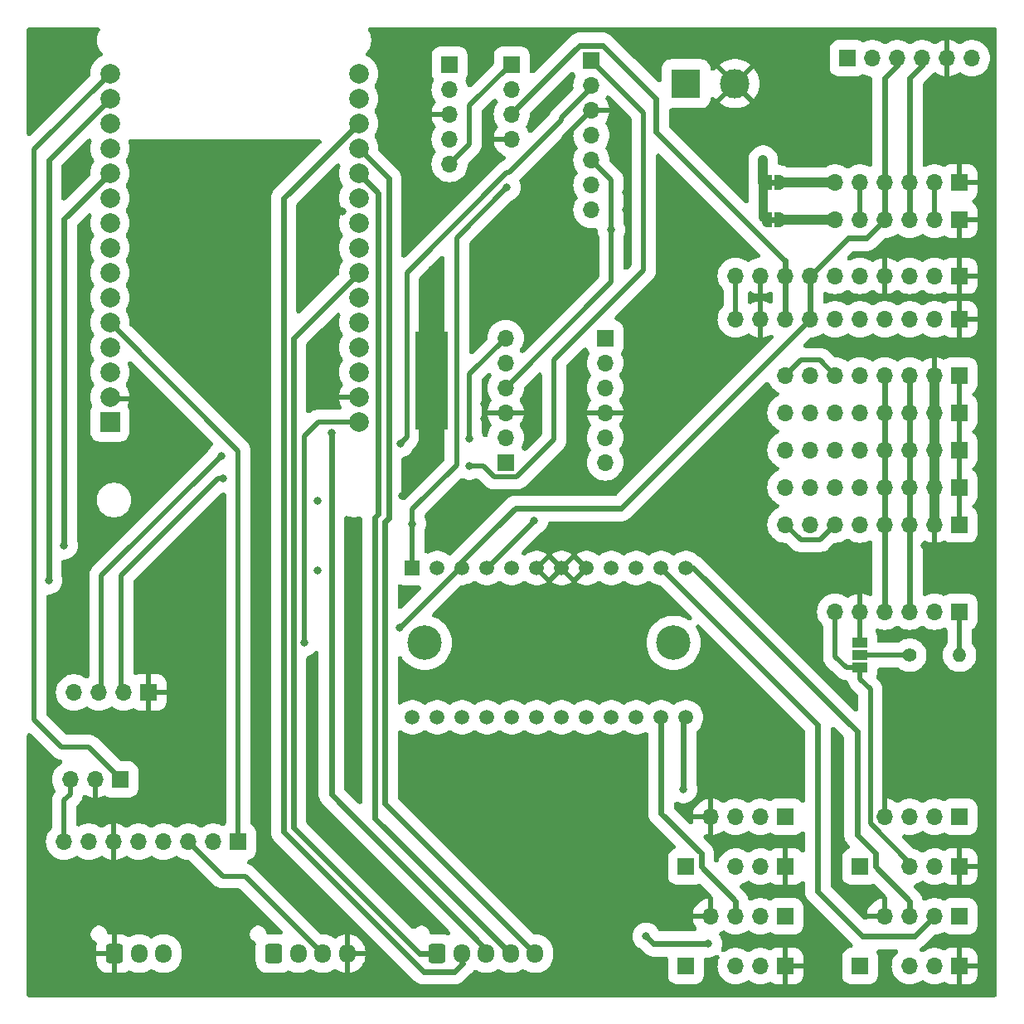
<source format=gbr>
%TF.GenerationSoftware,KiCad,Pcbnew,8.0.3*%
%TF.CreationDate,2024-11-19T22:16:28+01:00*%
%TF.ProjectId,weerstation-main,77656572-7374-4617-9469-6f6e2d6d6169,rev?*%
%TF.SameCoordinates,Original*%
%TF.FileFunction,Copper,L2,Bot*%
%TF.FilePolarity,Positive*%
%FSLAX46Y46*%
G04 Gerber Fmt 4.6, Leading zero omitted, Abs format (unit mm)*
G04 Created by KiCad (PCBNEW 8.0.3) date 2024-11-19 22:16:28*
%MOMM*%
%LPD*%
G01*
G04 APERTURE LIST*
G04 Aperture macros list*
%AMRoundRect*
0 Rectangle with rounded corners*
0 $1 Rounding radius*
0 $2 $3 $4 $5 $6 $7 $8 $9 X,Y pos of 4 corners*
0 Add a 4 corners polygon primitive as box body*
4,1,4,$2,$3,$4,$5,$6,$7,$8,$9,$2,$3,0*
0 Add four circle primitives for the rounded corners*
1,1,$1+$1,$2,$3*
1,1,$1+$1,$4,$5*
1,1,$1+$1,$6,$7*
1,1,$1+$1,$8,$9*
0 Add four rect primitives between the rounded corners*
20,1,$1+$1,$2,$3,$4,$5,0*
20,1,$1+$1,$4,$5,$6,$7,0*
20,1,$1+$1,$6,$7,$8,$9,0*
20,1,$1+$1,$8,$9,$2,$3,0*%
%AMFreePoly0*
4,1,19,0.500000,-0.750000,0.000000,-0.750000,0.000000,-0.744911,-0.071157,-0.744911,-0.207708,-0.704816,-0.327430,-0.627875,-0.420627,-0.520320,-0.479746,-0.390866,-0.500000,-0.250000,-0.500000,0.250000,-0.479746,0.390866,-0.420627,0.520320,-0.327430,0.627875,-0.207708,0.704816,-0.071157,0.744911,0.000000,0.744911,0.000000,0.750000,0.500000,0.750000,0.500000,-0.750000,0.500000,-0.750000,
$1*%
%AMFreePoly1*
4,1,19,0.000000,0.744911,0.071157,0.744911,0.207708,0.704816,0.327430,0.627875,0.420627,0.520320,0.479746,0.390866,0.500000,0.250000,0.500000,-0.250000,0.479746,-0.390866,0.420627,-0.520320,0.327430,-0.627875,0.207708,-0.704816,0.071157,-0.744911,0.000000,-0.744911,0.000000,-0.750000,-0.500000,-0.750000,-0.500000,0.750000,0.000000,0.750000,0.000000,0.744911,0.000000,0.744911,
$1*%
G04 Aperture macros list end*
%TA.AperFunction,EtchedComponent*%
%ADD10C,0.000000*%
%TD*%
%TA.AperFunction,ComponentPad*%
%ADD11C,1.400000*%
%TD*%
%TA.AperFunction,ComponentPad*%
%ADD12O,1.400000X1.400000*%
%TD*%
%TA.AperFunction,ComponentPad*%
%ADD13RoundRect,0.250000X-0.600000X-0.725000X0.600000X-0.725000X0.600000X0.725000X-0.600000X0.725000X0*%
%TD*%
%TA.AperFunction,ComponentPad*%
%ADD14O,1.700000X1.950000*%
%TD*%
%TA.AperFunction,ComponentPad*%
%ADD15R,1.700000X1.700000*%
%TD*%
%TA.AperFunction,ComponentPad*%
%ADD16O,1.700000X1.700000*%
%TD*%
%TA.AperFunction,SMDPad,CuDef*%
%ADD17R,1.500000X1.000000*%
%TD*%
%TA.AperFunction,SMDPad,CuDef*%
%ADD18FreePoly0,180.000000*%
%TD*%
%TA.AperFunction,SMDPad,CuDef*%
%ADD19FreePoly1,180.000000*%
%TD*%
%TA.AperFunction,ComponentPad*%
%ADD20R,1.508000X1.508000*%
%TD*%
%TA.AperFunction,ComponentPad*%
%ADD21C,1.508000*%
%TD*%
%TA.AperFunction,ComponentPad*%
%ADD22C,3.516000*%
%TD*%
%TA.AperFunction,ComponentPad*%
%ADD23R,3.000000X3.000000*%
%TD*%
%TA.AperFunction,ComponentPad*%
%ADD24C,3.000000*%
%TD*%
%TA.AperFunction,ComponentPad*%
%ADD25R,2.000000X2.000000*%
%TD*%
%TA.AperFunction,ComponentPad*%
%ADD26C,2.000000*%
%TD*%
%TA.AperFunction,ViaPad*%
%ADD27C,0.800000*%
%TD*%
%TA.AperFunction,Conductor*%
%ADD28C,0.600000*%
%TD*%
%TA.AperFunction,Conductor*%
%ADD29C,0.500000*%
%TD*%
%TA.AperFunction,Conductor*%
%ADD30C,1.000000*%
%TD*%
%TA.AperFunction,Conductor*%
%ADD31C,0.900000*%
%TD*%
G04 APERTURE END LIST*
D10*
%TA.AperFunction,EtchedComponent*%
%TO.C,JP2*%
G36*
X90405000Y-33320000D02*
G01*
X89905000Y-33320000D01*
X89905000Y-32720000D01*
X90405000Y-32720000D01*
X90405000Y-33320000D01*
G37*
%TD.AperFunction*%
%TA.AperFunction,EtchedComponent*%
%TO.C,JP1*%
G36*
X90405000Y-29510000D02*
G01*
X89905000Y-29510000D01*
X89905000Y-28910000D01*
X90405000Y-28910000D01*
X90405000Y-29510000D01*
G37*
%TD.AperFunction*%
%TD*%
D11*
%TO.P,R1,1*%
%TO.N,Net-(JP3-C)*%
X104140000Y-77470000D03*
D12*
%TO.P,R1,2*%
%TO.N,Net-(J25-Pin_1)*%
X109220000Y-77470000D03*
%TD*%
D13*
%TO.P,J2,1,Pin_1*%
%TO.N,regen-digitaal*%
X55880000Y-107950000D03*
D14*
%TO.P,J2,2,Pin_2*%
%TO.N,ADC4 alert*%
X58380000Y-107950000D03*
%TO.P,J2,3,Pin_3*%
%TO.N,ADC3 alert*%
X60880000Y-107950000D03*
%TO.P,J2,4,Pin_4*%
%TO.N,ADC2 alert*%
X63380000Y-107950000D03*
%TO.P,J2,5,Pin_5*%
%TO.N,ADC1 alert*%
X65880000Y-107950000D03*
%TD*%
D15*
%TO.P,J21,1,Pin_1*%
%TO.N,Net-(J21-Pin_1)*%
X91440000Y-93980000D03*
D16*
%TO.P,J21,2,Pin_2*%
%TO.N,Net-(J21-Pin_2)*%
X88900000Y-93980000D03*
%TO.P,J21,3,Pin_3*%
%TO.N,Net-(J21-Pin_3)*%
X86360000Y-93980000D03*
%TO.P,J21,4,Pin_4*%
%TO.N,GND*%
X83820000Y-93980000D03*
%TD*%
D15*
%TO.P,J8,1,Pin_1*%
%TO.N,+3.3V*%
X109220000Y-60325000D03*
D16*
%TO.P,J8,2,Pin_2*%
%TO.N,GND*%
X106680000Y-60325000D03*
%TO.P,J8,3,Pin_3*%
%TO.N,sda*%
X104140000Y-60325000D03*
%TO.P,J8,4,Pin_4*%
%TO.N,scl*%
X101600000Y-60325000D03*
%TO.P,J8,5,Pin_5*%
%TO.N,unconnected-(J8-Pin_5-Pad5)*%
X99060000Y-60325000D03*
%TO.P,J8,6,Pin_6*%
%TO.N,Net-(J8-Pin_6)*%
X96520000Y-60325000D03*
%TO.P,J8,7,Pin_7*%
%TO.N,unconnected-(J8-Pin_7-Pad7)*%
X93980000Y-60325000D03*
%TO.P,J8,8,Pin_8*%
%TO.N,Net-(J8-Pin_6)*%
X91440000Y-60325000D03*
%TD*%
D15*
%TO.P,J34,1,Pin_1*%
%TO.N,hv4*%
X62865000Y-57785000D03*
D16*
%TO.P,J34,2,Pin_2*%
%TO.N,hv3*%
X62865000Y-55245000D03*
%TO.P,J34,3,Pin_3*%
%TO.N,GND*%
X62865000Y-52705000D03*
%TO.P,J34,4,Pin_4*%
%TO.N,+5V*%
X62865000Y-50165000D03*
%TO.P,J34,5,Pin_5*%
%TO.N,hv2*%
X62865000Y-47625000D03*
%TO.P,J34,6,Pin_6*%
%TO.N,hv1*%
X62865000Y-45085000D03*
%TD*%
D15*
%TO.P,J6,1,Pin_1*%
%TO.N,GND*%
X109220000Y-99060000D03*
D16*
%TO.P,J6,2,Pin_2*%
%TO.N,unconnected-(J6-Pin_2-Pad2)*%
X106680000Y-99060000D03*
%TO.P,J6,3,Pin_3*%
%TO.N,+3.3V*%
X104140000Y-99060000D03*
%TD*%
D15*
%TO.P,J4,1,Pin_1*%
%TO.N,unconnected-(J4-Pin_1-Pad1)*%
X97790000Y-16510000D03*
D16*
%TO.P,J4,2,Pin_2*%
%TO.N,unconnected-(J4-Pin_2-Pad2)*%
X100330000Y-16510000D03*
%TO.P,J4,3,Pin_3*%
%TO.N,sda*%
X102870000Y-16510000D03*
%TO.P,J4,4,Pin_4*%
%TO.N,scl*%
X105410000Y-16510000D03*
%TO.P,J4,5,Pin_5*%
%TO.N,GND*%
X107950000Y-16510000D03*
%TO.P,J4,6,Pin_6*%
%TO.N,+3.3V*%
X110490000Y-16510000D03*
%TD*%
D15*
%TO.P,J28,1,Pin_1*%
%TO.N,Net-(J28-Pin_1)*%
X23495000Y-90170000D03*
D16*
%TO.P,J28,2,Pin_2*%
%TO.N,GND*%
X20955000Y-90170000D03*
%TO.P,J28,3,Pin_3*%
%TO.N,+3.3V*%
X18415000Y-90170000D03*
%TD*%
D15*
%TO.P,J29,1,Pin_1*%
%TO.N,GND*%
X109220000Y-38735000D03*
D16*
%TO.P,J29,2,Pin_2*%
%TO.N,unconnected-(J29-Pin_2-Pad2)*%
X106680000Y-38735000D03*
%TO.P,J29,3,Pin_3*%
%TO.N,unconnected-(J29-Pin_3-Pad3)*%
X104140000Y-38735000D03*
%TO.P,J29,4,Pin_4*%
%TO.N,GND*%
X101600000Y-38735000D03*
%TO.P,J29,5,Pin_5*%
%TO.N,unconnected-(J29-Pin_5-Pad5)*%
X99060000Y-38735000D03*
%TO.P,J29,6,Pin_6*%
%TO.N,unconnected-(J29-Pin_6-Pad6)*%
X96520000Y-38735000D03*
%TO.P,J29,7,Pin_7*%
%TO.N,sda*%
X93980000Y-38735000D03*
%TO.P,J29,8,Pin_8*%
%TO.N,scl*%
X91440000Y-38735000D03*
%TO.P,J29,9,Pin_9*%
%TO.N,GND*%
X88900000Y-38735000D03*
%TO.P,J29,10,Pin_10*%
%TO.N,+3.3V*%
X86360000Y-38735000D03*
%TD*%
D15*
%TO.P,J20,1,Pin_1*%
%TO.N,GND*%
X91440000Y-99060000D03*
D16*
%TO.P,J20,2,Pin_2*%
%TO.N,unconnected-(J20-Pin_2-Pad2)*%
X88900000Y-99060000D03*
%TO.P,J20,3,Pin_3*%
%TO.N,+3.3V*%
X86360000Y-99060000D03*
%TD*%
D13*
%TO.P,J32,1,Pin_1*%
%TO.N,+12L*%
X39192000Y-107950000D03*
D14*
%TO.P,J32,2,Pin_2*%
%TO.N,+5V*%
X41692000Y-107950000D03*
%TO.P,J32,3,Pin_3*%
%TO.N,+3.3V*%
X44192000Y-107950000D03*
%TO.P,J32,4,Pin_4*%
%TO.N,GND*%
X46692000Y-107950000D03*
%TD*%
D17*
%TO.P,JP3,1,A*%
%TO.N,+3.3V*%
X99060000Y-78770000D03*
%TO.P,JP3,2,C*%
%TO.N,Net-(JP3-C)*%
X99060000Y-77470000D03*
%TO.P,JP3,3,B*%
%TO.N,GND*%
X99060000Y-76170000D03*
%TD*%
D18*
%TO.P,JP2,1,A*%
%TO.N,Net-(J10-Pin_6)*%
X90805000Y-33020000D03*
D19*
%TO.P,JP2,2,B*%
%TO.N,+5VL*%
X89505000Y-33020000D03*
%TD*%
D15*
%TO.P,J31,1,Pin_1*%
%TO.N,lv1*%
X73025000Y-45085000D03*
D16*
%TO.P,J31,2,Pin_2*%
%TO.N,lv2*%
X73025000Y-47625000D03*
%TO.P,J31,3,Pin_3*%
%TO.N,+3.3V*%
X73025000Y-50165000D03*
%TO.P,J31,4,Pin_4*%
%TO.N,GND*%
X73025000Y-52705000D03*
%TO.P,J31,5,Pin_5*%
%TO.N,lv3*%
X73025000Y-55245000D03*
%TO.P,J31,6,Pin_6*%
%TO.N,lv4*%
X73025000Y-57785000D03*
%TD*%
D15*
%TO.P,J22,1,Pin_1*%
%TO.N,Net-(J21-Pin_1)*%
X81280000Y-109220000D03*
%TD*%
%TO.P,J3,1,Pin_1*%
%TO.N,+3.3V*%
X109220000Y-48895000D03*
D16*
%TO.P,J3,2,Pin_2*%
%TO.N,GND*%
X106680000Y-48895000D03*
%TO.P,J3,3,Pin_3*%
%TO.N,sda*%
X104140000Y-48895000D03*
%TO.P,J3,4,Pin_4*%
%TO.N,scl*%
X101600000Y-48895000D03*
%TO.P,J3,5,Pin_5*%
%TO.N,unconnected-(J3-Pin_5-Pad5)*%
X99060000Y-48895000D03*
%TO.P,J3,6,Pin_6*%
%TO.N,Net-(J3-Pin_6)*%
X96520000Y-48895000D03*
%TO.P,J3,7,Pin_7*%
%TO.N,unconnected-(J3-Pin_7-Pad7)*%
X93980000Y-48895000D03*
%TO.P,J3,8,Pin_8*%
%TO.N,Net-(J3-Pin_6)*%
X91440000Y-48895000D03*
%TD*%
D15*
%TO.P,J13,1,Pin_1*%
%TO.N,GND*%
X109220000Y-109220000D03*
D16*
%TO.P,J13,2,Pin_2*%
%TO.N,unconnected-(J13-Pin_2-Pad2)*%
X106680000Y-109220000D03*
%TO.P,J13,3,Pin_3*%
%TO.N,+3.3V*%
X104140000Y-109220000D03*
%TD*%
D15*
%TO.P,J25,1,Pin_1*%
%TO.N,Net-(J25-Pin_1)*%
X109220000Y-73025000D03*
D16*
%TO.P,J25,2,Pin_2*%
%TO.N,unconnected-(J25-Pin_2-Pad2)*%
X106680000Y-73025000D03*
%TO.P,J25,3,Pin_3*%
%TO.N,sda*%
X104140000Y-73025000D03*
%TO.P,J25,4,Pin_4*%
%TO.N,scl*%
X101600000Y-73025000D03*
%TO.P,J25,5,Pin_5*%
%TO.N,GND*%
X99060000Y-73025000D03*
%TO.P,J25,6,Pin_6*%
%TO.N,+3.3V*%
X96520000Y-73025000D03*
%TD*%
D15*
%TO.P,J30,1,Pin_1*%
%TO.N,+3.3V*%
X109220000Y-64135000D03*
D16*
%TO.P,J30,2,Pin_2*%
%TO.N,GND*%
X106680000Y-64135000D03*
%TO.P,J30,3,Pin_3*%
%TO.N,sda*%
X104140000Y-64135000D03*
%TO.P,J30,4,Pin_4*%
%TO.N,scl*%
X101600000Y-64135000D03*
%TO.P,J30,5,Pin_5*%
%TO.N,unconnected-(J30-Pin_5-Pad5)*%
X99060000Y-64135000D03*
%TO.P,J30,6,Pin_6*%
%TO.N,Net-(J30-Pin_6)*%
X96520000Y-64135000D03*
%TO.P,J30,7,Pin_7*%
%TO.N,unconnected-(J30-Pin_7-Pad7)*%
X93980000Y-64135000D03*
%TO.P,J30,8,Pin_8*%
%TO.N,Net-(J30-Pin_6)*%
X91440000Y-64135000D03*
%TD*%
D15*
%TO.P,J17,1,Pin_1*%
%TO.N,GND*%
X91440000Y-109220000D03*
D16*
%TO.P,J17,2,Pin_2*%
%TO.N,unconnected-(J17-Pin_2-Pad2)*%
X88900000Y-109220000D03*
%TO.P,J17,3,Pin_3*%
%TO.N,+3.3V*%
X86360000Y-109220000D03*
%TD*%
D15*
%TO.P,J24,1,Pin_1*%
%TO.N,sda*%
X57150000Y-17150000D03*
D16*
%TO.P,J24,2,Pin_2*%
%TO.N,scl*%
X57150000Y-19690000D03*
%TO.P,J24,3,Pin_3*%
%TO.N,GND*%
X57150000Y-22230000D03*
%TO.P,J24,4,Pin_4*%
%TO.N,unconnected-(J24-Pin_4-Pad4)*%
X57150000Y-24770000D03*
%TO.P,J24,5,Pin_5*%
%TO.N,+3.3V*%
X57150000Y-27310000D03*
%TD*%
D15*
%TO.P,J1,1,Pin_1*%
%TO.N,tx0*%
X71628000Y-16764000D03*
D16*
%TO.P,J1,2,Pin_2*%
%TO.N,rx0*%
X71628000Y-19304000D03*
%TO.P,J1,3,Pin_3*%
%TO.N,GND*%
X71628000Y-21844000D03*
%TO.P,J1,4,Pin_4*%
%TO.N,2.5um*%
X71628000Y-24384000D03*
%TO.P,J1,5,Pin_5*%
%TO.N,+5V*%
X71628000Y-26924000D03*
%TO.P,J1,6,Pin_6*%
%TO.N,1um*%
X71628000Y-29464000D03*
%TO.P,J1,7,Pin_7*%
%TO.N,unconnected-(J1-Pin_7-Pad7)*%
X71628000Y-32004000D03*
%TD*%
D15*
%TO.P,J5,1,Pin_1*%
%TO.N,+3.3V*%
X109220000Y-52705000D03*
D16*
%TO.P,J5,2,Pin_2*%
%TO.N,GND*%
X106680000Y-52705000D03*
%TO.P,J5,3,Pin_3*%
%TO.N,sda*%
X104140000Y-52705000D03*
%TO.P,J5,4,Pin_4*%
%TO.N,scl*%
X101600000Y-52705000D03*
%TO.P,J5,5,Pin_5*%
%TO.N,unconnected-(J5-Pin_5-Pad5)*%
X99060000Y-52705000D03*
%TO.P,J5,6,Pin_6*%
%TO.N,Net-(J5-Pin_6)*%
X96520000Y-52705000D03*
%TO.P,J5,7,Pin_7*%
%TO.N,unconnected-(J5-Pin_7-Pad7)*%
X93980000Y-52705000D03*
%TO.P,J5,8,Pin_8*%
%TO.N,Net-(J5-Pin_6)*%
X91440000Y-52705000D03*
%TD*%
D15*
%TO.P,J10,1,Pin_1*%
%TO.N,GND*%
X109220000Y-33020000D03*
D16*
%TO.P,J10,2,Pin_2*%
%TO.N,Net-(J10-Pin_2)*%
X106680000Y-33020000D03*
%TO.P,J10,3,Pin_3*%
%TO.N,scl*%
X104140000Y-33020000D03*
%TO.P,J10,4,Pin_4*%
%TO.N,sda*%
X101600000Y-33020000D03*
%TO.P,J10,5,Pin_5*%
%TO.N,+3.3V*%
X99060000Y-33020000D03*
%TO.P,J10,6,Pin_6*%
%TO.N,Net-(J10-Pin_6)*%
X96520000Y-33020000D03*
%TD*%
D20*
%TO.P,U3,1,VIN*%
%TO.N,+3.3V*%
X53340000Y-68580000D03*
D21*
%TO.P,U3,2,GND*%
%TO.N,GND*%
X55880000Y-68580000D03*
%TO.P,U3,3,SDA*%
%TO.N,sda*%
X58420000Y-68580000D03*
%TO.P,U3,4,SCL*%
%TO.N,scl*%
X60960000Y-68580000D03*
%TO.P,U3,5,RST*%
%TO.N,Net-(U1-D34)*%
X63500000Y-68580000D03*
%TO.P,U3,6,A0*%
%TO.N,GND*%
X66040000Y-68580000D03*
%TO.P,U3,7,A1*%
X68580000Y-68580000D03*
%TO.P,U3,8,A2*%
X71120000Y-68580000D03*
%TO.P,U3,9,SDA0*%
%TO.N,Net-(J11-Pin_2)*%
X73660000Y-68580000D03*
%TO.P,U3,10,SCL0*%
%TO.N,Net-(J11-Pin_3)*%
X76200000Y-68580000D03*
%TO.P,U3,11,SDA1*%
%TO.N,Net-(J14-Pin_2)*%
X78740000Y-68580000D03*
%TO.P,U3,12,SCL1*%
%TO.N,Net-(J14-Pin_3)*%
X81280000Y-68580000D03*
%TO.P,U3,13,SDA2*%
%TO.N,Net-(J18-Pin_2)*%
X81280000Y-83820000D03*
%TO.P,U3,14,SCL2*%
%TO.N,Net-(J18-Pin_3)*%
X78740000Y-83820000D03*
%TO.P,U3,15,SDA3*%
%TO.N,Net-(J21-Pin_2)*%
X76200000Y-83820000D03*
%TO.P,U3,16,SCL3*%
%TO.N,Net-(J21-Pin_3)*%
X73660000Y-83820000D03*
%TO.P,U3,17,SDA4*%
%TO.N,unconnected-(U3-SDA4-Pad17)*%
X71120000Y-83820000D03*
%TO.P,U3,18,SCL4*%
%TO.N,unconnected-(U3-SCL4-Pad18)*%
X68580000Y-83820000D03*
%TO.P,U3,19,SDA5*%
%TO.N,unconnected-(U3-SDA5-Pad19)*%
X66040000Y-83820000D03*
%TO.P,U3,20,SCL5*%
%TO.N,unconnected-(U3-SCL5-Pad20)*%
X63500000Y-83820000D03*
%TO.P,U3,21,SDA6*%
%TO.N,unconnected-(U3-SDA6-Pad21)*%
X60960000Y-83820000D03*
%TO.P,U3,22,SCL6*%
%TO.N,unconnected-(U3-SCL6-Pad22)*%
X58420000Y-83820000D03*
%TO.P,U3,23,SDA7*%
%TO.N,unconnected-(U3-SDA7-Pad23)*%
X55880000Y-83820000D03*
%TO.P,U3,24,SCL7*%
%TO.N,unconnected-(U3-SCL7-Pad24)*%
X53340000Y-83820000D03*
D22*
%TO.P,U3,P1*%
%TO.N,N/C*%
X54610000Y-76200000D03*
%TO.P,U3,P2*%
X80010000Y-76200000D03*
%TD*%
D13*
%TO.P,J16,1,Pin_1*%
%TO.N,GND*%
X22940000Y-107950000D03*
D14*
%TO.P,J16,2,Pin_2*%
%TO.N,scl*%
X25440000Y-107950000D03*
%TO.P,J16,3,Pin_3*%
%TO.N,sda*%
X27940000Y-107950000D03*
%TD*%
D23*
%TO.P,J35,1,Pin_1*%
%TO.N,+5VL*%
X81280000Y-19117500D03*
D24*
%TO.P,J35,2,Pin_2*%
%TO.N,GND*%
X86280000Y-19117500D03*
%TD*%
D15*
%TO.P,J9,1,Pin_1*%
%TO.N,GND*%
X109220000Y-43180000D03*
D16*
%TO.P,J9,2,Pin_2*%
%TO.N,unconnected-(J9-Pin_2-Pad2)*%
X106680000Y-43180000D03*
%TO.P,J9,3,Pin_3*%
%TO.N,unconnected-(J9-Pin_3-Pad3)*%
X104140000Y-43180000D03*
%TO.P,J9,4,Pin_4*%
%TO.N,+3.3V*%
X101600000Y-43180000D03*
%TO.P,J9,5,Pin_5*%
%TO.N,unconnected-(J9-Pin_5-Pad5)*%
X99060000Y-43180000D03*
%TO.P,J9,6,Pin_6*%
%TO.N,unconnected-(J9-Pin_6-Pad6)*%
X96520000Y-43180000D03*
%TO.P,J9,7,Pin_7*%
%TO.N,sda*%
X93980000Y-43180000D03*
%TO.P,J9,8,Pin_8*%
%TO.N,scl*%
X91440000Y-43180000D03*
%TO.P,J9,9,Pin_9*%
%TO.N,GND*%
X88900000Y-43180000D03*
%TO.P,J9,10,Pin_10*%
%TO.N,+3.3V*%
X86360000Y-43180000D03*
%TD*%
D15*
%TO.P,J15,1,Pin_1*%
%TO.N,Net-(J14-Pin_1)*%
X99060000Y-109220000D03*
%TD*%
%TO.P,J7,1,Pin_1*%
%TO.N,+3.3V*%
X109220000Y-56515000D03*
D16*
%TO.P,J7,2,Pin_2*%
%TO.N,GND*%
X106680000Y-56515000D03*
%TO.P,J7,3,Pin_3*%
%TO.N,sda*%
X104140000Y-56515000D03*
%TO.P,J7,4,Pin_4*%
%TO.N,scl*%
X101600000Y-56515000D03*
%TO.P,J7,5,Pin_5*%
%TO.N,unconnected-(J7-Pin_5-Pad5)*%
X99060000Y-56515000D03*
%TO.P,J7,6,Pin_6*%
%TO.N,Net-(J7-Pin_6)*%
X96520000Y-56515000D03*
%TO.P,J7,7,Pin_7*%
%TO.N,unconnected-(J7-Pin_7-Pad7)*%
X93980000Y-56515000D03*
%TO.P,J7,8,Pin_8*%
%TO.N,Net-(J7-Pin_6)*%
X91440000Y-56515000D03*
%TD*%
D15*
%TO.P,J14,1,Pin_1*%
%TO.N,Net-(J14-Pin_1)*%
X109220000Y-104140000D03*
D16*
%TO.P,J14,2,Pin_2*%
%TO.N,Net-(J14-Pin_2)*%
X106680000Y-104140000D03*
%TO.P,J14,3,Pin_3*%
%TO.N,Net-(J14-Pin_3)*%
X104140000Y-104140000D03*
%TO.P,J14,4,Pin_4*%
%TO.N,GND*%
X101600000Y-104140000D03*
%TD*%
D15*
%TO.P,J18,1,Pin_1*%
%TO.N,Net-(J18-Pin_1)*%
X91440000Y-104140000D03*
D16*
%TO.P,J18,2,Pin_2*%
%TO.N,Net-(J18-Pin_2)*%
X88900000Y-104140000D03*
%TO.P,J18,3,Pin_3*%
%TO.N,Net-(J18-Pin_3)*%
X86360000Y-104140000D03*
%TO.P,J18,4,Pin_4*%
%TO.N,GND*%
X83820000Y-104140000D03*
%TD*%
D15*
%TO.P,J19,1,Pin_1*%
%TO.N,Net-(J18-Pin_1)*%
X81280000Y-99060000D03*
%TD*%
D25*
%TO.P,U1,1,3V3*%
%TO.N,+3.3V*%
X22453600Y-53665800D03*
D26*
%TO.P,U1,2,GND*%
%TO.N,GND*%
X22453600Y-51125800D03*
%TO.P,U1,3,D15*%
%TO.N,unconnected-(U1-D15-Pad3)*%
X22453600Y-48585800D03*
%TO.P,U1,4,D2*%
%TO.N,unconnected-(U1-D2-Pad4)*%
X22453600Y-46045800D03*
%TO.P,U1,5,D4*%
%TO.N,ens160 interupt*%
X22453600Y-43505800D03*
%TO.P,U1,6,RX2*%
%TO.N,tx0*%
X22453600Y-40965800D03*
%TO.P,U1,7,TX2*%
%TO.N,rx0*%
X22453600Y-38425800D03*
%TO.P,U1,8,D5*%
%TO.N,unconnected-(U1-D5-Pad8)*%
X22453600Y-35885800D03*
%TO.P,U1,9,D18*%
%TO.N,Net-(J25-Pin_1)*%
X22453600Y-33345800D03*
%TO.P,U1,10,D19*%
%TO.N,unconnected-(U1-D19-Pad10)*%
X22453600Y-30805800D03*
%TO.P,U1,11,D21*%
%TO.N,sda*%
X22453600Y-28265800D03*
%TO.P,U1,12,RX0*%
%TO.N,unconnected-(U1-RX0-Pad12)*%
X22453600Y-25725800D03*
%TO.P,U1,13,TX0*%
%TO.N,unconnected-(U1-TX0-Pad13)*%
X22453600Y-23185800D03*
%TO.P,U1,14,D22*%
%TO.N,scl*%
X22453600Y-20645800D03*
%TO.P,U1,15,D23*%
%TO.N,Net-(J28-Pin_1)*%
X22453600Y-18105800D03*
%TO.P,U1,16,EN*%
%TO.N,unconnected-(U1-EN-Pad16)*%
X47853600Y-18105800D03*
%TO.P,U1,17,VP*%
%TO.N,ADC3 alert*%
X47853600Y-20645800D03*
%TO.P,U1,18,VN*%
%TO.N,ADC4 alert*%
X47853600Y-23185800D03*
%TO.P,U1,19,D34*%
%TO.N,ADC1 alert*%
X47853600Y-25725800D03*
%TO.P,U1,20,D35*%
%TO.N,ADC2 alert*%
X47853600Y-28265800D03*
%TO.P,U1,21,D32*%
%TO.N,2.5um*%
X47853600Y-30805800D03*
%TO.P,U1,22,D33*%
%TO.N,1um*%
X47853600Y-33345800D03*
%TO.P,U1,23,D25*%
%TO.N,Net-(J10-Pin_2)*%
X47853600Y-35885800D03*
%TO.P,U1,24,D26*%
%TO.N,regen-digitaal*%
X47853600Y-38425800D03*
%TO.P,U1,25,D27*%
%TO.N,reset-multiplex1*%
X47853600Y-40965800D03*
%TO.P,U1,26,D14*%
%TO.N,lv2*%
X47853600Y-43505800D03*
%TO.P,U1,27,D12*%
%TO.N,unconnected-(U1-D12-Pad27)*%
X47853600Y-46045800D03*
%TO.P,U1,28,D13*%
%TO.N,lv1*%
X47853600Y-48585800D03*
%TO.P,U1,29,GND__1*%
%TO.N,GND*%
X47853600Y-51125800D03*
%TO.P,U1,30,VIN*%
%TO.N,+5V*%
X47853600Y-53665800D03*
%TD*%
D15*
%TO.P,J33,1,Pin_1*%
%TO.N,GND*%
X109220000Y-29210000D03*
D16*
%TO.P,J33,2,Pin_2*%
%TO.N,Net-(J10-Pin_2)*%
X106680000Y-29210000D03*
%TO.P,J33,3,Pin_3*%
%TO.N,scl*%
X104140000Y-29210000D03*
%TO.P,J33,4,Pin_4*%
%TO.N,sda*%
X101600000Y-29210000D03*
%TO.P,J33,5,Pin_5*%
%TO.N,+3.3V*%
X99060000Y-29210000D03*
%TO.P,J33,6,Pin_6*%
%TO.N,Net-(J33-Pin_6)*%
X96520000Y-29210000D03*
%TD*%
D15*
%TO.P,J27,1,Pin_1*%
%TO.N,ens160 interupt*%
X35560000Y-96520000D03*
D16*
%TO.P,J27,2,Pin_2*%
%TO.N,unconnected-(J27-Pin_2-Pad2)*%
X33020000Y-96520000D03*
%TO.P,J27,3,Pin_3*%
%TO.N,+3.3V*%
X30480000Y-96520000D03*
%TO.P,J27,4,Pin_4*%
%TO.N,Net-(J27-Pin_4)*%
X27940000Y-96520000D03*
%TO.P,J27,5,Pin_5*%
%TO.N,Net-(J27-Pin_5)*%
X25400000Y-96520000D03*
%TO.P,J27,6,Pin_6*%
%TO.N,GND*%
X22860000Y-96520000D03*
%TO.P,J27,7,Pin_7*%
%TO.N,unconnected-(J27-Pin_7-Pad7)*%
X20320000Y-96520000D03*
%TO.P,J27,8,Pin_8*%
%TO.N,+3.3V*%
X17780000Y-96520000D03*
%TD*%
D18*
%TO.P,JP1,1,A*%
%TO.N,Net-(J33-Pin_6)*%
X90805000Y-29210000D03*
D19*
%TO.P,JP1,2,B*%
%TO.N,+5VL*%
X89505000Y-29210000D03*
%TD*%
D15*
%TO.P,J26,1,Pin_1*%
%TO.N,GND*%
X26416000Y-81280000D03*
D16*
%TO.P,J26,2,Pin_2*%
%TO.N,hv2*%
X23876000Y-81280000D03*
%TO.P,J26,3,Pin_3*%
%TO.N,hv1*%
X21336000Y-81280000D03*
%TO.P,J26,4,Pin_4*%
%TO.N,+5V*%
X18796000Y-81280000D03*
%TD*%
D15*
%TO.P,J11,1,Pin_1*%
%TO.N,Net-(J11-Pin_1)*%
X109220000Y-93980000D03*
D16*
%TO.P,J11,2,Pin_2*%
%TO.N,Net-(J11-Pin_2)*%
X106680000Y-93980000D03*
%TO.P,J11,3,Pin_3*%
%TO.N,Net-(J11-Pin_3)*%
X104140000Y-93980000D03*
%TO.P,J11,4,Pin_4*%
%TO.N,GND*%
X101600000Y-93980000D03*
%TD*%
D15*
%TO.P,J12,1,Pin_1*%
%TO.N,Net-(J11-Pin_1)*%
X99060000Y-99060000D03*
%TD*%
%TO.P,J23,1,Pin_1*%
%TO.N,+3.3V*%
X63500000Y-17150000D03*
D16*
%TO.P,J23,2,Pin_2*%
%TO.N,sda*%
X63500000Y-19690000D03*
%TO.P,J23,3,Pin_3*%
%TO.N,scl*%
X63500000Y-22230000D03*
%TO.P,J23,4,Pin_4*%
%TO.N,GND*%
X63500000Y-24770000D03*
%TD*%
D27*
%TO.N,GND*%
X67157600Y-20878800D03*
X46228000Y-32131000D03*
X85090000Y-58420000D03*
X78740000Y-54356000D03*
X18288000Y-29718000D03*
X17272000Y-18034000D03*
X53086000Y-23114000D03*
X55118000Y-32004000D03*
X67818000Y-30226000D03*
X76708000Y-16256000D03*
X93218000Y-17018000D03*
X98806000Y-24892000D03*
X109728000Y-24384000D03*
X102362000Y-36068000D03*
X109474000Y-69596000D03*
X95758000Y-68326000D03*
X90678000Y-74676000D03*
X30226000Y-90170000D03*
X27940000Y-101600000D03*
X34290000Y-107696000D03*
X62230000Y-93726000D03*
X47244000Y-90932000D03*
X45212000Y-96012000D03*
X37846000Y-83566000D03*
X38100000Y-69088000D03*
X19558000Y-59182000D03*
X32766000Y-35306000D03*
X27178000Y-57912000D03*
X30480000Y-68834000D03*
X43688000Y-68834000D03*
X43688000Y-61722000D03*
X37846000Y-61722000D03*
X52324000Y-61214000D03*
X59690000Y-62230000D03*
X47498000Y-76708000D03*
X47498000Y-70104000D03*
X42672000Y-34798000D03*
%TO.N,rx0*%
X52095400Y-55880000D03*
%TO.N,tx0*%
X59182000Y-58166000D03*
%TO.N,GND*%
X36322000Y-45466000D03*
X78740000Y-30226000D03*
X43434000Y-51054000D03*
X96520000Y-91440000D03*
X55372000Y-38100000D03*
X36322000Y-41656000D03*
X55372000Y-39624000D03*
X53187600Y-70764400D03*
X36322000Y-43434000D03*
X96774000Y-85852000D03*
X66040000Y-73660000D03*
X60452000Y-38608000D03*
X58928000Y-70612000D03*
X54229000Y-46659800D03*
X56388000Y-52832000D03*
X78740000Y-28702000D03*
X105664000Y-66294000D03*
X26143500Y-52276700D03*
X66040000Y-53594000D03*
X60452000Y-40132000D03*
X75184000Y-28194000D03*
X102362000Y-88900000D03*
X54381400Y-48336200D03*
X69850000Y-49530000D03*
X69850000Y-48260000D03*
X75184000Y-32004000D03*
X60960000Y-24638000D03*
X86144500Y-28663500D03*
X43434000Y-49022000D03*
X96774000Y-87376000D03*
X66040000Y-52324000D03*
X55981600Y-48209200D03*
X60706000Y-53340000D03*
X43434000Y-45974000D03*
X56007000Y-46685200D03*
X36068000Y-47244000D03*
X78740000Y-32004000D03*
X75184000Y-30226000D03*
X55372000Y-40640000D03*
X66040000Y-49784000D03*
X102362000Y-87376000D03*
X69850000Y-50800000D03*
X56388000Y-51816000D03*
X66040000Y-51054000D03*
X69850000Y-52070000D03*
X92710000Y-91440000D03*
X60706000Y-51816000D03*
%TO.N,+5V*%
X73660000Y-34036000D03*
X42304300Y-76187900D03*
%TO.N,sda*%
X52070000Y-74676000D03*
X17780000Y-66294000D03*
%TO.N,scl*%
X65786000Y-63754000D03*
X16199000Y-69850000D03*
%TO.N,+3.3V*%
X53340000Y-64057300D03*
X62992000Y-29718000D03*
%TO.N,ADC3 alert*%
X45085000Y-54737000D03*
%TO.N,Net-(J18-Pin_2)*%
X83566000Y-106934000D03*
X77216000Y-106172000D03*
X81026000Y-91186000D03*
%TO.N,+5VL*%
X89154000Y-26924000D03*
X89154000Y-30988000D03*
%TO.N,hv1*%
X33813200Y-57130800D03*
X59182000Y-55372000D03*
%TO.N,hv2*%
X34036000Y-59436000D03*
%TD*%
D28*
%TO.N,ADC4 alert*%
X40194400Y-30845000D02*
X47853600Y-23185800D01*
X58470800Y-108966000D02*
X57658000Y-109778800D01*
X40194400Y-95520100D02*
X40194400Y-30845000D01*
X58380000Y-108875200D02*
X58470800Y-108966000D01*
X57658000Y-109778800D02*
X54453100Y-109778800D01*
X54453100Y-109778800D02*
X40194400Y-95520100D01*
X58380000Y-107950000D02*
X58380000Y-108875200D01*
%TO.N,ADC3 alert*%
X60880000Y-107514400D02*
X60880000Y-107950000D01*
X45085000Y-54737000D02*
X45085000Y-91719400D01*
X45085000Y-91719400D02*
X60880000Y-107514400D01*
%TO.N,scl*%
X16199000Y-69850000D02*
X16199000Y-26900400D01*
X16199000Y-26900400D02*
X22453600Y-20645800D01*
%TO.N,sda*%
X58420000Y-67923500D02*
X58420000Y-68580000D01*
X61976000Y-64367500D02*
X58420000Y-67923500D01*
X61976000Y-64363600D02*
X61976000Y-64367500D01*
X74676000Y-62484000D02*
X63855600Y-62484000D01*
X93980000Y-43180000D02*
X74676000Y-62484000D01*
X63855600Y-62484000D02*
X61976000Y-64363600D01*
D29*
%TO.N,rx0*%
X62992000Y-28194000D02*
X63246000Y-28194000D01*
X52777600Y-55197800D02*
X52777600Y-38408400D01*
X52777600Y-38408400D02*
X62992000Y-28194000D01*
X63246000Y-28194000D02*
X68580000Y-22860000D01*
X68580000Y-22606000D02*
X71628000Y-19558000D01*
X52095400Y-55880000D02*
X52777600Y-55197800D01*
X68580000Y-22860000D02*
X68580000Y-22606000D01*
X71628000Y-19558000D02*
X71628000Y-19304000D01*
%TO.N,tx0*%
X60562700Y-58166000D02*
X61683400Y-59286700D01*
X67818000Y-55469900D02*
X67818000Y-47333600D01*
X64001200Y-59286700D02*
X67818000Y-55469900D01*
X67818000Y-47333600D02*
X76962000Y-38189600D01*
X61683400Y-59286700D02*
X64001200Y-59286700D01*
X59182000Y-58166000D02*
X60562700Y-58166000D01*
X76962000Y-38189600D02*
X76962000Y-22098000D01*
X76962000Y-22098000D02*
X71628000Y-16764000D01*
D30*
%TO.N,GND*%
X106680000Y-48895000D02*
X106680000Y-52705000D01*
X106680000Y-64135000D02*
X106680000Y-60325000D01*
D29*
X43865800Y-51125800D02*
X43434000Y-51054000D01*
D30*
X106680000Y-56515000D02*
X106680000Y-60325000D01*
D29*
X43434000Y-51054000D02*
X43722200Y-51125800D01*
X24638000Y-51308000D02*
X22635800Y-51308000D01*
X22635800Y-51308000D02*
X22453600Y-51125800D01*
X68834000Y-24638000D02*
X71628000Y-21844000D01*
X47853600Y-51125800D02*
X43865800Y-51125800D01*
X25606700Y-52276700D02*
X24638000Y-51308000D01*
X26143500Y-52276700D02*
X25606700Y-52276700D01*
D30*
X106680000Y-52705000D02*
X106680000Y-56515000D01*
D29*
X43722200Y-51125800D02*
X43794000Y-51125800D01*
%TO.N,+5V*%
X71628000Y-26924000D02*
X73660000Y-28956000D01*
X73660000Y-34036000D02*
X73660000Y-39370000D01*
X43717800Y-53665800D02*
X47853600Y-53665800D01*
X73660000Y-28956000D02*
X73660000Y-34036000D01*
X73660000Y-39370000D02*
X62865000Y-50165000D01*
X42304300Y-55079300D02*
X43717800Y-53665800D01*
X42304300Y-76187900D02*
X42304300Y-55079300D01*
D28*
%TO.N,sda*%
X97827300Y-34887700D02*
X99732300Y-34887700D01*
X104140000Y-56515000D02*
X104140000Y-60325000D01*
X104140000Y-73025000D02*
X104140000Y-64135000D01*
X101600000Y-33020000D02*
X101600000Y-29210000D01*
X93980000Y-38735000D02*
X93980000Y-43180000D01*
X17780000Y-66294000D02*
X17780000Y-32939400D01*
X17780000Y-32939400D02*
X22453600Y-28265800D01*
X104140000Y-52705000D02*
X104140000Y-48895000D01*
X99732300Y-34887700D02*
X101600000Y-33020000D01*
X101600000Y-29210000D02*
X101600000Y-18542000D01*
X101600000Y-18542000D02*
X102870000Y-17272000D01*
X52070000Y-74676000D02*
X58166000Y-68580000D01*
X104140000Y-64135000D02*
X104140000Y-60325000D01*
X102870000Y-17272000D02*
X102870000Y-16510000D01*
X104140000Y-52705000D02*
X104140000Y-56515000D01*
X93980000Y-38735000D02*
X97827300Y-34887700D01*
X58166000Y-68580000D02*
X58420000Y-68580000D01*
%TO.N,scl*%
X63500000Y-22098500D02*
X63500000Y-22230000D01*
X101600000Y-73025000D02*
X101600000Y-64135000D01*
X91440000Y-38735000D02*
X91440000Y-37183300D01*
X78232000Y-24055700D02*
X78232000Y-20623500D01*
X91440000Y-37183300D02*
X91359600Y-37183300D01*
X104140000Y-29210000D02*
X104140000Y-18542000D01*
X101600000Y-52705000D02*
X101600000Y-48895000D01*
X91359600Y-37183300D02*
X78232000Y-24055700D01*
X72820800Y-15212300D02*
X70386200Y-15212300D01*
X70386200Y-15212300D02*
X63500000Y-22098500D01*
X105410000Y-17272000D02*
X105410000Y-16510000D01*
X104140000Y-18542000D02*
X105410000Y-17272000D01*
X104140000Y-33020000D02*
X104140000Y-29210000D01*
X78232000Y-20623500D02*
X72820800Y-15212300D01*
X101600000Y-64135000D02*
X101600000Y-60325000D01*
X101600000Y-52705000D02*
X101600000Y-56515000D01*
X91440000Y-43180000D02*
X91440000Y-38735000D01*
X65786000Y-63754000D02*
X60960000Y-68580000D01*
X101600000Y-56515000D02*
X101600000Y-60325000D01*
D29*
%TO.N,+3.3V*%
X63368000Y-17150000D02*
X59182000Y-21336000D01*
X62992000Y-29718000D02*
X57874000Y-34836000D01*
X109220000Y-52705000D02*
X109220000Y-48895000D01*
X104140000Y-98684600D02*
X100098300Y-94642900D01*
X18415000Y-91671700D02*
X17780000Y-92306700D01*
X33984000Y-100024000D02*
X30480000Y-96520000D01*
X109220000Y-52705000D02*
X109220000Y-56515000D01*
X109220000Y-56515000D02*
X109220000Y-60325000D01*
X100098300Y-80960000D02*
X99060000Y-79921700D01*
X57874000Y-58064300D02*
X53340000Y-62598300D01*
X96520000Y-77631700D02*
X97658300Y-78770000D01*
X57874000Y-34836000D02*
X57874000Y-58064300D01*
X99060000Y-29210000D02*
X99060000Y-33020000D01*
X17780000Y-92306700D02*
X17780000Y-96520000D01*
X99060000Y-79921700D02*
X99060000Y-78770000D01*
X86360000Y-43180000D02*
X86360000Y-38735000D01*
X18415000Y-90920800D02*
X18415000Y-91671700D01*
X104140000Y-99060000D02*
X104140000Y-98684600D01*
X53340000Y-62598300D02*
X53340000Y-64057300D01*
X99060000Y-78770000D02*
X97658300Y-78770000D01*
X96520000Y-73025000D02*
X96520000Y-77631700D01*
X53340000Y-64057300D02*
X53340000Y-68580000D01*
X63500000Y-17150000D02*
X63368000Y-17150000D01*
X44192000Y-107950000D02*
X36266000Y-100024000D01*
X100098300Y-94642900D02*
X100098300Y-80960000D01*
X59182000Y-25278000D02*
X57150000Y-27310000D01*
X59182000Y-21336000D02*
X59182000Y-25278000D01*
X18415000Y-90920800D02*
X18415000Y-90170000D01*
X36266000Y-100024000D02*
X33984000Y-100024000D01*
X109220000Y-64135000D02*
X109220000Y-60325000D01*
D28*
%TO.N,regen-digitaal*%
X54068400Y-107950000D02*
X41196100Y-95077700D01*
X55880000Y-107950000D02*
X54068400Y-107950000D01*
X41196100Y-45083300D02*
X47853600Y-38425800D01*
X41196100Y-95077700D02*
X41196100Y-45083300D01*
%TO.N,ADC1 alert*%
X50896900Y-63483400D02*
X50527800Y-63852500D01*
X50896900Y-28769100D02*
X50896900Y-63483400D01*
X47853600Y-25725800D02*
X50896900Y-28769100D01*
X50527800Y-63852500D02*
X50527800Y-92597800D01*
X50527800Y-92597800D02*
X65880000Y-107950000D01*
%TO.N,ADC2 alert*%
X49526100Y-94096100D02*
X63380000Y-107950000D01*
X49861100Y-30273300D02*
X49861100Y-63100300D01*
X49861100Y-63100300D02*
X49526100Y-63435300D01*
X47853600Y-28265800D02*
X49861100Y-30273300D01*
X49526100Y-63435300D02*
X49526100Y-94096100D01*
%TO.N,Net-(J14-Pin_2)*%
X94742000Y-84582000D02*
X94742000Y-101600000D01*
X78740000Y-68580000D02*
X94742000Y-84582000D01*
X104648000Y-106172000D02*
X106680000Y-104140000D01*
X99314000Y-106172000D02*
X104648000Y-106172000D01*
X94742000Y-101600000D02*
X99314000Y-106172000D01*
%TO.N,Net-(J14-Pin_3)*%
X100611700Y-99060000D02*
X104140000Y-102588300D01*
X98751500Y-85289500D02*
X98751500Y-95863800D01*
X82042000Y-68580000D02*
X98751500Y-85289500D01*
X98751500Y-95863800D02*
X100611700Y-97724000D01*
X104140000Y-102588300D02*
X104140000Y-104140000D01*
X100611700Y-97724000D02*
X100611700Y-99060000D01*
X81280000Y-68580000D02*
X82042000Y-68580000D01*
%TO.N,Net-(J18-Pin_3)*%
X86360000Y-104140000D02*
X86360000Y-102588300D01*
X82831700Y-99060000D02*
X86360000Y-102588300D01*
X78740000Y-93632300D02*
X82831700Y-97724000D01*
X78740000Y-83820000D02*
X78740000Y-93632300D01*
X82831700Y-97724000D02*
X82831700Y-99060000D01*
%TO.N,Net-(J18-Pin_2)*%
X77978000Y-106934000D02*
X77216000Y-106172000D01*
X83566000Y-106934000D02*
X77978000Y-106934000D01*
X81026000Y-91186000D02*
X81026000Y-84074000D01*
X81026000Y-84074000D02*
X81280000Y-83820000D01*
D29*
%TO.N,+5VL*%
X89154000Y-32729091D02*
X89444909Y-33020000D01*
D30*
X89154000Y-26924000D02*
X89154000Y-29169091D01*
D31*
X89154000Y-30988000D02*
X89154000Y-32729091D01*
D30*
X89154000Y-29169091D02*
X89194909Y-29210000D01*
D31*
X89154000Y-29169090D02*
X89154000Y-30988000D01*
D29*
%TO.N,ens160 interupt*%
X22453600Y-43505800D02*
X35560000Y-56612200D01*
X35560000Y-56612200D02*
X35560000Y-96520000D01*
%TO.N,Net-(J28-Pin_1)*%
X14732000Y-25827400D02*
X14732000Y-84074000D01*
X23495000Y-90043000D02*
X23495000Y-90170000D01*
X14732000Y-84074000D02*
X17526000Y-86868000D01*
X17526000Y-86868000D02*
X20320000Y-86868000D01*
X20320000Y-86868000D02*
X23495000Y-90043000D01*
X22453600Y-18105800D02*
X14732000Y-25827400D01*
D30*
%TO.N,Net-(J33-Pin_6)*%
X96520000Y-29210000D02*
X91115091Y-29210000D01*
D29*
%TO.N,Net-(J25-Pin_1)*%
X109220000Y-73025000D02*
X109220000Y-77470000D01*
%TO.N,hv1*%
X21590000Y-80645000D02*
X21590000Y-69354000D01*
X59182000Y-55372000D02*
X59182000Y-48768000D01*
X21590000Y-69354000D02*
X33813200Y-57130800D01*
X59182000Y-48768000D02*
X62865000Y-45085000D01*
X20955000Y-81280000D02*
X21590000Y-80645000D01*
%TO.N,hv2*%
X23622000Y-81026000D02*
X23876000Y-81280000D01*
X23622000Y-69342000D02*
X23622000Y-81026000D01*
X23876000Y-81280000D02*
X23495000Y-81280000D01*
X34036000Y-59436000D02*
X33528000Y-59436000D01*
X33528000Y-59436000D02*
X23622000Y-69342000D01*
D30*
%TO.N,Net-(J10-Pin_6)*%
X96520000Y-33020000D02*
X91115091Y-33020000D01*
D29*
%TO.N,Net-(J10-Pin_2)*%
X106680000Y-29210000D02*
X106680000Y-33020000D01*
%TO.N,Net-(J3-Pin_6)*%
X92995200Y-47339800D02*
X94964800Y-47339800D01*
X91440000Y-48895000D02*
X92995200Y-47339800D01*
X94964800Y-47339800D02*
X96520000Y-48895000D01*
%TO.N,Net-(J30-Pin_6)*%
X94964900Y-65690100D02*
X96520000Y-64135000D01*
X92995100Y-65690100D02*
X94964900Y-65690100D01*
X91440000Y-64135000D02*
X92995100Y-65690100D01*
%TO.N,Net-(JP3-C)*%
X99060000Y-77470000D02*
X104140000Y-77470000D01*
%TD*%
%TA.AperFunction,Conductor*%
%TO.N,GND*%
G36*
X112876288Y-13353954D02*
G01*
X112957070Y-13407930D01*
X113011046Y-13488712D01*
X113030000Y-13584000D01*
X113030000Y-112146000D01*
X113011046Y-112241288D01*
X112957070Y-112322070D01*
X112876288Y-112376046D01*
X112781000Y-112395000D01*
X14219000Y-112395000D01*
X14123712Y-112376046D01*
X14042930Y-112322070D01*
X13988954Y-112241288D01*
X13970000Y-112146000D01*
X13970000Y-105866233D01*
X20489500Y-105866233D01*
X20489500Y-106033767D01*
X20516996Y-106172000D01*
X20522185Y-106198086D01*
X20565149Y-106301808D01*
X20586297Y-106352863D01*
X20620008Y-106403315D01*
X20656545Y-106457997D01*
X20679374Y-106492162D01*
X20797838Y-106610626D01*
X20937137Y-106703703D01*
X20960398Y-106713338D01*
X21041176Y-106767313D01*
X21095152Y-106848095D01*
X21114106Y-106943383D01*
X21106560Y-107004216D01*
X21100402Y-107028656D01*
X21100398Y-107028678D01*
X21090000Y-107160797D01*
X21090000Y-107699999D01*
X21090001Y-107700000D01*
X22535854Y-107700000D01*
X22497370Y-107766657D01*
X22465000Y-107887465D01*
X22465000Y-108012535D01*
X22497370Y-108133343D01*
X22535854Y-108200000D01*
X21090002Y-108200000D01*
X21090001Y-108200001D01*
X21090001Y-108739181D01*
X21100400Y-108871334D01*
X21155377Y-109089517D01*
X21248429Y-109294375D01*
X21248431Y-109294379D01*
X21376564Y-109479329D01*
X21535670Y-109638435D01*
X21720620Y-109766568D01*
X21720624Y-109766570D01*
X21925482Y-109859622D01*
X22143665Y-109914599D01*
X22143678Y-109914601D01*
X22275803Y-109924999D01*
X22690000Y-109924999D01*
X22690000Y-108354145D01*
X22756657Y-108392630D01*
X22877465Y-108425000D01*
X23002535Y-108425000D01*
X23123343Y-108392630D01*
X23190000Y-108354145D01*
X23190000Y-109924998D01*
X23190001Y-109924999D01*
X23604182Y-109924999D01*
X23736334Y-109914599D01*
X23954517Y-109859622D01*
X24159375Y-109766571D01*
X24261295Y-109695960D01*
X24350416Y-109657275D01*
X24447557Y-109655639D01*
X24527595Y-109684996D01*
X24619788Y-109738224D01*
X24619791Y-109738225D01*
X24619798Y-109738229D01*
X24759858Y-109796242D01*
X24843900Y-109831054D01*
X24843911Y-109831057D01*
X24843917Y-109831059D01*
X24952285Y-109860096D01*
X25078211Y-109893838D01*
X25318712Y-109925500D01*
X25561288Y-109925500D01*
X25801789Y-109893838D01*
X25963275Y-109850567D01*
X26036082Y-109831059D01*
X26036084Y-109831058D01*
X26036100Y-109831054D01*
X26191783Y-109766568D01*
X26260201Y-109738229D01*
X26260206Y-109738226D01*
X26260212Y-109738224D01*
X26470289Y-109616936D01*
X26538419Y-109564657D01*
X26625555Y-109521687D01*
X26722502Y-109515333D01*
X26814501Y-109546563D01*
X26841579Y-109564657D01*
X26909711Y-109616936D01*
X26947619Y-109638822D01*
X27119782Y-109738221D01*
X27119798Y-109738229D01*
X27259858Y-109796242D01*
X27343900Y-109831054D01*
X27343911Y-109831057D01*
X27343917Y-109831059D01*
X27452285Y-109860096D01*
X27578211Y-109893838D01*
X27818712Y-109925500D01*
X28061288Y-109925500D01*
X28301789Y-109893838D01*
X28463275Y-109850567D01*
X28536082Y-109831059D01*
X28536084Y-109831058D01*
X28536100Y-109831054D01*
X28691783Y-109766568D01*
X28760201Y-109738229D01*
X28760206Y-109738226D01*
X28760212Y-109738224D01*
X28970289Y-109616936D01*
X29162738Y-109469265D01*
X29334265Y-109297738D01*
X29481936Y-109105289D01*
X29603224Y-108895212D01*
X29613083Y-108871412D01*
X29634419Y-108819901D01*
X29696054Y-108671100D01*
X29758838Y-108436789D01*
X29790500Y-108196288D01*
X29790500Y-107703712D01*
X29758838Y-107463211D01*
X29728093Y-107348470D01*
X29696059Y-107228917D01*
X29696057Y-107228911D01*
X29696054Y-107228900D01*
X29653512Y-107126194D01*
X29603229Y-107004798D01*
X29603221Y-107004782D01*
X29512757Y-106848095D01*
X29481936Y-106794711D01*
X29354245Y-106628300D01*
X29334270Y-106602268D01*
X29334261Y-106602258D01*
X29162741Y-106430738D01*
X29162731Y-106430729D01*
X28970289Y-106283064D01*
X28970279Y-106283058D01*
X28760217Y-106161778D01*
X28760201Y-106161770D01*
X28536105Y-106068948D01*
X28536103Y-106068947D01*
X28536100Y-106068946D01*
X28536096Y-106068945D01*
X28536082Y-106068940D01*
X28301795Y-106006163D01*
X28301790Y-106006162D01*
X28061288Y-105974500D01*
X27818712Y-105974500D01*
X27578209Y-106006162D01*
X27578204Y-106006163D01*
X27343917Y-106068940D01*
X27343894Y-106068948D01*
X27119798Y-106161770D01*
X27119782Y-106161778D01*
X26909720Y-106283058D01*
X26909714Y-106283062D01*
X26909711Y-106283064D01*
X26909169Y-106283480D01*
X26841579Y-106335343D01*
X26754443Y-106378312D01*
X26657496Y-106384665D01*
X26565498Y-106353435D01*
X26538421Y-106335343D01*
X26519468Y-106320800D01*
X26470289Y-106283064D01*
X26470279Y-106283058D01*
X26260217Y-106161778D01*
X26260201Y-106161770D01*
X26036105Y-106068948D01*
X26036103Y-106068947D01*
X26036100Y-106068946D01*
X26036096Y-106068945D01*
X26036082Y-106068940D01*
X25801795Y-106006163D01*
X25801790Y-106006162D01*
X25561288Y-105974500D01*
X25318712Y-105974500D01*
X25078209Y-106006162D01*
X25078204Y-106006163D01*
X24843917Y-106068940D01*
X24843894Y-106068948D01*
X24619798Y-106161770D01*
X24619787Y-106161776D01*
X24527597Y-106215002D01*
X24435598Y-106246231D01*
X24338651Y-106239876D01*
X24261296Y-106204039D01*
X24159381Y-106133432D01*
X24159375Y-106133429D01*
X23954517Y-106040377D01*
X23736334Y-105985400D01*
X23736321Y-105985398D01*
X23604202Y-105975000D01*
X23190001Y-105975000D01*
X23190000Y-105975001D01*
X23190000Y-107545854D01*
X23123343Y-107507370D01*
X23002535Y-107475000D01*
X22877465Y-107475000D01*
X22756657Y-107507370D01*
X22690000Y-107545854D01*
X22690000Y-105975001D01*
X22689999Y-105975000D01*
X22416484Y-105975000D01*
X22321196Y-105956046D01*
X22240414Y-105902070D01*
X22186438Y-105821288D01*
X22172269Y-105774583D01*
X22157816Y-105701918D01*
X22093703Y-105547137D01*
X22000626Y-105407838D01*
X21882162Y-105289374D01*
X21742863Y-105196297D01*
X21742860Y-105196296D01*
X21742859Y-105196295D01*
X21588086Y-105132185D01*
X21588082Y-105132184D01*
X21423767Y-105099500D01*
X21256233Y-105099500D01*
X21091918Y-105132184D01*
X21091913Y-105132185D01*
X20937140Y-105196295D01*
X20937135Y-105196298D01*
X20797841Y-105289371D01*
X20679371Y-105407841D01*
X20586298Y-105547135D01*
X20586295Y-105547140D01*
X20522185Y-105701913D01*
X20522184Y-105701917D01*
X20522184Y-105701918D01*
X20489500Y-105866233D01*
X13970000Y-105866233D01*
X13970000Y-85681613D01*
X13988954Y-85586325D01*
X14042930Y-85505543D01*
X14123712Y-85451567D01*
X14219000Y-85432613D01*
X14314288Y-85451567D01*
X14395066Y-85505540D01*
X16711355Y-87821829D01*
X16711358Y-87821831D01*
X16711360Y-87821833D01*
X16870590Y-87937521D01*
X16870592Y-87937522D01*
X16870595Y-87937524D01*
X17045974Y-88026884D01*
X17233174Y-88087709D01*
X17390533Y-88112632D01*
X17481681Y-88146258D01*
X17553025Y-88212207D01*
X17593700Y-88300437D01*
X17597515Y-88397517D01*
X17563888Y-88488667D01*
X17497939Y-88560011D01*
X17470915Y-88577107D01*
X17411995Y-88609280D01*
X17411989Y-88609284D01*
X17200085Y-88767913D01*
X17200084Y-88767914D01*
X17012914Y-88955084D01*
X17012912Y-88955087D01*
X16854284Y-89166989D01*
X16854280Y-89166995D01*
X16727427Y-89399308D01*
X16727425Y-89399312D01*
X16661595Y-89575810D01*
X16634923Y-89647322D01*
X16578657Y-89905974D01*
X16559773Y-90170000D01*
X16578657Y-90434026D01*
X16634923Y-90692678D01*
X16727426Y-90940689D01*
X16854284Y-91173011D01*
X16854286Y-91173014D01*
X16854288Y-91173017D01*
X16859093Y-91180494D01*
X16856829Y-91181948D01*
X16891435Y-91254189D01*
X16896683Y-91351202D01*
X16864406Y-91442838D01*
X16832186Y-91484337D01*
X16832520Y-91484622D01*
X16826433Y-91491748D01*
X16826282Y-91491943D01*
X16826178Y-91492046D01*
X16826169Y-91492056D01*
X16710475Y-91651296D01*
X16649934Y-91770116D01*
X16621116Y-91826674D01*
X16611962Y-91854849D01*
X16611077Y-91857572D01*
X16611076Y-91857574D01*
X16560290Y-92013877D01*
X16529501Y-92208271D01*
X16529500Y-92208287D01*
X16529500Y-95050358D01*
X16510546Y-95145646D01*
X16456571Y-95226427D01*
X16377913Y-95305085D01*
X16267519Y-95452555D01*
X16219284Y-95516989D01*
X16219280Y-95516995D01*
X16092427Y-95749308D01*
X16092425Y-95749312D01*
X16060381Y-95835226D01*
X15999923Y-95997322D01*
X15984186Y-96069665D01*
X15956936Y-96194933D01*
X15943657Y-96255974D01*
X15924773Y-96520000D01*
X15943657Y-96784026D01*
X15999923Y-97042678D01*
X16036633Y-97141101D01*
X16092425Y-97290687D01*
X16092427Y-97290691D01*
X16206114Y-97498893D01*
X16219284Y-97523011D01*
X16377913Y-97734915D01*
X16565085Y-97922087D01*
X16776989Y-98080716D01*
X17009311Y-98207574D01*
X17257322Y-98300077D01*
X17515974Y-98356343D01*
X17780000Y-98375227D01*
X18044026Y-98356343D01*
X18302678Y-98300077D01*
X18550689Y-98207574D01*
X18783011Y-98080716D01*
X18900783Y-97992552D01*
X18988419Y-97950624D01*
X19085435Y-97945423D01*
X19177056Y-97977745D01*
X19199206Y-97992545D01*
X19316989Y-98080716D01*
X19549311Y-98207574D01*
X19797322Y-98300077D01*
X20055974Y-98356343D01*
X20320000Y-98375227D01*
X20584026Y-98356343D01*
X20842678Y-98300077D01*
X21090689Y-98207574D01*
X21323011Y-98080716D01*
X21441197Y-97992242D01*
X21528836Y-97950313D01*
X21625852Y-97945112D01*
X21717473Y-97977434D01*
X21739636Y-97992243D01*
X21857259Y-98080295D01*
X22089516Y-98207116D01*
X22089528Y-98207122D01*
X22337456Y-98299594D01*
X22337457Y-98299595D01*
X22596043Y-98355847D01*
X22610000Y-98356845D01*
X22610000Y-96953012D01*
X22667007Y-96985925D01*
X22794174Y-97020000D01*
X22925826Y-97020000D01*
X23052993Y-96985925D01*
X23110000Y-96953012D01*
X23110000Y-98356844D01*
X23123956Y-98355847D01*
X23382542Y-98299595D01*
X23382543Y-98299594D01*
X23630471Y-98207122D01*
X23630483Y-98207116D01*
X23862741Y-98080294D01*
X23980362Y-97992244D01*
X24068002Y-97950313D01*
X24165018Y-97945112D01*
X24256639Y-97977434D01*
X24278799Y-97992240D01*
X24396989Y-98080716D01*
X24629311Y-98207574D01*
X24877322Y-98300077D01*
X25135974Y-98356343D01*
X25400000Y-98375227D01*
X25664026Y-98356343D01*
X25922678Y-98300077D01*
X26170689Y-98207574D01*
X26403011Y-98080716D01*
X26520783Y-97992552D01*
X26608419Y-97950624D01*
X26705435Y-97945423D01*
X26797056Y-97977745D01*
X26819206Y-97992545D01*
X26936989Y-98080716D01*
X27169311Y-98207574D01*
X27417322Y-98300077D01*
X27675974Y-98356343D01*
X27940000Y-98375227D01*
X28204026Y-98356343D01*
X28462678Y-98300077D01*
X28710689Y-98207574D01*
X28943011Y-98080716D01*
X29060783Y-97992552D01*
X29148419Y-97950624D01*
X29245435Y-97945423D01*
X29337056Y-97977745D01*
X29359206Y-97992545D01*
X29476989Y-98080716D01*
X29709311Y-98207574D01*
X29957322Y-98300077D01*
X30215974Y-98356343D01*
X30480000Y-98375227D01*
X30480007Y-98375226D01*
X30480798Y-98375283D01*
X30574492Y-98400987D01*
X30639105Y-98447579D01*
X33030172Y-100838646D01*
X33030171Y-100838646D01*
X33169353Y-100977827D01*
X33275922Y-101055255D01*
X33328595Y-101093524D01*
X33503975Y-101182884D01*
X33630348Y-101223945D01*
X33691173Y-101243709D01*
X33691176Y-101243709D01*
X33691178Y-101243710D01*
X33822723Y-101264544D01*
X33885583Y-101274500D01*
X35644886Y-101274500D01*
X35740174Y-101293454D01*
X35820956Y-101347430D01*
X40022956Y-105549430D01*
X40076932Y-105630212D01*
X40095886Y-105725500D01*
X40076932Y-105820788D01*
X40022956Y-105901570D01*
X39942174Y-105955546D01*
X39846886Y-105974500D01*
X38668384Y-105974500D01*
X38573096Y-105955546D01*
X38492314Y-105901570D01*
X38438338Y-105820788D01*
X38424170Y-105774082D01*
X38409816Y-105701918D01*
X38345703Y-105547137D01*
X38252626Y-105407838D01*
X38134162Y-105289374D01*
X37994863Y-105196297D01*
X37994860Y-105196296D01*
X37994859Y-105196295D01*
X37840086Y-105132185D01*
X37840082Y-105132184D01*
X37675767Y-105099500D01*
X37508233Y-105099500D01*
X37343918Y-105132184D01*
X37343913Y-105132185D01*
X37189140Y-105196295D01*
X37189135Y-105196298D01*
X37049841Y-105289371D01*
X36931371Y-105407841D01*
X36838298Y-105547135D01*
X36838295Y-105547140D01*
X36774185Y-105701913D01*
X36774184Y-105701917D01*
X36774184Y-105701918D01*
X36741500Y-105866233D01*
X36741500Y-106033767D01*
X36768996Y-106172000D01*
X36774185Y-106198086D01*
X36817149Y-106301808D01*
X36838297Y-106352863D01*
X36872008Y-106403315D01*
X36908545Y-106457997D01*
X36931374Y-106492162D01*
X37049838Y-106610626D01*
X37189137Y-106703703D01*
X37211929Y-106713144D01*
X37292707Y-106767117D01*
X37346684Y-106847898D01*
X37365639Y-106943186D01*
X37358093Y-107004024D01*
X37351904Y-107028585D01*
X37351902Y-107028594D01*
X37341500Y-107160771D01*
X37341500Y-108739208D01*
X37341501Y-108739216D01*
X37351904Y-108871412D01*
X37373211Y-108955972D01*
X37406905Y-109089686D01*
X37436197Y-109154174D01*
X37499993Y-109294626D01*
X37499995Y-109294629D01*
X37499996Y-109294631D01*
X37628177Y-109479649D01*
X37628178Y-109479650D01*
X37628181Y-109479654D01*
X37787346Y-109638819D01*
X37787349Y-109638821D01*
X37787350Y-109638822D01*
X37972368Y-109767003D01*
X37972374Y-109767007D01*
X38177317Y-109860096D01*
X38395588Y-109915096D01*
X38395591Y-109915096D01*
X38395594Y-109915097D01*
X38461685Y-109920298D01*
X38527783Y-109925500D01*
X39856216Y-109925499D01*
X39988412Y-109915096D01*
X40206683Y-109860096D01*
X40411626Y-109767007D01*
X40513778Y-109696235D01*
X40602896Y-109657552D01*
X40700037Y-109655916D01*
X40780075Y-109685273D01*
X40871788Y-109738224D01*
X40871791Y-109738225D01*
X40871798Y-109738229D01*
X41011858Y-109796242D01*
X41095900Y-109831054D01*
X41095911Y-109831057D01*
X41095917Y-109831059D01*
X41204285Y-109860096D01*
X41330211Y-109893838D01*
X41570712Y-109925500D01*
X41813288Y-109925500D01*
X42053789Y-109893838D01*
X42215275Y-109850567D01*
X42288082Y-109831059D01*
X42288084Y-109831058D01*
X42288100Y-109831054D01*
X42443783Y-109766568D01*
X42512201Y-109738229D01*
X42512206Y-109738226D01*
X42512212Y-109738224D01*
X42722289Y-109616936D01*
X42790419Y-109564657D01*
X42877555Y-109521687D01*
X42974502Y-109515333D01*
X43066501Y-109546563D01*
X43093579Y-109564657D01*
X43161711Y-109616936D01*
X43199619Y-109638822D01*
X43371782Y-109738221D01*
X43371798Y-109738229D01*
X43511858Y-109796242D01*
X43595900Y-109831054D01*
X43595911Y-109831057D01*
X43595917Y-109831059D01*
X43704285Y-109860096D01*
X43830211Y-109893838D01*
X44070712Y-109925500D01*
X44313288Y-109925500D01*
X44553789Y-109893838D01*
X44715275Y-109850567D01*
X44788082Y-109831059D01*
X44788084Y-109831058D01*
X44788100Y-109831054D01*
X44943783Y-109766568D01*
X45012201Y-109738229D01*
X45012206Y-109738226D01*
X45012212Y-109738224D01*
X45222289Y-109616936D01*
X45290834Y-109564339D01*
X45377964Y-109521372D01*
X45474911Y-109515017D01*
X45566910Y-109546246D01*
X45593993Y-109564342D01*
X45661997Y-109616523D01*
X45661999Y-109616524D01*
X45872004Y-109737771D01*
X45872020Y-109737779D01*
X46096055Y-109830576D01*
X46096064Y-109830579D01*
X46330314Y-109893346D01*
X46442000Y-109908049D01*
X46442000Y-108354145D01*
X46508657Y-108392630D01*
X46629465Y-108425000D01*
X46754535Y-108425000D01*
X46875343Y-108392630D01*
X46942000Y-108354145D01*
X46942000Y-109908048D01*
X47053685Y-109893346D01*
X47287935Y-109830579D01*
X47287944Y-109830576D01*
X47511979Y-109737779D01*
X47511995Y-109737771D01*
X47722000Y-109616524D01*
X47722010Y-109616518D01*
X47914400Y-109468893D01*
X47914410Y-109468884D01*
X48085884Y-109297410D01*
X48085893Y-109297400D01*
X48233518Y-109105010D01*
X48233524Y-109105000D01*
X48354771Y-108894995D01*
X48354779Y-108894979D01*
X48447576Y-108670944D01*
X48447579Y-108670935D01*
X48510346Y-108436686D01*
X48541507Y-108200000D01*
X47096146Y-108200000D01*
X47134630Y-108133343D01*
X47167000Y-108012535D01*
X47167000Y-107887465D01*
X47134630Y-107766657D01*
X47096146Y-107700000D01*
X48541506Y-107700000D01*
X48510346Y-107463313D01*
X48447579Y-107229064D01*
X48447576Y-107229055D01*
X48354779Y-107005020D01*
X48354771Y-107005004D01*
X48233524Y-106794999D01*
X48233518Y-106794989D01*
X48085893Y-106602599D01*
X48085884Y-106602589D01*
X47914410Y-106431115D01*
X47914400Y-106431106D01*
X47722010Y-106283481D01*
X47722000Y-106283475D01*
X47511995Y-106162228D01*
X47511979Y-106162220D01*
X47287944Y-106069423D01*
X47287935Y-106069420D01*
X47053686Y-106006653D01*
X46942000Y-105991949D01*
X46942000Y-107545854D01*
X46875343Y-107507370D01*
X46754535Y-107475000D01*
X46629465Y-107475000D01*
X46508657Y-107507370D01*
X46442000Y-107545854D01*
X46442000Y-105991949D01*
X46330313Y-106006653D01*
X46096064Y-106069420D01*
X46096055Y-106069423D01*
X45872020Y-106162220D01*
X45872004Y-106162228D01*
X45661999Y-106283475D01*
X45661991Y-106283480D01*
X45593991Y-106335658D01*
X45506855Y-106378628D01*
X45409908Y-106384981D01*
X45317909Y-106353751D01*
X45290831Y-106335658D01*
X45288904Y-106334179D01*
X45222289Y-106283064D01*
X45222279Y-106283058D01*
X45012217Y-106161778D01*
X45012201Y-106161770D01*
X44788105Y-106068948D01*
X44788103Y-106068947D01*
X44788100Y-106068946D01*
X44788096Y-106068945D01*
X44788082Y-106068940D01*
X44553795Y-106006163D01*
X44553790Y-106006162D01*
X44313288Y-105974500D01*
X44088114Y-105974500D01*
X43992826Y-105955546D01*
X43912044Y-105901570D01*
X40496422Y-102485948D01*
X37080646Y-99070172D01*
X36921405Y-98954476D01*
X36746026Y-98865116D01*
X36746023Y-98865115D01*
X36746021Y-98865114D01*
X36620301Y-98824265D01*
X36535533Y-98776793D01*
X36475385Y-98700495D01*
X36449014Y-98606988D01*
X36460433Y-98510507D01*
X36507905Y-98425739D01*
X36584203Y-98365591D01*
X36628742Y-98348061D01*
X36783049Y-98303909D01*
X36963407Y-98209698D01*
X37121109Y-98081109D01*
X37249698Y-97923407D01*
X37343909Y-97743049D01*
X37399886Y-97547418D01*
X37410500Y-97428037D01*
X37410499Y-95611964D01*
X37399886Y-95492582D01*
X37343909Y-95296951D01*
X37249698Y-95116593D01*
X37121109Y-94958891D01*
X36963407Y-94830302D01*
X36961038Y-94829064D01*
X36944210Y-94820274D01*
X36868527Y-94759354D01*
X36821918Y-94674109D01*
X36810500Y-94599572D01*
X36810500Y-56513787D01*
X36810498Y-56513771D01*
X36779711Y-56319386D01*
X36779710Y-56319385D01*
X36779709Y-56319374D01*
X36748127Y-56222174D01*
X36718884Y-56132174D01*
X36629524Y-55956795D01*
X36629522Y-55956792D01*
X36629521Y-55956790D01*
X36513833Y-55797560D01*
X36513831Y-55797558D01*
X36513829Y-55797555D01*
X24523789Y-43807515D01*
X24469813Y-43726733D01*
X24450859Y-43631445D01*
X24451494Y-43613680D01*
X24459210Y-43505806D01*
X24459210Y-43505805D01*
X24457866Y-43487007D01*
X24438796Y-43220372D01*
X24377969Y-42940754D01*
X24277967Y-42672639D01*
X24140826Y-42421485D01*
X24113528Y-42385019D01*
X24071598Y-42297381D01*
X24066397Y-42200365D01*
X24098719Y-42108744D01*
X24113529Y-42086579D01*
X24140826Y-42050115D01*
X24277967Y-41798961D01*
X24377969Y-41530846D01*
X24438796Y-41251228D01*
X24459210Y-40965800D01*
X24438796Y-40680372D01*
X24377969Y-40400754D01*
X24277967Y-40132639D01*
X24140826Y-39881485D01*
X24113528Y-39845019D01*
X24071598Y-39757381D01*
X24066397Y-39660365D01*
X24098719Y-39568744D01*
X24113529Y-39546579D01*
X24140826Y-39510115D01*
X24277967Y-39258961D01*
X24377969Y-38990846D01*
X24438796Y-38711228D01*
X24459210Y-38425800D01*
X24438796Y-38140372D01*
X24377969Y-37860754D01*
X24277967Y-37592639D01*
X24140826Y-37341485D01*
X24113528Y-37305019D01*
X24071598Y-37217381D01*
X24066397Y-37120365D01*
X24098719Y-37028744D01*
X24113529Y-37006579D01*
X24140826Y-36970115D01*
X24277967Y-36718961D01*
X24377969Y-36450846D01*
X24438796Y-36171228D01*
X24459210Y-35885800D01*
X24438796Y-35600372D01*
X24377969Y-35320754D01*
X24277967Y-35052639D01*
X24140826Y-34801485D01*
X24113528Y-34765019D01*
X24071598Y-34677381D01*
X24066397Y-34580365D01*
X24098719Y-34488744D01*
X24113529Y-34466579D01*
X24140826Y-34430115D01*
X24277967Y-34178961D01*
X24377969Y-33910846D01*
X24438796Y-33631228D01*
X24459210Y-33345800D01*
X24438796Y-33060372D01*
X24377969Y-32780754D01*
X24277967Y-32512639D01*
X24140826Y-32261485D01*
X24113528Y-32225019D01*
X24071598Y-32137381D01*
X24066397Y-32040365D01*
X24098719Y-31948744D01*
X24113529Y-31926579D01*
X24140826Y-31890115D01*
X24277967Y-31638961D01*
X24377969Y-31370846D01*
X24438796Y-31091228D01*
X24459210Y-30805800D01*
X24438796Y-30520372D01*
X24377969Y-30240754D01*
X24277967Y-29972639D01*
X24140826Y-29721485D01*
X24113528Y-29685019D01*
X24071598Y-29597381D01*
X24066397Y-29500365D01*
X24098719Y-29408744D01*
X24113529Y-29386579D01*
X24140826Y-29350115D01*
X24277967Y-29098961D01*
X24377969Y-28830846D01*
X24438796Y-28551228D01*
X24459210Y-28265800D01*
X24438796Y-27980372D01*
X24377969Y-27700754D01*
X24277967Y-27432639D01*
X24140826Y-27181485D01*
X24113528Y-27145019D01*
X24071598Y-27057381D01*
X24066397Y-26960365D01*
X24098719Y-26868744D01*
X24113529Y-26846579D01*
X24140826Y-26810115D01*
X24277967Y-26558961D01*
X24377969Y-26290846D01*
X24438796Y-26011228D01*
X24459210Y-25725800D01*
X24438796Y-25440372D01*
X24377969Y-25160754D01*
X24357703Y-25106420D01*
X24342164Y-25010519D01*
X24364507Y-24915968D01*
X24421332Y-24837165D01*
X24503989Y-24786106D01*
X24599893Y-24770566D01*
X24686295Y-24789362D01*
X24688799Y-24790399D01*
X24688800Y-24790400D01*
X43808675Y-24790400D01*
X43903963Y-24809354D01*
X43984745Y-24863330D01*
X44038721Y-24944112D01*
X44057675Y-25039400D01*
X44038721Y-25134688D01*
X43984745Y-25215470D01*
X39202428Y-29997787D01*
X39082115Y-30163384D01*
X39062055Y-30202756D01*
X39062054Y-30202755D01*
X38989183Y-30345774D01*
X38989179Y-30345784D01*
X38966618Y-30415220D01*
X38925923Y-30540464D01*
X38925922Y-30540468D01*
X38915144Y-30608519D01*
X38893901Y-30742638D01*
X38893900Y-30742651D01*
X38893900Y-95622460D01*
X38925922Y-95824631D01*
X38925924Y-95824641D01*
X38927827Y-95830494D01*
X38927833Y-95830513D01*
X38989177Y-96019311D01*
X38989177Y-96019312D01*
X38989179Y-96019315D01*
X38989180Y-96019319D01*
X39014833Y-96069666D01*
X39082113Y-96201711D01*
X39082116Y-96201715D01*
X39082117Y-96201717D01*
X39202428Y-96367312D01*
X39202431Y-96367315D01*
X39202434Y-96367319D01*
X53605881Y-110770766D01*
X53605884Y-110770768D01*
X53605887Y-110770771D01*
X53712684Y-110848363D01*
X53771489Y-110891087D01*
X53862685Y-110937553D01*
X53953871Y-110984015D01*
X53953881Y-110984020D01*
X53953883Y-110984021D01*
X53974285Y-110990649D01*
X54015093Y-111003909D01*
X54148565Y-111047277D01*
X54205799Y-111056342D01*
X54350738Y-111079299D01*
X54350745Y-111079299D01*
X54350748Y-111079300D01*
X54350751Y-111079300D01*
X57760349Y-111079300D01*
X57760352Y-111079300D01*
X57760355Y-111079299D01*
X57760361Y-111079299D01*
X57855870Y-111064171D01*
X57962535Y-111047277D01*
X58096007Y-111003909D01*
X58157219Y-110984020D01*
X58248414Y-110937553D01*
X58339611Y-110891087D01*
X58505219Y-110770766D01*
X59318015Y-109957968D01*
X59318019Y-109957966D01*
X59462766Y-109813219D01*
X59545797Y-109698935D01*
X59617137Y-109632989D01*
X59708287Y-109599361D01*
X59805367Y-109603174D01*
X59871741Y-109629655D01*
X60059782Y-109738221D01*
X60059798Y-109738229D01*
X60199858Y-109796242D01*
X60283900Y-109831054D01*
X60283911Y-109831057D01*
X60283917Y-109831059D01*
X60392285Y-109860096D01*
X60518211Y-109893838D01*
X60758712Y-109925500D01*
X61001288Y-109925500D01*
X61241789Y-109893838D01*
X61403275Y-109850567D01*
X61476082Y-109831059D01*
X61476084Y-109831058D01*
X61476100Y-109831054D01*
X61631783Y-109766568D01*
X61700201Y-109738229D01*
X61700206Y-109738226D01*
X61700212Y-109738224D01*
X61910289Y-109616936D01*
X61978419Y-109564657D01*
X62065555Y-109521687D01*
X62162502Y-109515333D01*
X62254501Y-109546563D01*
X62281579Y-109564657D01*
X62349711Y-109616936D01*
X62387619Y-109638822D01*
X62559782Y-109738221D01*
X62559798Y-109738229D01*
X62699858Y-109796242D01*
X62783900Y-109831054D01*
X62783911Y-109831057D01*
X62783917Y-109831059D01*
X62892285Y-109860096D01*
X63018211Y-109893838D01*
X63258712Y-109925500D01*
X63501288Y-109925500D01*
X63741789Y-109893838D01*
X63903275Y-109850567D01*
X63976082Y-109831059D01*
X63976084Y-109831058D01*
X63976100Y-109831054D01*
X64131783Y-109766568D01*
X64200201Y-109738229D01*
X64200206Y-109738226D01*
X64200212Y-109738224D01*
X64410289Y-109616936D01*
X64478419Y-109564657D01*
X64565555Y-109521687D01*
X64662502Y-109515333D01*
X64754501Y-109546563D01*
X64781579Y-109564657D01*
X64849711Y-109616936D01*
X64887619Y-109638822D01*
X65059782Y-109738221D01*
X65059798Y-109738229D01*
X65199858Y-109796242D01*
X65283900Y-109831054D01*
X65283911Y-109831057D01*
X65283917Y-109831059D01*
X65392285Y-109860096D01*
X65518211Y-109893838D01*
X65758712Y-109925500D01*
X66001288Y-109925500D01*
X66241789Y-109893838D01*
X66403275Y-109850567D01*
X66476082Y-109831059D01*
X66476084Y-109831058D01*
X66476100Y-109831054D01*
X66631783Y-109766568D01*
X66700201Y-109738229D01*
X66700206Y-109738226D01*
X66700212Y-109738224D01*
X66910289Y-109616936D01*
X67102738Y-109469265D01*
X67274265Y-109297738D01*
X67421936Y-109105289D01*
X67543224Y-108895212D01*
X67553083Y-108871412D01*
X67574419Y-108819901D01*
X67636054Y-108671100D01*
X67698838Y-108436789D01*
X67730500Y-108196288D01*
X67730500Y-107703712D01*
X67698838Y-107463211D01*
X67668093Y-107348470D01*
X67636059Y-107228917D01*
X67636057Y-107228911D01*
X67636054Y-107228900D01*
X67593512Y-107126194D01*
X67543229Y-107004798D01*
X67543221Y-107004782D01*
X67452757Y-106848095D01*
X67421936Y-106794711D01*
X67294245Y-106628300D01*
X67274270Y-106602268D01*
X67274261Y-106602258D01*
X67102741Y-106430738D01*
X67102731Y-106430729D01*
X66910289Y-106283064D01*
X66910279Y-106283058D01*
X66700217Y-106161778D01*
X66700201Y-106161770D01*
X66476105Y-106068948D01*
X66476103Y-106068947D01*
X66476100Y-106068946D01*
X66476096Y-106068945D01*
X66476082Y-106068940D01*
X66241795Y-106006163D01*
X66241790Y-106006162D01*
X66001288Y-105974500D01*
X65846825Y-105974500D01*
X65751537Y-105955546D01*
X65670755Y-105901570D01*
X51901230Y-92132045D01*
X51847254Y-92051263D01*
X51828300Y-91955975D01*
X51828300Y-85381479D01*
X51847254Y-85286191D01*
X51901230Y-85205409D01*
X51982012Y-85151433D01*
X52077300Y-85132479D01*
X52172588Y-85151433D01*
X52234586Y-85191209D01*
X52235739Y-85189764D01*
X52243018Y-85195569D01*
X52460286Y-85343700D01*
X52460289Y-85343701D01*
X52460290Y-85343702D01*
X52697212Y-85457798D01*
X52851997Y-85505543D01*
X52948485Y-85535306D01*
X52948486Y-85535306D01*
X52948492Y-85535308D01*
X53172745Y-85569108D01*
X53208517Y-85574500D01*
X53208518Y-85574500D01*
X53471483Y-85574500D01*
X53502928Y-85569760D01*
X53731508Y-85535308D01*
X53982788Y-85457798D01*
X54219710Y-85343702D01*
X54386501Y-85229986D01*
X54436973Y-85195575D01*
X54436973Y-85195574D01*
X54436980Y-85195570D01*
X54440636Y-85192177D01*
X54443257Y-85190564D01*
X54444261Y-85189764D01*
X54444358Y-85189886D01*
X54523374Y-85141260D01*
X54619304Y-85125880D01*
X54713818Y-85148381D01*
X54779362Y-85192176D01*
X54783020Y-85195570D01*
X54783022Y-85195571D01*
X54783026Y-85195575D01*
X55000286Y-85343700D01*
X55000289Y-85343701D01*
X55000290Y-85343702D01*
X55237212Y-85457798D01*
X55391997Y-85505543D01*
X55488485Y-85535306D01*
X55488486Y-85535306D01*
X55488492Y-85535308D01*
X55712745Y-85569108D01*
X55748517Y-85574500D01*
X55748518Y-85574500D01*
X56011483Y-85574500D01*
X56042928Y-85569760D01*
X56271508Y-85535308D01*
X56522788Y-85457798D01*
X56759710Y-85343702D01*
X56926501Y-85229986D01*
X56976973Y-85195575D01*
X56976973Y-85195574D01*
X56976980Y-85195570D01*
X56980636Y-85192177D01*
X56983257Y-85190564D01*
X56984261Y-85189764D01*
X56984358Y-85189886D01*
X57063374Y-85141260D01*
X57159304Y-85125880D01*
X57253818Y-85148381D01*
X57319362Y-85192176D01*
X57323020Y-85195570D01*
X57323022Y-85195571D01*
X57323026Y-85195575D01*
X57540286Y-85343700D01*
X57540289Y-85343701D01*
X57540290Y-85343702D01*
X57777212Y-85457798D01*
X57931997Y-85505543D01*
X58028485Y-85535306D01*
X58028486Y-85535306D01*
X58028492Y-85535308D01*
X58252745Y-85569108D01*
X58288517Y-85574500D01*
X58288518Y-85574500D01*
X58551483Y-85574500D01*
X58582928Y-85569760D01*
X58811508Y-85535308D01*
X59062788Y-85457798D01*
X59299710Y-85343702D01*
X59466501Y-85229986D01*
X59516973Y-85195575D01*
X59516973Y-85195574D01*
X59516980Y-85195570D01*
X59520636Y-85192177D01*
X59523257Y-85190564D01*
X59524261Y-85189764D01*
X59524358Y-85189886D01*
X59603374Y-85141260D01*
X59699304Y-85125880D01*
X59793818Y-85148381D01*
X59859362Y-85192176D01*
X59863020Y-85195570D01*
X59863022Y-85195571D01*
X59863026Y-85195575D01*
X60080286Y-85343700D01*
X60080289Y-85343701D01*
X60080290Y-85343702D01*
X60317212Y-85457798D01*
X60471997Y-85505543D01*
X60568485Y-85535306D01*
X60568486Y-85535306D01*
X60568492Y-85535308D01*
X60792745Y-85569108D01*
X60828517Y-85574500D01*
X60828518Y-85574500D01*
X61091483Y-85574500D01*
X61122928Y-85569760D01*
X61351508Y-85535308D01*
X61602788Y-85457798D01*
X61839710Y-85343702D01*
X62006501Y-85229986D01*
X62056973Y-85195575D01*
X62056973Y-85195574D01*
X62056980Y-85195570D01*
X62060636Y-85192177D01*
X62063257Y-85190564D01*
X62064261Y-85189764D01*
X62064358Y-85189886D01*
X62143374Y-85141260D01*
X62239304Y-85125880D01*
X62333818Y-85148381D01*
X62399362Y-85192176D01*
X62403020Y-85195570D01*
X62403022Y-85195571D01*
X62403026Y-85195575D01*
X62620286Y-85343700D01*
X62620289Y-85343701D01*
X62620290Y-85343702D01*
X62857212Y-85457798D01*
X63011997Y-85505543D01*
X63108485Y-85535306D01*
X63108486Y-85535306D01*
X63108492Y-85535308D01*
X63332745Y-85569108D01*
X63368517Y-85574500D01*
X63368518Y-85574500D01*
X63631483Y-85574500D01*
X63662928Y-85569760D01*
X63891508Y-85535308D01*
X64142788Y-85457798D01*
X64379710Y-85343702D01*
X64546501Y-85229986D01*
X64596973Y-85195575D01*
X64596973Y-85195574D01*
X64596980Y-85195570D01*
X64600636Y-85192177D01*
X64603257Y-85190564D01*
X64604261Y-85189764D01*
X64604358Y-85189886D01*
X64683374Y-85141260D01*
X64779304Y-85125880D01*
X64873818Y-85148381D01*
X64939362Y-85192176D01*
X64943020Y-85195570D01*
X64943022Y-85195571D01*
X64943026Y-85195575D01*
X65160286Y-85343700D01*
X65160289Y-85343701D01*
X65160290Y-85343702D01*
X65397212Y-85457798D01*
X65551997Y-85505543D01*
X65648485Y-85535306D01*
X65648486Y-85535306D01*
X65648492Y-85535308D01*
X65872745Y-85569108D01*
X65908517Y-85574500D01*
X65908518Y-85574500D01*
X66171483Y-85574500D01*
X66202928Y-85569760D01*
X66431508Y-85535308D01*
X66682788Y-85457798D01*
X66919710Y-85343702D01*
X67086501Y-85229986D01*
X67136973Y-85195575D01*
X67136973Y-85195574D01*
X67136980Y-85195570D01*
X67140636Y-85192177D01*
X67143257Y-85190564D01*
X67144261Y-85189764D01*
X67144358Y-85189886D01*
X67223374Y-85141260D01*
X67319304Y-85125880D01*
X67413818Y-85148381D01*
X67479362Y-85192176D01*
X67483020Y-85195570D01*
X67483022Y-85195571D01*
X67483026Y-85195575D01*
X67700286Y-85343700D01*
X67700289Y-85343701D01*
X67700290Y-85343702D01*
X67937212Y-85457798D01*
X68091997Y-85505543D01*
X68188485Y-85535306D01*
X68188486Y-85535306D01*
X68188492Y-85535308D01*
X68412745Y-85569108D01*
X68448517Y-85574500D01*
X68448518Y-85574500D01*
X68711483Y-85574500D01*
X68742928Y-85569760D01*
X68971508Y-85535308D01*
X69222788Y-85457798D01*
X69459710Y-85343702D01*
X69626501Y-85229986D01*
X69676973Y-85195575D01*
X69676973Y-85195574D01*
X69676980Y-85195570D01*
X69680636Y-85192177D01*
X69683257Y-85190564D01*
X69684261Y-85189764D01*
X69684358Y-85189886D01*
X69763374Y-85141260D01*
X69859304Y-85125880D01*
X69953818Y-85148381D01*
X70019362Y-85192176D01*
X70023020Y-85195570D01*
X70023022Y-85195571D01*
X70023026Y-85195575D01*
X70240286Y-85343700D01*
X70240289Y-85343701D01*
X70240290Y-85343702D01*
X70477212Y-85457798D01*
X70631997Y-85505543D01*
X70728485Y-85535306D01*
X70728486Y-85535306D01*
X70728492Y-85535308D01*
X70952745Y-85569108D01*
X70988517Y-85574500D01*
X70988518Y-85574500D01*
X71251483Y-85574500D01*
X71282928Y-85569760D01*
X71511508Y-85535308D01*
X71762788Y-85457798D01*
X71999710Y-85343702D01*
X72166501Y-85229986D01*
X72216973Y-85195575D01*
X72216973Y-85195574D01*
X72216980Y-85195570D01*
X72220636Y-85192177D01*
X72223257Y-85190564D01*
X72224261Y-85189764D01*
X72224358Y-85189886D01*
X72303374Y-85141260D01*
X72399304Y-85125880D01*
X72493818Y-85148381D01*
X72559362Y-85192176D01*
X72563020Y-85195570D01*
X72563022Y-85195571D01*
X72563026Y-85195575D01*
X72780286Y-85343700D01*
X72780289Y-85343701D01*
X72780290Y-85343702D01*
X73017212Y-85457798D01*
X73171997Y-85505543D01*
X73268485Y-85535306D01*
X73268486Y-85535306D01*
X73268492Y-85535308D01*
X73492745Y-85569108D01*
X73528517Y-85574500D01*
X73528518Y-85574500D01*
X73791483Y-85574500D01*
X73822928Y-85569760D01*
X74051508Y-85535308D01*
X74302788Y-85457798D01*
X74539710Y-85343702D01*
X74706501Y-85229986D01*
X74756973Y-85195575D01*
X74756973Y-85195574D01*
X74756980Y-85195570D01*
X74760636Y-85192177D01*
X74763257Y-85190564D01*
X74764261Y-85189764D01*
X74764358Y-85189886D01*
X74843374Y-85141260D01*
X74939304Y-85125880D01*
X75033818Y-85148381D01*
X75099362Y-85192176D01*
X75103020Y-85195570D01*
X75103022Y-85195571D01*
X75103026Y-85195575D01*
X75320286Y-85343700D01*
X75320289Y-85343701D01*
X75320290Y-85343702D01*
X75557212Y-85457798D01*
X75711997Y-85505543D01*
X75808485Y-85535306D01*
X75808486Y-85535306D01*
X75808492Y-85535308D01*
X76032745Y-85569108D01*
X76068517Y-85574500D01*
X76068518Y-85574500D01*
X76331483Y-85574500D01*
X76362928Y-85569760D01*
X76591508Y-85535308D01*
X76842788Y-85457798D01*
X77079710Y-85343702D01*
X77079713Y-85343699D01*
X77082462Y-85342376D01*
X77176537Y-85318109D01*
X77272739Y-85331690D01*
X77356420Y-85381051D01*
X77414841Y-85458679D01*
X77439108Y-85552754D01*
X77439500Y-85566717D01*
X77439500Y-93734661D01*
X77471522Y-93936831D01*
X77532637Y-94124926D01*
X77534780Y-94131519D01*
X77568884Y-94198452D01*
X77627713Y-94313911D01*
X77627716Y-94313915D01*
X77627717Y-94313917D01*
X77748028Y-94479512D01*
X77748031Y-94479515D01*
X77748034Y-94479519D01*
X79180786Y-95912270D01*
X80138259Y-96869743D01*
X80192235Y-96950525D01*
X80211189Y-97045813D01*
X80192235Y-97141101D01*
X80138259Y-97221883D01*
X80067557Y-97269123D01*
X80068143Y-97270245D01*
X80057769Y-97275663D01*
X80057477Y-97275859D01*
X80057108Y-97276008D01*
X79876597Y-97370299D01*
X79876592Y-97370302D01*
X79718893Y-97498889D01*
X79718889Y-97498893D01*
X79590302Y-97656592D01*
X79590299Y-97656597D01*
X79496093Y-97836946D01*
X79496090Y-97836954D01*
X79440115Y-98032578D01*
X79440114Y-98032582D01*
X79429500Y-98151963D01*
X79429500Y-99968031D01*
X79429501Y-99968043D01*
X79440113Y-100087414D01*
X79496090Y-100283045D01*
X79496093Y-100283053D01*
X79560838Y-100407002D01*
X79590302Y-100463407D01*
X79718891Y-100621109D01*
X79876593Y-100749698D01*
X80056951Y-100843909D01*
X80252582Y-100899886D01*
X80371963Y-100910500D01*
X82188036Y-100910499D01*
X82307418Y-100899886D01*
X82503049Y-100843909D01*
X82520553Y-100834765D01*
X82613785Y-100807446D01*
X82710378Y-100817885D01*
X82795623Y-100864493D01*
X82811911Y-100879397D01*
X83805692Y-101873177D01*
X83859669Y-101953959D01*
X83868730Y-101999516D01*
X83914288Y-102008578D01*
X83995070Y-102062554D01*
X83997070Y-102064554D01*
X84051046Y-102145336D01*
X84070000Y-102240624D01*
X84070000Y-103706988D01*
X84012993Y-103674075D01*
X83885826Y-103640000D01*
X83754174Y-103640000D01*
X83627007Y-103674075D01*
X83570000Y-103706988D01*
X83570000Y-102303152D01*
X83556056Y-102304150D01*
X83556050Y-102304151D01*
X83297457Y-102360404D01*
X83297456Y-102360405D01*
X83049528Y-102452877D01*
X83049516Y-102452883D01*
X82817258Y-102579705D01*
X82605420Y-102738285D01*
X82418285Y-102925420D01*
X82259705Y-103137258D01*
X82132883Y-103369516D01*
X82132877Y-103369528D01*
X82040405Y-103617456D01*
X82040404Y-103617457D01*
X81984152Y-103876043D01*
X81983155Y-103890000D01*
X83386988Y-103890000D01*
X83354075Y-103947007D01*
X83320000Y-104074174D01*
X83320000Y-104205826D01*
X83354075Y-104332993D01*
X83386988Y-104390000D01*
X81983155Y-104390000D01*
X81984152Y-104403956D01*
X82040404Y-104662542D01*
X82040405Y-104662543D01*
X82132877Y-104910471D01*
X82132883Y-104910483D01*
X82259705Y-105142740D01*
X82328979Y-105235280D01*
X82370909Y-105322921D01*
X82376110Y-105419936D01*
X82343788Y-105511557D01*
X82278864Y-105583835D01*
X82191223Y-105625765D01*
X82129644Y-105633500D01*
X78670837Y-105633500D01*
X78575549Y-105614546D01*
X78494767Y-105560570D01*
X78458109Y-105511410D01*
X78457556Y-105511772D01*
X78324980Y-105308848D01*
X78324977Y-105308844D01*
X78167785Y-105138088D01*
X78167779Y-105138083D01*
X77984628Y-104995531D01*
X77780512Y-104885068D01*
X77780507Y-104885066D01*
X77780503Y-104885064D01*
X77560981Y-104809702D01*
X77560978Y-104809701D01*
X77560974Y-104809700D01*
X77332049Y-104771500D01*
X77099951Y-104771500D01*
X76871025Y-104809700D01*
X76871019Y-104809701D01*
X76871019Y-104809702D01*
X76651497Y-104885064D01*
X76651494Y-104885065D01*
X76651487Y-104885068D01*
X76447371Y-104995531D01*
X76264220Y-105138083D01*
X76264214Y-105138088D01*
X76107022Y-105308844D01*
X76107019Y-105308848D01*
X75980074Y-105503153D01*
X75886842Y-105715702D01*
X75886841Y-105715706D01*
X75829868Y-105940684D01*
X75829866Y-105940691D01*
X75810700Y-106172000D01*
X75829866Y-106403308D01*
X75829868Y-106403315D01*
X75886841Y-106628293D01*
X75886842Y-106628297D01*
X75980074Y-106840846D01*
X76107019Y-107035151D01*
X76107022Y-107035155D01*
X76264214Y-107205911D01*
X76264220Y-107205916D01*
X76409379Y-107318898D01*
X76447374Y-107348470D01*
X76486234Y-107369500D01*
X76646301Y-107456125D01*
X76703858Y-107499043D01*
X76979778Y-107774962D01*
X76979786Y-107774971D01*
X77130774Y-107925960D01*
X77130777Y-107925962D01*
X77130781Y-107925966D01*
X77239680Y-108005085D01*
X77239679Y-108005085D01*
X77296384Y-108046283D01*
X77296390Y-108046287D01*
X77478782Y-108139221D01*
X77654418Y-108196288D01*
X77673466Y-108202477D01*
X77673474Y-108202478D01*
X77673477Y-108202479D01*
X77875638Y-108234499D01*
X77875645Y-108234499D01*
X77875648Y-108234500D01*
X77875649Y-108234500D01*
X78080352Y-108234500D01*
X79180500Y-108234500D01*
X79275788Y-108253454D01*
X79356570Y-108307430D01*
X79410546Y-108388212D01*
X79429500Y-108483500D01*
X79429500Y-110128031D01*
X79429501Y-110128043D01*
X79440113Y-110247414D01*
X79496090Y-110443045D01*
X79496093Y-110443053D01*
X79560838Y-110567002D01*
X79590302Y-110623407D01*
X79718891Y-110781109D01*
X79876593Y-110909698D01*
X80056951Y-111003909D01*
X80252582Y-111059886D01*
X80371963Y-111070500D01*
X82188036Y-111070499D01*
X82307418Y-111059886D01*
X82503049Y-111003909D01*
X82683407Y-110909698D01*
X82841109Y-110781109D01*
X82969698Y-110623407D01*
X83063909Y-110443049D01*
X83119886Y-110247418D01*
X83130500Y-110128037D01*
X83130499Y-108575185D01*
X83149453Y-108479898D01*
X83203429Y-108399117D01*
X83284211Y-108345140D01*
X83379499Y-108326186D01*
X83420483Y-108329582D01*
X83439999Y-108332839D01*
X83449950Y-108334500D01*
X83449951Y-108334500D01*
X83682049Y-108334500D01*
X83910981Y-108296298D01*
X84130503Y-108220936D01*
X84334626Y-108110470D01*
X84334633Y-108110463D01*
X84336086Y-108109678D01*
X84428910Y-108080995D01*
X84525646Y-108090017D01*
X84611564Y-108135371D01*
X84673587Y-108210153D01*
X84702270Y-108302977D01*
X84693248Y-108399713D01*
X84675989Y-108441165D01*
X84676119Y-108441225D01*
X84674373Y-108445047D01*
X84673154Y-108447976D01*
X84672430Y-108449301D01*
X84672425Y-108449312D01*
X84659674Y-108483500D01*
X84579923Y-108697322D01*
X84553258Y-108819901D01*
X84523657Y-108955972D01*
X84509481Y-109154174D01*
X84504773Y-109220000D01*
X84523657Y-109484026D01*
X84579923Y-109742678D01*
X84636119Y-109893346D01*
X84672425Y-109990687D01*
X84672427Y-109990691D01*
X84747406Y-110128005D01*
X84799284Y-110223011D01*
X84957913Y-110434915D01*
X85145085Y-110622087D01*
X85356989Y-110780716D01*
X85589311Y-110907574D01*
X85837322Y-111000077D01*
X86095974Y-111056343D01*
X86360000Y-111075227D01*
X86624026Y-111056343D01*
X86882678Y-111000077D01*
X87130689Y-110907574D01*
X87363011Y-110780716D01*
X87480783Y-110692552D01*
X87568419Y-110650624D01*
X87665435Y-110645423D01*
X87757056Y-110677745D01*
X87779206Y-110692545D01*
X87896989Y-110780716D01*
X88129311Y-110907574D01*
X88377322Y-111000077D01*
X88635974Y-111056343D01*
X88900000Y-111075227D01*
X89164026Y-111056343D01*
X89422678Y-111000077D01*
X89670689Y-110907574D01*
X89741813Y-110868736D01*
X89834525Y-110839705D01*
X89931294Y-110848363D01*
X90017383Y-110893394D01*
X90018502Y-110894301D01*
X90036870Y-110909279D01*
X90217132Y-111003439D01*
X90217140Y-111003442D01*
X90412666Y-111059389D01*
X90412671Y-111059390D01*
X90531994Y-111069999D01*
X90531998Y-111070000D01*
X91189999Y-111070000D01*
X91190000Y-111069999D01*
X91190000Y-109653012D01*
X91247007Y-109685925D01*
X91374174Y-109720000D01*
X91505826Y-109720000D01*
X91632993Y-109685925D01*
X91690000Y-109653012D01*
X91690000Y-111069999D01*
X91690001Y-111070000D01*
X92348002Y-111070000D01*
X92348005Y-111069999D01*
X92467328Y-111059390D01*
X92467333Y-111059389D01*
X92662859Y-111003442D01*
X92662867Y-111003439D01*
X92843126Y-110909280D01*
X92843132Y-110909276D01*
X93000750Y-110780754D01*
X93000754Y-110780750D01*
X93129276Y-110623132D01*
X93129280Y-110623126D01*
X93223439Y-110442867D01*
X93223442Y-110442859D01*
X93279389Y-110247333D01*
X93279390Y-110247328D01*
X93289999Y-110128005D01*
X93290000Y-110128002D01*
X93290000Y-109470001D01*
X93289999Y-109470000D01*
X91873012Y-109470000D01*
X91905925Y-109412993D01*
X91940000Y-109285826D01*
X91940000Y-109154174D01*
X91905925Y-109027007D01*
X91873012Y-108970000D01*
X93289999Y-108970000D01*
X93290000Y-108969999D01*
X93290000Y-108311997D01*
X93289999Y-108311994D01*
X93279390Y-108192671D01*
X93279389Y-108192666D01*
X93223442Y-107997140D01*
X93223439Y-107997132D01*
X93129280Y-107816873D01*
X93129276Y-107816867D01*
X93000754Y-107659249D01*
X93000750Y-107659245D01*
X92843132Y-107530723D01*
X92843126Y-107530719D01*
X92662867Y-107436560D01*
X92662859Y-107436557D01*
X92467333Y-107380610D01*
X92467328Y-107380609D01*
X92348005Y-107370000D01*
X91690001Y-107370000D01*
X91690000Y-107370001D01*
X91690000Y-108786988D01*
X91632993Y-108754075D01*
X91505826Y-108720000D01*
X91374174Y-108720000D01*
X91247007Y-108754075D01*
X91190000Y-108786988D01*
X91190000Y-107370001D01*
X91189999Y-107370000D01*
X90531994Y-107370000D01*
X90412671Y-107380609D01*
X90412666Y-107380610D01*
X90217140Y-107436557D01*
X90217132Y-107436560D01*
X90036873Y-107530719D01*
X90036865Y-107530724D01*
X90018495Y-107545703D01*
X89932666Y-107591228D01*
X89835949Y-107600442D01*
X89743068Y-107571943D01*
X89741814Y-107571263D01*
X89670687Y-107532425D01*
X89516723Y-107475000D01*
X89422678Y-107439923D01*
X89194564Y-107390300D01*
X89164027Y-107383657D01*
X88900000Y-107364773D01*
X88635972Y-107383657D01*
X88523440Y-107408137D01*
X88377322Y-107439923D01*
X88375837Y-107440477D01*
X88129312Y-107532425D01*
X88129308Y-107532427D01*
X87896995Y-107659280D01*
X87896989Y-107659284D01*
X87779218Y-107747445D01*
X87691579Y-107789375D01*
X87594564Y-107794576D01*
X87502943Y-107762254D01*
X87480785Y-107747448D01*
X87363011Y-107659284D01*
X87362291Y-107658891D01*
X87130691Y-107532427D01*
X87130687Y-107532425D01*
X86976723Y-107475000D01*
X86882678Y-107439923D01*
X86654564Y-107390300D01*
X86624027Y-107383657D01*
X86360000Y-107364773D01*
X86095972Y-107383657D01*
X85983440Y-107408137D01*
X85837322Y-107439923D01*
X85835837Y-107440477D01*
X85589312Y-107532425D01*
X85589308Y-107532427D01*
X85356995Y-107659280D01*
X85356988Y-107659284D01*
X85250887Y-107738711D01*
X85163246Y-107780641D01*
X85066230Y-107785842D01*
X84974610Y-107753519D01*
X84902332Y-107688596D01*
X84860402Y-107600955D01*
X84855201Y-107503939D01*
X84873640Y-107439354D01*
X84895154Y-107390307D01*
X84895154Y-107390306D01*
X84895157Y-107390300D01*
X84952134Y-107165305D01*
X84971300Y-106934000D01*
X84952134Y-106702695D01*
X84895157Y-106477700D01*
X84801924Y-106265151D01*
X84682777Y-106082783D01*
X84646529Y-105992648D01*
X84647534Y-105895498D01*
X84685639Y-105806128D01*
X84755044Y-105738142D01*
X84771903Y-105728054D01*
X84822741Y-105700294D01*
X84940362Y-105612244D01*
X85028002Y-105570313D01*
X85125018Y-105565112D01*
X85216639Y-105597434D01*
X85238799Y-105612240D01*
X85356989Y-105700716D01*
X85589311Y-105827574D01*
X85837322Y-105920077D01*
X86095974Y-105976343D01*
X86360000Y-105995227D01*
X86624026Y-105976343D01*
X86882678Y-105920077D01*
X87130689Y-105827574D01*
X87363011Y-105700716D01*
X87480783Y-105612552D01*
X87568419Y-105570624D01*
X87665435Y-105565423D01*
X87757056Y-105597745D01*
X87779206Y-105612545D01*
X87896989Y-105700716D01*
X88129311Y-105827574D01*
X88377322Y-105920077D01*
X88635974Y-105976343D01*
X88900000Y-105995227D01*
X89164026Y-105976343D01*
X89422678Y-105920077D01*
X89670689Y-105827574D01*
X89741338Y-105788995D01*
X89834051Y-105759964D01*
X89930819Y-105768622D01*
X90016908Y-105813652D01*
X90017950Y-105814497D01*
X90036593Y-105829698D01*
X90216951Y-105923909D01*
X90412582Y-105979886D01*
X90531963Y-105990500D01*
X92348036Y-105990499D01*
X92467418Y-105979886D01*
X92663049Y-105923909D01*
X92843407Y-105829698D01*
X93001109Y-105701109D01*
X93129698Y-105543407D01*
X93223909Y-105363049D01*
X93279886Y-105167418D01*
X93290500Y-105048037D01*
X93290499Y-103231964D01*
X93279886Y-103112582D01*
X93223909Y-102916951D01*
X93129698Y-102736593D01*
X93001109Y-102578891D01*
X92843407Y-102450302D01*
X92843405Y-102450301D01*
X92843402Y-102450299D01*
X92663053Y-102356093D01*
X92663052Y-102356092D01*
X92663049Y-102356091D01*
X92467418Y-102300114D01*
X92348037Y-102289500D01*
X92348035Y-102289500D01*
X90531968Y-102289500D01*
X90531956Y-102289501D01*
X90412585Y-102300113D01*
X90216954Y-102356090D01*
X90216946Y-102356093D01*
X90036596Y-102450299D01*
X90036593Y-102450301D01*
X90018024Y-102465443D01*
X89932196Y-102510969D01*
X89835479Y-102520184D01*
X89742597Y-102491686D01*
X89741340Y-102491004D01*
X89670691Y-102452427D01*
X89670687Y-102452425D01*
X89589698Y-102422218D01*
X89422678Y-102359923D01*
X89220293Y-102315897D01*
X89164027Y-102303657D01*
X88900000Y-102284773D01*
X88635972Y-102303657D01*
X88523440Y-102328137D01*
X88377322Y-102359923D01*
X88376030Y-102360405D01*
X88129312Y-102452425D01*
X88129301Y-102452430D01*
X88002941Y-102521428D01*
X87910225Y-102550459D01*
X87813457Y-102541800D01*
X87727369Y-102496767D01*
X87665067Y-102422218D01*
X87637675Y-102341840D01*
X87628477Y-102283766D01*
X87627778Y-102281616D01*
X87627779Y-102281615D01*
X87627767Y-102281584D01*
X87565221Y-102089082D01*
X87472287Y-101906690D01*
X87470721Y-101904534D01*
X87351966Y-101741081D01*
X87207219Y-101596334D01*
X87207215Y-101596331D01*
X86842209Y-101231325D01*
X86788233Y-101150543D01*
X86769279Y-101055255D01*
X86788233Y-100959967D01*
X86842209Y-100879185D01*
X86922991Y-100825209D01*
X86931194Y-100821981D01*
X87130689Y-100747574D01*
X87363011Y-100620716D01*
X87480783Y-100532552D01*
X87568419Y-100490624D01*
X87665435Y-100485423D01*
X87757056Y-100517745D01*
X87779206Y-100532545D01*
X87896989Y-100620716D01*
X88129311Y-100747574D01*
X88377322Y-100840077D01*
X88635974Y-100896343D01*
X88900000Y-100915227D01*
X89164026Y-100896343D01*
X89422678Y-100840077D01*
X89670689Y-100747574D01*
X89741813Y-100708736D01*
X89834525Y-100679705D01*
X89931294Y-100688363D01*
X90017383Y-100733394D01*
X90018502Y-100734301D01*
X90036870Y-100749279D01*
X90217132Y-100843439D01*
X90217140Y-100843442D01*
X90412666Y-100899389D01*
X90412671Y-100899390D01*
X90531994Y-100909999D01*
X90531998Y-100910000D01*
X91189999Y-100910000D01*
X91190000Y-100909999D01*
X91190000Y-99493012D01*
X91247007Y-99525925D01*
X91374174Y-99560000D01*
X91505826Y-99560000D01*
X91632993Y-99525925D01*
X91690000Y-99493012D01*
X91690000Y-100909999D01*
X91690001Y-100910000D01*
X92348002Y-100910000D01*
X92348005Y-100909999D01*
X92467328Y-100899390D01*
X92467333Y-100899389D01*
X92662859Y-100843442D01*
X92662867Y-100843439D01*
X92843126Y-100749280D01*
X92843132Y-100749276D01*
X93000750Y-100620754D01*
X93009681Y-100611824D01*
X93010801Y-100612944D01*
X93074427Y-100560391D01*
X93167309Y-100531895D01*
X93264026Y-100541111D01*
X93349854Y-100586638D01*
X93411726Y-100661544D01*
X93440222Y-100754426D01*
X93441500Y-100779617D01*
X93441500Y-101702361D01*
X93473522Y-101904530D01*
X93473522Y-101904535D01*
X93505150Y-102001876D01*
X93505151Y-102001876D01*
X93536779Y-102099217D01*
X93536780Y-102099219D01*
X93583245Y-102190413D01*
X93629712Y-102281610D01*
X93629715Y-102281614D01*
X93750028Y-102447212D01*
X93750030Y-102447214D01*
X93750034Y-102447219D01*
X96074315Y-104771500D01*
X98252939Y-106950124D01*
X98306915Y-107030906D01*
X98325869Y-107126194D01*
X98306915Y-107221482D01*
X98252939Y-107302264D01*
X98172157Y-107356240D01*
X98098920Y-107374216D01*
X98032585Y-107380113D01*
X97836954Y-107436090D01*
X97836946Y-107436093D01*
X97656597Y-107530299D01*
X97656592Y-107530302D01*
X97498893Y-107658889D01*
X97498889Y-107658893D01*
X97370302Y-107816592D01*
X97370299Y-107816597D01*
X97276093Y-107996946D01*
X97276090Y-107996954D01*
X97220115Y-108192578D01*
X97220114Y-108192582D01*
X97209500Y-108311963D01*
X97209500Y-110128031D01*
X97209501Y-110128043D01*
X97220113Y-110247414D01*
X97276090Y-110443045D01*
X97276093Y-110443053D01*
X97340838Y-110567002D01*
X97370302Y-110623407D01*
X97498891Y-110781109D01*
X97656593Y-110909698D01*
X97836951Y-111003909D01*
X98032582Y-111059886D01*
X98151963Y-111070500D01*
X99968036Y-111070499D01*
X100087418Y-111059886D01*
X100283049Y-111003909D01*
X100463407Y-110909698D01*
X100621109Y-110781109D01*
X100749698Y-110623407D01*
X100843909Y-110443049D01*
X100899886Y-110247418D01*
X100910500Y-110128037D01*
X100910499Y-108311964D01*
X100899886Y-108192582D01*
X100843909Y-107996951D01*
X100806828Y-107925962D01*
X100760246Y-107836785D01*
X100732928Y-107743550D01*
X100743370Y-107646957D01*
X100789981Y-107561714D01*
X100865665Y-107500796D01*
X100958900Y-107473478D01*
X100980950Y-107472500D01*
X102669359Y-107472500D01*
X102764647Y-107491454D01*
X102845429Y-107545430D01*
X102899405Y-107626212D01*
X102918359Y-107721500D01*
X102899405Y-107816788D01*
X102845431Y-107897566D01*
X102737913Y-108005085D01*
X102637498Y-108139224D01*
X102579284Y-108216989D01*
X102579280Y-108216995D01*
X102452427Y-108449308D01*
X102452425Y-108449312D01*
X102439674Y-108483500D01*
X102359923Y-108697322D01*
X102333258Y-108819901D01*
X102303657Y-108955972D01*
X102289481Y-109154174D01*
X102284773Y-109220000D01*
X102303657Y-109484026D01*
X102359923Y-109742678D01*
X102416119Y-109893346D01*
X102452425Y-109990687D01*
X102452427Y-109990691D01*
X102527406Y-110128005D01*
X102579284Y-110223011D01*
X102737913Y-110434915D01*
X102925085Y-110622087D01*
X103136989Y-110780716D01*
X103369311Y-110907574D01*
X103617322Y-111000077D01*
X103875974Y-111056343D01*
X104140000Y-111075227D01*
X104404026Y-111056343D01*
X104662678Y-111000077D01*
X104910689Y-110907574D01*
X105143011Y-110780716D01*
X105260783Y-110692552D01*
X105348419Y-110650624D01*
X105445435Y-110645423D01*
X105537056Y-110677745D01*
X105559206Y-110692545D01*
X105676989Y-110780716D01*
X105909311Y-110907574D01*
X106157322Y-111000077D01*
X106415974Y-111056343D01*
X106680000Y-111075227D01*
X106944026Y-111056343D01*
X107202678Y-111000077D01*
X107450689Y-110907574D01*
X107521813Y-110868736D01*
X107614525Y-110839705D01*
X107711294Y-110848363D01*
X107797383Y-110893394D01*
X107798502Y-110894301D01*
X107816870Y-110909279D01*
X107997132Y-111003439D01*
X107997140Y-111003442D01*
X108192666Y-111059389D01*
X108192671Y-111059390D01*
X108311994Y-111069999D01*
X108311998Y-111070000D01*
X108969999Y-111070000D01*
X108970000Y-111069999D01*
X108970000Y-109653012D01*
X109027007Y-109685925D01*
X109154174Y-109720000D01*
X109285826Y-109720000D01*
X109412993Y-109685925D01*
X109470000Y-109653012D01*
X109470000Y-111069999D01*
X109470001Y-111070000D01*
X110128002Y-111070000D01*
X110128005Y-111069999D01*
X110247328Y-111059390D01*
X110247333Y-111059389D01*
X110442859Y-111003442D01*
X110442867Y-111003439D01*
X110623126Y-110909280D01*
X110623132Y-110909276D01*
X110780750Y-110780754D01*
X110780754Y-110780750D01*
X110909276Y-110623132D01*
X110909280Y-110623126D01*
X111003439Y-110442867D01*
X111003442Y-110442859D01*
X111059389Y-110247333D01*
X111059390Y-110247328D01*
X111069999Y-110128005D01*
X111070000Y-110128002D01*
X111070000Y-109470001D01*
X111069999Y-109470000D01*
X109653012Y-109470000D01*
X109685925Y-109412993D01*
X109720000Y-109285826D01*
X109720000Y-109154174D01*
X109685925Y-109027007D01*
X109653012Y-108970000D01*
X111069999Y-108970000D01*
X111070000Y-108969999D01*
X111070000Y-108311997D01*
X111069999Y-108311994D01*
X111059390Y-108192671D01*
X111059389Y-108192666D01*
X111003442Y-107997140D01*
X111003439Y-107997132D01*
X110909280Y-107816873D01*
X110909276Y-107816867D01*
X110780754Y-107659249D01*
X110780750Y-107659245D01*
X110623132Y-107530723D01*
X110623126Y-107530719D01*
X110442867Y-107436560D01*
X110442859Y-107436557D01*
X110247333Y-107380610D01*
X110247328Y-107380609D01*
X110128005Y-107370000D01*
X109470001Y-107370000D01*
X109470000Y-107370001D01*
X109470000Y-108786988D01*
X109412993Y-108754075D01*
X109285826Y-108720000D01*
X109154174Y-108720000D01*
X109027007Y-108754075D01*
X108970000Y-108786988D01*
X108970000Y-107370001D01*
X108969999Y-107370000D01*
X108311994Y-107370000D01*
X108192671Y-107380609D01*
X108192666Y-107380610D01*
X107997140Y-107436557D01*
X107997132Y-107436560D01*
X107816873Y-107530719D01*
X107816865Y-107530724D01*
X107798495Y-107545703D01*
X107712666Y-107591228D01*
X107615949Y-107600442D01*
X107523068Y-107571943D01*
X107521814Y-107571263D01*
X107450687Y-107532425D01*
X107296723Y-107475000D01*
X107202678Y-107439923D01*
X106974564Y-107390300D01*
X106944027Y-107383657D01*
X106680000Y-107364773D01*
X106415972Y-107383657D01*
X106303440Y-107408137D01*
X106157322Y-107439923D01*
X106155837Y-107440477D01*
X105909312Y-107532425D01*
X105909308Y-107532427D01*
X105676995Y-107659280D01*
X105676989Y-107659284D01*
X105559218Y-107747445D01*
X105471579Y-107789375D01*
X105374564Y-107794576D01*
X105282943Y-107762254D01*
X105260781Y-107747445D01*
X105240651Y-107732376D01*
X105175727Y-107660099D01*
X105143405Y-107568478D01*
X105148604Y-107471463D01*
X105190535Y-107383822D01*
X105262812Y-107318898D01*
X105276818Y-107311185D01*
X105329611Y-107284287D01*
X105495219Y-107163966D01*
X106597054Y-106062129D01*
X106677833Y-106008156D01*
X106755351Y-105989837D01*
X106944026Y-105976343D01*
X107202678Y-105920077D01*
X107450689Y-105827574D01*
X107521338Y-105788995D01*
X107614051Y-105759964D01*
X107710819Y-105768622D01*
X107796908Y-105813652D01*
X107797950Y-105814497D01*
X107816593Y-105829698D01*
X107996951Y-105923909D01*
X108192582Y-105979886D01*
X108311963Y-105990500D01*
X110128036Y-105990499D01*
X110247418Y-105979886D01*
X110443049Y-105923909D01*
X110623407Y-105829698D01*
X110781109Y-105701109D01*
X110909698Y-105543407D01*
X111003909Y-105363049D01*
X111059886Y-105167418D01*
X111070500Y-105048037D01*
X111070499Y-103231964D01*
X111059886Y-103112582D01*
X111003909Y-102916951D01*
X110909698Y-102736593D01*
X110781109Y-102578891D01*
X110623407Y-102450302D01*
X110623405Y-102450301D01*
X110623402Y-102450299D01*
X110443053Y-102356093D01*
X110443052Y-102356092D01*
X110443049Y-102356091D01*
X110247418Y-102300114D01*
X110128037Y-102289500D01*
X110128035Y-102289500D01*
X108311968Y-102289500D01*
X108311956Y-102289501D01*
X108192585Y-102300113D01*
X107996954Y-102356090D01*
X107996946Y-102356093D01*
X107816596Y-102450299D01*
X107816593Y-102450301D01*
X107798024Y-102465443D01*
X107712196Y-102510969D01*
X107615479Y-102520184D01*
X107522597Y-102491686D01*
X107521340Y-102491004D01*
X107450691Y-102452427D01*
X107450687Y-102452425D01*
X107369698Y-102422218D01*
X107202678Y-102359923D01*
X107000293Y-102315897D01*
X106944027Y-102303657D01*
X106680000Y-102284773D01*
X106415972Y-102303657D01*
X106303440Y-102328137D01*
X106157322Y-102359923D01*
X106156030Y-102360405D01*
X105909312Y-102452425D01*
X105909301Y-102452430D01*
X105782941Y-102521428D01*
X105690225Y-102550459D01*
X105593457Y-102541800D01*
X105507369Y-102496767D01*
X105445067Y-102422218D01*
X105417675Y-102341840D01*
X105408477Y-102283766D01*
X105407778Y-102281616D01*
X105407779Y-102281615D01*
X105407767Y-102281584D01*
X105345221Y-102089082D01*
X105252287Y-101906690D01*
X105250721Y-101904534D01*
X105131966Y-101741081D01*
X104987219Y-101596334D01*
X104987215Y-101596331D01*
X104622209Y-101231325D01*
X104568233Y-101150543D01*
X104549279Y-101055255D01*
X104568233Y-100959967D01*
X104622209Y-100879185D01*
X104702991Y-100825209D01*
X104711194Y-100821981D01*
X104910689Y-100747574D01*
X105143011Y-100620716D01*
X105260783Y-100532552D01*
X105348419Y-100490624D01*
X105445435Y-100485423D01*
X105537056Y-100517745D01*
X105559206Y-100532545D01*
X105676989Y-100620716D01*
X105909311Y-100747574D01*
X106157322Y-100840077D01*
X106415974Y-100896343D01*
X106680000Y-100915227D01*
X106944026Y-100896343D01*
X107202678Y-100840077D01*
X107450689Y-100747574D01*
X107521813Y-100708736D01*
X107614525Y-100679705D01*
X107711294Y-100688363D01*
X107797383Y-100733394D01*
X107798502Y-100734301D01*
X107816870Y-100749279D01*
X107997132Y-100843439D01*
X107997140Y-100843442D01*
X108192666Y-100899389D01*
X108192671Y-100899390D01*
X108311994Y-100909999D01*
X108311998Y-100910000D01*
X108969999Y-100910000D01*
X108970000Y-100909999D01*
X108970000Y-99493012D01*
X109027007Y-99525925D01*
X109154174Y-99560000D01*
X109285826Y-99560000D01*
X109412993Y-99525925D01*
X109470000Y-99493012D01*
X109470000Y-100909999D01*
X109470001Y-100910000D01*
X110128002Y-100910000D01*
X110128005Y-100909999D01*
X110247328Y-100899390D01*
X110247333Y-100899389D01*
X110442859Y-100843442D01*
X110442867Y-100843439D01*
X110623126Y-100749280D01*
X110623132Y-100749276D01*
X110780750Y-100620754D01*
X110780754Y-100620750D01*
X110909276Y-100463132D01*
X110909280Y-100463126D01*
X111003439Y-100282867D01*
X111003442Y-100282859D01*
X111059389Y-100087333D01*
X111059390Y-100087328D01*
X111069999Y-99968005D01*
X111070000Y-99968002D01*
X111070000Y-99310001D01*
X111069999Y-99310000D01*
X109653012Y-99310000D01*
X109685925Y-99252993D01*
X109720000Y-99125826D01*
X109720000Y-98994174D01*
X109685925Y-98867007D01*
X109653012Y-98810000D01*
X111069999Y-98810000D01*
X111070000Y-98809999D01*
X111070000Y-98151997D01*
X111069999Y-98151994D01*
X111059390Y-98032671D01*
X111059389Y-98032666D01*
X111003442Y-97837140D01*
X111003439Y-97837132D01*
X110909280Y-97656873D01*
X110909276Y-97656867D01*
X110780754Y-97499249D01*
X110780750Y-97499245D01*
X110623132Y-97370723D01*
X110623126Y-97370719D01*
X110442867Y-97276560D01*
X110442859Y-97276557D01*
X110247333Y-97220610D01*
X110247328Y-97220609D01*
X110128005Y-97210000D01*
X109470001Y-97210000D01*
X109470000Y-97210001D01*
X109470000Y-98626988D01*
X109412993Y-98594075D01*
X109285826Y-98560000D01*
X109154174Y-98560000D01*
X109027007Y-98594075D01*
X108970000Y-98626988D01*
X108970000Y-97210001D01*
X108969999Y-97210000D01*
X108311994Y-97210000D01*
X108192671Y-97220609D01*
X108192666Y-97220610D01*
X107997140Y-97276557D01*
X107997132Y-97276560D01*
X107816873Y-97370719D01*
X107816865Y-97370724D01*
X107798495Y-97385703D01*
X107712666Y-97431228D01*
X107615949Y-97440442D01*
X107523068Y-97411943D01*
X107521814Y-97411263D01*
X107450687Y-97372425D01*
X107364775Y-97340382D01*
X107202678Y-97279923D01*
X106949198Y-97224782D01*
X106944027Y-97223657D01*
X106680000Y-97204773D01*
X106415972Y-97223657D01*
X106303440Y-97248137D01*
X106157322Y-97279923D01*
X106128452Y-97290691D01*
X105909312Y-97372425D01*
X105909308Y-97372427D01*
X105676995Y-97499280D01*
X105676989Y-97499284D01*
X105559218Y-97587445D01*
X105471579Y-97629375D01*
X105374564Y-97634576D01*
X105282943Y-97602254D01*
X105260785Y-97587448D01*
X105143011Y-97499284D01*
X105142291Y-97498891D01*
X104910691Y-97372427D01*
X104910687Y-97372425D01*
X104824775Y-97340382D01*
X104662678Y-97279923D01*
X104662673Y-97279921D01*
X104662668Y-97279920D01*
X104531067Y-97251292D01*
X104441986Y-97212516D01*
X104407927Y-97184053D01*
X103407502Y-96183628D01*
X103353526Y-96102846D01*
X103334572Y-96007558D01*
X103353526Y-95912270D01*
X103407502Y-95831488D01*
X103488284Y-95777512D01*
X103583572Y-95758558D01*
X103636499Y-95764248D01*
X103875974Y-95816343D01*
X104140000Y-95835227D01*
X104404026Y-95816343D01*
X104662678Y-95760077D01*
X104910689Y-95667574D01*
X105143011Y-95540716D01*
X105260783Y-95452552D01*
X105348419Y-95410624D01*
X105445435Y-95405423D01*
X105537056Y-95437745D01*
X105559206Y-95452545D01*
X105676989Y-95540716D01*
X105909311Y-95667574D01*
X106157322Y-95760077D01*
X106415974Y-95816343D01*
X106680000Y-95835227D01*
X106944026Y-95816343D01*
X107202678Y-95760077D01*
X107450689Y-95667574D01*
X107521338Y-95628995D01*
X107614051Y-95599964D01*
X107710819Y-95608622D01*
X107796908Y-95653652D01*
X107797950Y-95654497D01*
X107816593Y-95669698D01*
X107996951Y-95763909D01*
X108192582Y-95819886D01*
X108311963Y-95830500D01*
X110128036Y-95830499D01*
X110247418Y-95819886D01*
X110443049Y-95763909D01*
X110623407Y-95669698D01*
X110781109Y-95541109D01*
X110909698Y-95383407D01*
X111003909Y-95203049D01*
X111059886Y-95007418D01*
X111070500Y-94888037D01*
X111070499Y-93071964D01*
X111059886Y-92952582D01*
X111003909Y-92756951D01*
X110909698Y-92576593D01*
X110781109Y-92418891D01*
X110623407Y-92290302D01*
X110623405Y-92290301D01*
X110623402Y-92290299D01*
X110443053Y-92196093D01*
X110443052Y-92196092D01*
X110443049Y-92196091D01*
X110247418Y-92140114D01*
X110128037Y-92129500D01*
X110128035Y-92129500D01*
X108311968Y-92129500D01*
X108311956Y-92129501D01*
X108192585Y-92140113D01*
X107996954Y-92196090D01*
X107996946Y-92196093D01*
X107816596Y-92290299D01*
X107816593Y-92290301D01*
X107798024Y-92305443D01*
X107712196Y-92350969D01*
X107615479Y-92360184D01*
X107522597Y-92331686D01*
X107521340Y-92331004D01*
X107450691Y-92292427D01*
X107450687Y-92292425D01*
X107362652Y-92259590D01*
X107202678Y-92199923D01*
X106981096Y-92151721D01*
X106944027Y-92143657D01*
X106680000Y-92124773D01*
X106415972Y-92143657D01*
X106303440Y-92168137D01*
X106157322Y-92199923D01*
X106107212Y-92218613D01*
X105909312Y-92292425D01*
X105909308Y-92292427D01*
X105676995Y-92419280D01*
X105676991Y-92419283D01*
X105676989Y-92419284D01*
X105559218Y-92507445D01*
X105471579Y-92549375D01*
X105374564Y-92554576D01*
X105282943Y-92522254D01*
X105260785Y-92507448D01*
X105143011Y-92419284D01*
X105142291Y-92418891D01*
X104910691Y-92292427D01*
X104910687Y-92292425D01*
X104822652Y-92259590D01*
X104662678Y-92199923D01*
X104441096Y-92151721D01*
X104404027Y-92143657D01*
X104140000Y-92124773D01*
X103875972Y-92143657D01*
X103763440Y-92168137D01*
X103617322Y-92199923D01*
X103567212Y-92218613D01*
X103369312Y-92292425D01*
X103369308Y-92292427D01*
X103136995Y-92419280D01*
X103136990Y-92419283D01*
X103018802Y-92507757D01*
X102931161Y-92549687D01*
X102834145Y-92554886D01*
X102742525Y-92522564D01*
X102720363Y-92507756D01*
X102602740Y-92419704D01*
X102370483Y-92292883D01*
X102370471Y-92292877D01*
X102122543Y-92200405D01*
X102122542Y-92200404D01*
X101863949Y-92144151D01*
X101863942Y-92144150D01*
X101850001Y-92143152D01*
X101850000Y-92143153D01*
X101850000Y-93546988D01*
X101792993Y-93514075D01*
X101665826Y-93480000D01*
X101534174Y-93480000D01*
X101407007Y-93514075D01*
X101350000Y-93546988D01*
X101350000Y-92046866D01*
X101348956Y-92042442D01*
X101348800Y-92033639D01*
X101348800Y-80861587D01*
X101348798Y-80861571D01*
X101318011Y-80667186D01*
X101318010Y-80667185D01*
X101318009Y-80667174D01*
X101288744Y-80577105D01*
X101257184Y-80479974D01*
X101167824Y-80304595D01*
X101052128Y-80145354D01*
X100929456Y-80022682D01*
X100804375Y-79897600D01*
X100750399Y-79816819D01*
X100731445Y-79721531D01*
X100741052Y-79653032D01*
X100743907Y-79643051D01*
X100743909Y-79643049D01*
X100799886Y-79447418D01*
X100810500Y-79328037D01*
X100810499Y-78969498D01*
X100829453Y-78874212D01*
X100883429Y-78793431D01*
X100964210Y-78739454D01*
X101059498Y-78720500D01*
X102889894Y-78720500D01*
X102985182Y-78739454D01*
X103059257Y-78786970D01*
X103076785Y-78803234D01*
X103287362Y-78946803D01*
X103287364Y-78946804D01*
X103287366Y-78946805D01*
X103322119Y-78963541D01*
X103516989Y-79057386D01*
X103516993Y-79057387D01*
X103516996Y-79057389D01*
X103689033Y-79110455D01*
X103760535Y-79132511D01*
X103760538Y-79132512D01*
X103760539Y-79132512D01*
X103760542Y-79132513D01*
X104012565Y-79170500D01*
X104012569Y-79170500D01*
X104267431Y-79170500D01*
X104267435Y-79170500D01*
X104519458Y-79132513D01*
X104763004Y-79057389D01*
X104992634Y-78946805D01*
X104997639Y-78943393D01*
X105203214Y-78803234D01*
X105203213Y-78803234D01*
X105203217Y-78803232D01*
X105390050Y-78629877D01*
X105548959Y-78430612D01*
X105676393Y-78209888D01*
X105769508Y-77972637D01*
X105826222Y-77724157D01*
X105845268Y-77470000D01*
X105826222Y-77215843D01*
X105769508Y-76967363D01*
X105676393Y-76730112D01*
X105548959Y-76509388D01*
X105397006Y-76318845D01*
X105390054Y-76310127D01*
X105203214Y-76136765D01*
X104992637Y-75993196D01*
X104992632Y-75993194D01*
X104763010Y-75882613D01*
X104763005Y-75882611D01*
X104519464Y-75807488D01*
X104519461Y-75807487D01*
X104411448Y-75791206D01*
X104267435Y-75769500D01*
X104012565Y-75769500D01*
X103886553Y-75788493D01*
X103760538Y-75807487D01*
X103760535Y-75807488D01*
X103516994Y-75882611D01*
X103516989Y-75882613D01*
X103287367Y-75993194D01*
X103287362Y-75993196D01*
X103076785Y-76136765D01*
X103059257Y-76153030D01*
X102976514Y-76203948D01*
X102889894Y-76219500D01*
X101059000Y-76219500D01*
X100963712Y-76200546D01*
X100882930Y-76146570D01*
X100828954Y-76065788D01*
X100810000Y-75970500D01*
X100810000Y-75611997D01*
X100809999Y-75611994D01*
X100799390Y-75492671D01*
X100799389Y-75492666D01*
X100743442Y-75297140D01*
X100743441Y-75297137D01*
X100644033Y-75106829D01*
X100616715Y-75013593D01*
X100627156Y-74917001D01*
X100673767Y-74831757D01*
X100749451Y-74770839D01*
X100842687Y-74743521D01*
X100939279Y-74753962D01*
X100951741Y-74758238D01*
X101077322Y-74805077D01*
X101335974Y-74861343D01*
X101600000Y-74880227D01*
X101864026Y-74861343D01*
X102122678Y-74805077D01*
X102370689Y-74712574D01*
X102603011Y-74585716D01*
X102720783Y-74497552D01*
X102808419Y-74455624D01*
X102905435Y-74450423D01*
X102997056Y-74482745D01*
X103019206Y-74497545D01*
X103136989Y-74585716D01*
X103369311Y-74712574D01*
X103617322Y-74805077D01*
X103875974Y-74861343D01*
X104140000Y-74880227D01*
X104404026Y-74861343D01*
X104662678Y-74805077D01*
X104910689Y-74712574D01*
X105143011Y-74585716D01*
X105260783Y-74497552D01*
X105348419Y-74455624D01*
X105445435Y-74450423D01*
X105537056Y-74482745D01*
X105559206Y-74497545D01*
X105676989Y-74585716D01*
X105909311Y-74712574D01*
X106157322Y-74805077D01*
X106415974Y-74861343D01*
X106680000Y-74880227D01*
X106944026Y-74861343D01*
X107202678Y-74805077D01*
X107450689Y-74712574D01*
X107521338Y-74673995D01*
X107614051Y-74644964D01*
X107710819Y-74653622D01*
X107796908Y-74698652D01*
X107797950Y-74699497D01*
X107816593Y-74714698D01*
X107835784Y-74724722D01*
X107911467Y-74785636D01*
X107958079Y-74870880D01*
X107969500Y-74945426D01*
X107969500Y-76223557D01*
X107950546Y-76318845D01*
X107915176Y-76378806D01*
X107811045Y-76509382D01*
X107811041Y-76509388D01*
X107683609Y-76730107D01*
X107683600Y-76730127D01*
X107590495Y-76967354D01*
X107590489Y-76967370D01*
X107533777Y-77215845D01*
X107514732Y-77470000D01*
X107533777Y-77724154D01*
X107590489Y-77972629D01*
X107590495Y-77972645D01*
X107683600Y-78209872D01*
X107683605Y-78209884D01*
X107683607Y-78209888D01*
X107811041Y-78430612D01*
X107811045Y-78430617D01*
X107969945Y-78629872D01*
X108156785Y-78803234D01*
X108367362Y-78946803D01*
X108367364Y-78946804D01*
X108367366Y-78946805D01*
X108402119Y-78963541D01*
X108596989Y-79057386D01*
X108596993Y-79057387D01*
X108596996Y-79057389D01*
X108769033Y-79110455D01*
X108840535Y-79132511D01*
X108840538Y-79132512D01*
X108840539Y-79132512D01*
X108840542Y-79132513D01*
X109092565Y-79170500D01*
X109092569Y-79170500D01*
X109347431Y-79170500D01*
X109347435Y-79170500D01*
X109599458Y-79132513D01*
X109843004Y-79057389D01*
X110072634Y-78946805D01*
X110077639Y-78943393D01*
X110283214Y-78803234D01*
X110283213Y-78803234D01*
X110283217Y-78803232D01*
X110470050Y-78629877D01*
X110628959Y-78430612D01*
X110756393Y-78209888D01*
X110849508Y-77972637D01*
X110906222Y-77724157D01*
X110925268Y-77470000D01*
X110906222Y-77215843D01*
X110849508Y-76967363D01*
X110756393Y-76730112D01*
X110628959Y-76509388D01*
X110607474Y-76482447D01*
X110524824Y-76378806D01*
X110480231Y-76292489D01*
X110470500Y-76223557D01*
X110470500Y-74945427D01*
X110489454Y-74850139D01*
X110543430Y-74769357D01*
X110604219Y-74724721D01*
X110607886Y-74722804D01*
X110623407Y-74714698D01*
X110781109Y-74586109D01*
X110909698Y-74428407D01*
X111003909Y-74248049D01*
X111059886Y-74052418D01*
X111070500Y-73933037D01*
X111070499Y-72116964D01*
X111059886Y-71997582D01*
X111003909Y-71801951D01*
X110909698Y-71621593D01*
X110781109Y-71463891D01*
X110623407Y-71335302D01*
X110623405Y-71335301D01*
X110623402Y-71335299D01*
X110443053Y-71241093D01*
X110443052Y-71241092D01*
X110443049Y-71241091D01*
X110247418Y-71185114D01*
X110128037Y-71174500D01*
X110128035Y-71174500D01*
X108311968Y-71174500D01*
X108311956Y-71174501D01*
X108192585Y-71185113D01*
X107996954Y-71241090D01*
X107996946Y-71241093D01*
X107816596Y-71335299D01*
X107816593Y-71335301D01*
X107798024Y-71350443D01*
X107712196Y-71395969D01*
X107615479Y-71405184D01*
X107522597Y-71376686D01*
X107521340Y-71376004D01*
X107450691Y-71337427D01*
X107450687Y-71337425D01*
X107379177Y-71310753D01*
X107202678Y-71244923D01*
X106997852Y-71200366D01*
X106944027Y-71188657D01*
X106680000Y-71169773D01*
X106415972Y-71188657D01*
X106307293Y-71212299D01*
X106157322Y-71244923D01*
X106091552Y-71269454D01*
X105909312Y-71337425D01*
X105909308Y-71337427D01*
X105808833Y-71392291D01*
X105716117Y-71421322D01*
X105619349Y-71412663D01*
X105533260Y-71367631D01*
X105470958Y-71293082D01*
X105441927Y-71200366D01*
X105440500Y-71173749D01*
X105440500Y-65985681D01*
X105459454Y-65890393D01*
X105513430Y-65809611D01*
X105594212Y-65755635D01*
X105689500Y-65736681D01*
X105784788Y-65755635D01*
X105808834Y-65767139D01*
X105909522Y-65822119D01*
X105909528Y-65822122D01*
X106157456Y-65914594D01*
X106157457Y-65914595D01*
X106416043Y-65970847D01*
X106430000Y-65971845D01*
X106430000Y-64568012D01*
X106487007Y-64600925D01*
X106614174Y-64635000D01*
X106745826Y-64635000D01*
X106872993Y-64600925D01*
X106930000Y-64568012D01*
X106930000Y-65971844D01*
X106943956Y-65970847D01*
X107202540Y-65914595D01*
X107450484Y-65822116D01*
X107520919Y-65783655D01*
X107613635Y-65754623D01*
X107710403Y-65763282D01*
X107796492Y-65808313D01*
X107797575Y-65809191D01*
X107816593Y-65824698D01*
X107816595Y-65824699D01*
X107816596Y-65824700D01*
X107897413Y-65866915D01*
X107996951Y-65918909D01*
X108192582Y-65974886D01*
X108311963Y-65985500D01*
X110128036Y-65985499D01*
X110247418Y-65974886D01*
X110443049Y-65918909D01*
X110623407Y-65824698D01*
X110781109Y-65696109D01*
X110909698Y-65538407D01*
X111003909Y-65358049D01*
X111059886Y-65162418D01*
X111070500Y-65043037D01*
X111070499Y-63226964D01*
X111059886Y-63107582D01*
X111003909Y-62911951D01*
X110909698Y-62731593D01*
X110781109Y-62573891D01*
X110623407Y-62445302D01*
X110612864Y-62438354D01*
X110614785Y-62435439D01*
X110558071Y-62389794D01*
X110511457Y-62304552D01*
X110501011Y-62207960D01*
X110528325Y-62114724D01*
X110589240Y-62039037D01*
X110613593Y-62022771D01*
X110612856Y-62021652D01*
X110623402Y-62014700D01*
X110623407Y-62014698D01*
X110781109Y-61886109D01*
X110909698Y-61728407D01*
X111003909Y-61548049D01*
X111059886Y-61352418D01*
X111070500Y-61233037D01*
X111070499Y-59416964D01*
X111059886Y-59297582D01*
X111003909Y-59101951D01*
X110909698Y-58921593D01*
X110781109Y-58763891D01*
X110623407Y-58635302D01*
X110612864Y-58628354D01*
X110614785Y-58625439D01*
X110558071Y-58579794D01*
X110511457Y-58494552D01*
X110501011Y-58397960D01*
X110528325Y-58304724D01*
X110589240Y-58229037D01*
X110613593Y-58212771D01*
X110612856Y-58211652D01*
X110623402Y-58204700D01*
X110623407Y-58204698D01*
X110781109Y-58076109D01*
X110909698Y-57918407D01*
X111003909Y-57738049D01*
X111059886Y-57542418D01*
X111070500Y-57423037D01*
X111070499Y-55606964D01*
X111059886Y-55487582D01*
X111003909Y-55291951D01*
X110909698Y-55111593D01*
X110781109Y-54953891D01*
X110623407Y-54825302D01*
X110612864Y-54818354D01*
X110614785Y-54815439D01*
X110558071Y-54769794D01*
X110511457Y-54684552D01*
X110501011Y-54587960D01*
X110528325Y-54494724D01*
X110589240Y-54419037D01*
X110613593Y-54402771D01*
X110612856Y-54401652D01*
X110623402Y-54394700D01*
X110623407Y-54394698D01*
X110781109Y-54266109D01*
X110909698Y-54108407D01*
X111003909Y-53928049D01*
X111059886Y-53732418D01*
X111070500Y-53613037D01*
X111070499Y-51796964D01*
X111059886Y-51677582D01*
X111003909Y-51481951D01*
X110909698Y-51301593D01*
X110781109Y-51143891D01*
X110623407Y-51015302D01*
X110612864Y-51008354D01*
X110614785Y-51005439D01*
X110558071Y-50959794D01*
X110511457Y-50874552D01*
X110501011Y-50777960D01*
X110528325Y-50684724D01*
X110589240Y-50609037D01*
X110613593Y-50592771D01*
X110612856Y-50591652D01*
X110623402Y-50584700D01*
X110623407Y-50584698D01*
X110781109Y-50456109D01*
X110909698Y-50298407D01*
X111003909Y-50118049D01*
X111059886Y-49922418D01*
X111070500Y-49803037D01*
X111070499Y-47986964D01*
X111059886Y-47867582D01*
X111003909Y-47671951D01*
X110909698Y-47491593D01*
X110781109Y-47333891D01*
X110623407Y-47205302D01*
X110623402Y-47205299D01*
X110443053Y-47111093D01*
X110443052Y-47111092D01*
X110443049Y-47111091D01*
X110247418Y-47055114D01*
X110128037Y-47044500D01*
X110128035Y-47044500D01*
X108311968Y-47044500D01*
X108311956Y-47044501D01*
X108192585Y-47055113D01*
X107996954Y-47111090D01*
X107996951Y-47111091D01*
X107816588Y-47205304D01*
X107797602Y-47220786D01*
X107711773Y-47266311D01*
X107615056Y-47275525D01*
X107522175Y-47247026D01*
X107520920Y-47246345D01*
X107450474Y-47207878D01*
X107202543Y-47115405D01*
X107202542Y-47115404D01*
X106943949Y-47059151D01*
X106943942Y-47059150D01*
X106930001Y-47058152D01*
X106930000Y-47058153D01*
X106930000Y-48461988D01*
X106872993Y-48429075D01*
X106745826Y-48395000D01*
X106614174Y-48395000D01*
X106487007Y-48429075D01*
X106430000Y-48461988D01*
X106430000Y-47058153D01*
X106429998Y-47058152D01*
X106416057Y-47059150D01*
X106416050Y-47059151D01*
X106157457Y-47115404D01*
X106157456Y-47115405D01*
X105909528Y-47207877D01*
X105909516Y-47207883D01*
X105677259Y-47334704D01*
X105559636Y-47422757D01*
X105471996Y-47464687D01*
X105374980Y-47469888D01*
X105283359Y-47437566D01*
X105261204Y-47422762D01*
X105165659Y-47351238D01*
X105143013Y-47334285D01*
X105143004Y-47334280D01*
X104910691Y-47207427D01*
X104910687Y-47207425D01*
X104801179Y-47166581D01*
X104662678Y-47114923D01*
X104460293Y-47070897D01*
X104404027Y-47058657D01*
X104140000Y-47039773D01*
X103875972Y-47058657D01*
X103763440Y-47083137D01*
X103617322Y-47114923D01*
X103545810Y-47141595D01*
X103369312Y-47207425D01*
X103369308Y-47207427D01*
X103136995Y-47334280D01*
X103136989Y-47334284D01*
X103019218Y-47422445D01*
X102931579Y-47464375D01*
X102834564Y-47469576D01*
X102742943Y-47437254D01*
X102720785Y-47422448D01*
X102603011Y-47334284D01*
X102602291Y-47333891D01*
X102370691Y-47207427D01*
X102370687Y-47207425D01*
X102261179Y-47166581D01*
X102122678Y-47114923D01*
X101920293Y-47070897D01*
X101864027Y-47058657D01*
X101600000Y-47039773D01*
X101335972Y-47058657D01*
X101223440Y-47083137D01*
X101077322Y-47114923D01*
X101005810Y-47141595D01*
X100829312Y-47207425D01*
X100829308Y-47207427D01*
X100596995Y-47334280D01*
X100596989Y-47334284D01*
X100479218Y-47422445D01*
X100391579Y-47464375D01*
X100294564Y-47469576D01*
X100202943Y-47437254D01*
X100180785Y-47422448D01*
X100063011Y-47334284D01*
X100062291Y-47333891D01*
X99830691Y-47207427D01*
X99830687Y-47207425D01*
X99721179Y-47166581D01*
X99582678Y-47114923D01*
X99380293Y-47070897D01*
X99324027Y-47058657D01*
X99060000Y-47039773D01*
X98795972Y-47058657D01*
X98683440Y-47083137D01*
X98537322Y-47114923D01*
X98465810Y-47141595D01*
X98289312Y-47207425D01*
X98289308Y-47207427D01*
X98056995Y-47334280D01*
X98056989Y-47334284D01*
X97939218Y-47422445D01*
X97851579Y-47464375D01*
X97754564Y-47469576D01*
X97662943Y-47437254D01*
X97640785Y-47422448D01*
X97523011Y-47334284D01*
X97522291Y-47333891D01*
X97290691Y-47207427D01*
X97290687Y-47207425D01*
X97181179Y-47166581D01*
X97042678Y-47114923D01*
X96840293Y-47070897D01*
X96784027Y-47058657D01*
X96718741Y-47053987D01*
X96520000Y-47039773D01*
X96519998Y-47039773D01*
X96519200Y-47039716D01*
X96425507Y-47014012D01*
X96360895Y-46967420D01*
X95779447Y-46385973D01*
X95779446Y-46385972D01*
X95620205Y-46270276D01*
X95444826Y-46180916D01*
X95444823Y-46180915D01*
X95444821Y-46180914D01*
X95257623Y-46120090D01*
X95063228Y-46089301D01*
X95063219Y-46089300D01*
X95063217Y-46089300D01*
X95063213Y-46089300D01*
X93511024Y-46089300D01*
X93415736Y-46070346D01*
X93334954Y-46016370D01*
X93280978Y-45935588D01*
X93262024Y-45840300D01*
X93280978Y-45745012D01*
X93334954Y-45664231D01*
X93897050Y-45102133D01*
X93977831Y-45048156D01*
X94055349Y-45029837D01*
X94244026Y-45016343D01*
X94502678Y-44960077D01*
X94750689Y-44867574D01*
X94983011Y-44740716D01*
X95100783Y-44652552D01*
X95188419Y-44610624D01*
X95285435Y-44605423D01*
X95377056Y-44637745D01*
X95399206Y-44652545D01*
X95516989Y-44740716D01*
X95749311Y-44867574D01*
X95997322Y-44960077D01*
X96255974Y-45016343D01*
X96520000Y-45035227D01*
X96784026Y-45016343D01*
X97042678Y-44960077D01*
X97290689Y-44867574D01*
X97523011Y-44740716D01*
X97640783Y-44652552D01*
X97728419Y-44610624D01*
X97825435Y-44605423D01*
X97917056Y-44637745D01*
X97939206Y-44652545D01*
X98056989Y-44740716D01*
X98289311Y-44867574D01*
X98537322Y-44960077D01*
X98795974Y-45016343D01*
X99060000Y-45035227D01*
X99324026Y-45016343D01*
X99582678Y-44960077D01*
X99830689Y-44867574D01*
X100063011Y-44740716D01*
X100180783Y-44652552D01*
X100268419Y-44610624D01*
X100365435Y-44605423D01*
X100457056Y-44637745D01*
X100479206Y-44652545D01*
X100596989Y-44740716D01*
X100829311Y-44867574D01*
X101077322Y-44960077D01*
X101335974Y-45016343D01*
X101600000Y-45035227D01*
X101864026Y-45016343D01*
X102122678Y-44960077D01*
X102370689Y-44867574D01*
X102603011Y-44740716D01*
X102720783Y-44652552D01*
X102808419Y-44610624D01*
X102905435Y-44605423D01*
X102997056Y-44637745D01*
X103019206Y-44652545D01*
X103136989Y-44740716D01*
X103369311Y-44867574D01*
X103617322Y-44960077D01*
X103875974Y-45016343D01*
X104140000Y-45035227D01*
X104404026Y-45016343D01*
X104662678Y-44960077D01*
X104910689Y-44867574D01*
X105143011Y-44740716D01*
X105260783Y-44652552D01*
X105348419Y-44610624D01*
X105445435Y-44605423D01*
X105537056Y-44637745D01*
X105559206Y-44652545D01*
X105676989Y-44740716D01*
X105909311Y-44867574D01*
X106157322Y-44960077D01*
X106415974Y-45016343D01*
X106680000Y-45035227D01*
X106944026Y-45016343D01*
X107202678Y-44960077D01*
X107450689Y-44867574D01*
X107521813Y-44828736D01*
X107614525Y-44799705D01*
X107711294Y-44808363D01*
X107797383Y-44853394D01*
X107798502Y-44854301D01*
X107816870Y-44869279D01*
X107997132Y-44963439D01*
X107997140Y-44963442D01*
X108192666Y-45019389D01*
X108192671Y-45019390D01*
X108311994Y-45029999D01*
X108311998Y-45030000D01*
X108969999Y-45030000D01*
X108970000Y-45029999D01*
X108970000Y-43613012D01*
X109027007Y-43645925D01*
X109154174Y-43680000D01*
X109285826Y-43680000D01*
X109412993Y-43645925D01*
X109470000Y-43613012D01*
X109470000Y-45029999D01*
X109470001Y-45030000D01*
X110128002Y-45030000D01*
X110128005Y-45029999D01*
X110247328Y-45019390D01*
X110247333Y-45019389D01*
X110442859Y-44963442D01*
X110442867Y-44963439D01*
X110623126Y-44869280D01*
X110623132Y-44869276D01*
X110780750Y-44740754D01*
X110780754Y-44740750D01*
X110909276Y-44583132D01*
X110909280Y-44583126D01*
X111003439Y-44402867D01*
X111003442Y-44402859D01*
X111059389Y-44207333D01*
X111059390Y-44207328D01*
X111069999Y-44088005D01*
X111070000Y-44088002D01*
X111070000Y-43430001D01*
X111069999Y-43430000D01*
X109653012Y-43430000D01*
X109685925Y-43372993D01*
X109720000Y-43245826D01*
X109720000Y-43114174D01*
X109685925Y-42987007D01*
X109653012Y-42930000D01*
X111069999Y-42930000D01*
X111070000Y-42929999D01*
X111070000Y-42271997D01*
X111069999Y-42271994D01*
X111059390Y-42152671D01*
X111059389Y-42152666D01*
X111003442Y-41957140D01*
X111003439Y-41957132D01*
X110909280Y-41776873D01*
X110909276Y-41776867D01*
X110780754Y-41619249D01*
X110780750Y-41619245D01*
X110623132Y-41490723D01*
X110623126Y-41490719D01*
X110442867Y-41396560D01*
X110442859Y-41396557D01*
X110247333Y-41340610D01*
X110247328Y-41340609D01*
X110128005Y-41330000D01*
X109470001Y-41330000D01*
X109470000Y-41330001D01*
X109470000Y-42746988D01*
X109412993Y-42714075D01*
X109285826Y-42680000D01*
X109154174Y-42680000D01*
X109027007Y-42714075D01*
X108970000Y-42746988D01*
X108970000Y-41330001D01*
X108969999Y-41330000D01*
X108311994Y-41330000D01*
X108192671Y-41340609D01*
X108192666Y-41340610D01*
X107997140Y-41396557D01*
X107997132Y-41396560D01*
X107816873Y-41490719D01*
X107816865Y-41490724D01*
X107798495Y-41505703D01*
X107712666Y-41551228D01*
X107615949Y-41560442D01*
X107523068Y-41531943D01*
X107521814Y-41531263D01*
X107450687Y-41492425D01*
X107379177Y-41465753D01*
X107202678Y-41399923D01*
X106997852Y-41355366D01*
X106944027Y-41343657D01*
X106680000Y-41324773D01*
X106415972Y-41343657D01*
X106303440Y-41368137D01*
X106157322Y-41399923D01*
X106156030Y-41400405D01*
X105909312Y-41492425D01*
X105909308Y-41492427D01*
X105676995Y-41619280D01*
X105676989Y-41619284D01*
X105559218Y-41707445D01*
X105471579Y-41749375D01*
X105374564Y-41754576D01*
X105282943Y-41722254D01*
X105260785Y-41707448D01*
X105143011Y-41619284D01*
X105099516Y-41595534D01*
X104910691Y-41492427D01*
X104910687Y-41492425D01*
X104839177Y-41465753D01*
X104662678Y-41399923D01*
X104457852Y-41355366D01*
X104404027Y-41343657D01*
X104140000Y-41324773D01*
X103875972Y-41343657D01*
X103763440Y-41368137D01*
X103617322Y-41399923D01*
X103616030Y-41400405D01*
X103369312Y-41492425D01*
X103369308Y-41492427D01*
X103136995Y-41619280D01*
X103136989Y-41619284D01*
X103019218Y-41707445D01*
X102931579Y-41749375D01*
X102834564Y-41754576D01*
X102742943Y-41722254D01*
X102720785Y-41707448D01*
X102603011Y-41619284D01*
X102559516Y-41595534D01*
X102370691Y-41492427D01*
X102370687Y-41492425D01*
X102299177Y-41465753D01*
X102122678Y-41399923D01*
X101917852Y-41355366D01*
X101864027Y-41343657D01*
X101600000Y-41324773D01*
X101335972Y-41343657D01*
X101223440Y-41368137D01*
X101077322Y-41399923D01*
X101076030Y-41400405D01*
X100829312Y-41492425D01*
X100829308Y-41492427D01*
X100596995Y-41619280D01*
X100596989Y-41619284D01*
X100479218Y-41707445D01*
X100391579Y-41749375D01*
X100294564Y-41754576D01*
X100202943Y-41722254D01*
X100180785Y-41707448D01*
X100063011Y-41619284D01*
X100019516Y-41595534D01*
X99830691Y-41492427D01*
X99830687Y-41492425D01*
X99759177Y-41465753D01*
X99582678Y-41399923D01*
X99377852Y-41355366D01*
X99324027Y-41343657D01*
X99060000Y-41324773D01*
X98795972Y-41343657D01*
X98683440Y-41368137D01*
X98537322Y-41399923D01*
X98536030Y-41400405D01*
X98289312Y-41492425D01*
X98289308Y-41492427D01*
X98056995Y-41619280D01*
X98056989Y-41619284D01*
X97939218Y-41707445D01*
X97851579Y-41749375D01*
X97754564Y-41754576D01*
X97662943Y-41722254D01*
X97640785Y-41707448D01*
X97523011Y-41619284D01*
X97479516Y-41595534D01*
X97290691Y-41492427D01*
X97290687Y-41492425D01*
X97219177Y-41465753D01*
X97042678Y-41399923D01*
X96837852Y-41355366D01*
X96784027Y-41343657D01*
X96520000Y-41324773D01*
X96255972Y-41343657D01*
X96143440Y-41368137D01*
X95997322Y-41399923D01*
X95996030Y-41400405D01*
X95749312Y-41492425D01*
X95749308Y-41492427D01*
X95648833Y-41547291D01*
X95556117Y-41576322D01*
X95459349Y-41567663D01*
X95373260Y-41522631D01*
X95310958Y-41448082D01*
X95281927Y-41355366D01*
X95280500Y-41328749D01*
X95280500Y-40586250D01*
X95299454Y-40490962D01*
X95353430Y-40410180D01*
X95434212Y-40356204D01*
X95529500Y-40337250D01*
X95624788Y-40356204D01*
X95648824Y-40367704D01*
X95749311Y-40422574D01*
X95997322Y-40515077D01*
X96255974Y-40571343D01*
X96520000Y-40590227D01*
X96784026Y-40571343D01*
X97042678Y-40515077D01*
X97290689Y-40422574D01*
X97523011Y-40295716D01*
X97640783Y-40207552D01*
X97728419Y-40165624D01*
X97825435Y-40160423D01*
X97917056Y-40192745D01*
X97939206Y-40207545D01*
X98056989Y-40295716D01*
X98289311Y-40422574D01*
X98537322Y-40515077D01*
X98795974Y-40571343D01*
X99060000Y-40590227D01*
X99324026Y-40571343D01*
X99582678Y-40515077D01*
X99830689Y-40422574D01*
X100063011Y-40295716D01*
X100181197Y-40207242D01*
X100268836Y-40165313D01*
X100365852Y-40160112D01*
X100457473Y-40192434D01*
X100479636Y-40207243D01*
X100597259Y-40295295D01*
X100829516Y-40422116D01*
X100829528Y-40422122D01*
X101077456Y-40514594D01*
X101077457Y-40514595D01*
X101336043Y-40570847D01*
X101350000Y-40571845D01*
X101350000Y-39168012D01*
X101407007Y-39200925D01*
X101534174Y-39235000D01*
X101665826Y-39235000D01*
X101792993Y-39200925D01*
X101850000Y-39168012D01*
X101850000Y-40571844D01*
X101863956Y-40570847D01*
X102122542Y-40514595D01*
X102122543Y-40514594D01*
X102370471Y-40422122D01*
X102370483Y-40422116D01*
X102602741Y-40295294D01*
X102720362Y-40207244D01*
X102808002Y-40165313D01*
X102905018Y-40160112D01*
X102996639Y-40192434D01*
X103018799Y-40207240D01*
X103136989Y-40295716D01*
X103369311Y-40422574D01*
X103617322Y-40515077D01*
X103875974Y-40571343D01*
X104140000Y-40590227D01*
X104404026Y-40571343D01*
X104662678Y-40515077D01*
X104910689Y-40422574D01*
X105143011Y-40295716D01*
X105260783Y-40207552D01*
X105348419Y-40165624D01*
X105445435Y-40160423D01*
X105537056Y-40192745D01*
X105559206Y-40207545D01*
X105676989Y-40295716D01*
X105909311Y-40422574D01*
X106157322Y-40515077D01*
X106415974Y-40571343D01*
X106680000Y-40590227D01*
X106944026Y-40571343D01*
X107202678Y-40515077D01*
X107450689Y-40422574D01*
X107521813Y-40383736D01*
X107614525Y-40354705D01*
X107711294Y-40363363D01*
X107797383Y-40408394D01*
X107798502Y-40409301D01*
X107816870Y-40424279D01*
X107997132Y-40518439D01*
X107997140Y-40518442D01*
X108192666Y-40574389D01*
X108192671Y-40574390D01*
X108311994Y-40584999D01*
X108311998Y-40585000D01*
X108969999Y-40585000D01*
X108970000Y-40584999D01*
X108970000Y-39168012D01*
X109027007Y-39200925D01*
X109154174Y-39235000D01*
X109285826Y-39235000D01*
X109412993Y-39200925D01*
X109470000Y-39168012D01*
X109470000Y-40584999D01*
X109470001Y-40585000D01*
X110128002Y-40585000D01*
X110128005Y-40584999D01*
X110247328Y-40574390D01*
X110247333Y-40574389D01*
X110442859Y-40518442D01*
X110442867Y-40518439D01*
X110623126Y-40424280D01*
X110623132Y-40424276D01*
X110780750Y-40295754D01*
X110780754Y-40295750D01*
X110909276Y-40138132D01*
X110909280Y-40138126D01*
X111003439Y-39957867D01*
X111003442Y-39957859D01*
X111059389Y-39762333D01*
X111059390Y-39762328D01*
X111069999Y-39643005D01*
X111070000Y-39643002D01*
X111070000Y-38985001D01*
X111069999Y-38985000D01*
X109653012Y-38985000D01*
X109685925Y-38927993D01*
X109720000Y-38800826D01*
X109720000Y-38669174D01*
X109685925Y-38542007D01*
X109653012Y-38485000D01*
X111069999Y-38485000D01*
X111070000Y-38484999D01*
X111070000Y-37826997D01*
X111069999Y-37826994D01*
X111059390Y-37707671D01*
X111059389Y-37707666D01*
X111003442Y-37512140D01*
X111003439Y-37512132D01*
X110909280Y-37331873D01*
X110909276Y-37331867D01*
X110780754Y-37174249D01*
X110780750Y-37174245D01*
X110623132Y-37045723D01*
X110623126Y-37045719D01*
X110442867Y-36951560D01*
X110442859Y-36951557D01*
X110247333Y-36895610D01*
X110247328Y-36895609D01*
X110128005Y-36885000D01*
X109470001Y-36885000D01*
X109470000Y-36885001D01*
X109470000Y-38301988D01*
X109412993Y-38269075D01*
X109285826Y-38235000D01*
X109154174Y-38235000D01*
X109027007Y-38269075D01*
X108970000Y-38301988D01*
X108970000Y-36885001D01*
X108969999Y-36885000D01*
X108311994Y-36885000D01*
X108192671Y-36895609D01*
X108192666Y-36895610D01*
X107997140Y-36951557D01*
X107997132Y-36951560D01*
X107816873Y-37045719D01*
X107816865Y-37045724D01*
X107798495Y-37060703D01*
X107712666Y-37106228D01*
X107615949Y-37115442D01*
X107523068Y-37086943D01*
X107521814Y-37086263D01*
X107450687Y-37047425D01*
X107341179Y-37006581D01*
X107202678Y-36954923D01*
X107000293Y-36910897D01*
X106944027Y-36898657D01*
X106680000Y-36879773D01*
X106415972Y-36898657D01*
X106303440Y-36923137D01*
X106157322Y-36954923D01*
X106085810Y-36981595D01*
X105909312Y-37047425D01*
X105909308Y-37047427D01*
X105676995Y-37174280D01*
X105676991Y-37174283D01*
X105676989Y-37174284D01*
X105559218Y-37262445D01*
X105471579Y-37304375D01*
X105374564Y-37309576D01*
X105282943Y-37277254D01*
X105260785Y-37262448D01*
X105143011Y-37174284D01*
X105114535Y-37158735D01*
X104910691Y-37047427D01*
X104910687Y-37047425D01*
X104801179Y-37006581D01*
X104662678Y-36954923D01*
X104460293Y-36910897D01*
X104404027Y-36898657D01*
X104140000Y-36879773D01*
X103875972Y-36898657D01*
X103763440Y-36923137D01*
X103617322Y-36954923D01*
X103545810Y-36981595D01*
X103369312Y-37047425D01*
X103369308Y-37047427D01*
X103136995Y-37174280D01*
X103136990Y-37174283D01*
X103018802Y-37262757D01*
X102931161Y-37304687D01*
X102834145Y-37309886D01*
X102742525Y-37277564D01*
X102720363Y-37262756D01*
X102602740Y-37174704D01*
X102370483Y-37047883D01*
X102370471Y-37047877D01*
X102122543Y-36955405D01*
X102122542Y-36955404D01*
X101863949Y-36899151D01*
X101863942Y-36899150D01*
X101850001Y-36898152D01*
X101850000Y-36898153D01*
X101850000Y-38301988D01*
X101792993Y-38269075D01*
X101665826Y-38235000D01*
X101534174Y-38235000D01*
X101407007Y-38269075D01*
X101350000Y-38301988D01*
X101350000Y-36898153D01*
X101349998Y-36898152D01*
X101336057Y-36899150D01*
X101336050Y-36899151D01*
X101077457Y-36955404D01*
X101077456Y-36955405D01*
X100829528Y-37047877D01*
X100829516Y-37047883D01*
X100597259Y-37174704D01*
X100479636Y-37262757D01*
X100391996Y-37304687D01*
X100294980Y-37309888D01*
X100203359Y-37277566D01*
X100181204Y-37262762D01*
X100069454Y-37179107D01*
X100063013Y-37174285D01*
X100063004Y-37174280D01*
X99830691Y-37047427D01*
X99830687Y-37047425D01*
X99721179Y-37006581D01*
X99582678Y-36954923D01*
X99380293Y-36910897D01*
X99324027Y-36898657D01*
X99060000Y-36879773D01*
X98795972Y-36898657D01*
X98683440Y-36923137D01*
X98537322Y-36954923D01*
X98465810Y-36981595D01*
X98289312Y-37047425D01*
X98289308Y-37047427D01*
X98085463Y-37158735D01*
X97992747Y-37187766D01*
X97895978Y-37179107D01*
X97809890Y-37134075D01*
X97747588Y-37059526D01*
X97718557Y-36966810D01*
X97727216Y-36870041D01*
X97772248Y-36783953D01*
X97790061Y-36764123D01*
X98293055Y-36261130D01*
X98373836Y-36207154D01*
X98469124Y-36188200D01*
X99834649Y-36188200D01*
X99834652Y-36188200D01*
X99834655Y-36188199D01*
X99834661Y-36188199D01*
X100036830Y-36156178D01*
X100036831Y-36156177D01*
X100036835Y-36156177D01*
X100134176Y-36124548D01*
X100231519Y-36092920D01*
X100322714Y-36046453D01*
X100413911Y-35999987D01*
X100579519Y-35879666D01*
X101517051Y-34942132D01*
X101597833Y-34888156D01*
X101675351Y-34869837D01*
X101864026Y-34856343D01*
X102122678Y-34800077D01*
X102370689Y-34707574D01*
X102603011Y-34580716D01*
X102720783Y-34492552D01*
X102808419Y-34450624D01*
X102905435Y-34445423D01*
X102997056Y-34477745D01*
X103019206Y-34492545D01*
X103136989Y-34580716D01*
X103369311Y-34707574D01*
X103617322Y-34800077D01*
X103875974Y-34856343D01*
X104140000Y-34875227D01*
X104404026Y-34856343D01*
X104662678Y-34800077D01*
X104910689Y-34707574D01*
X105143011Y-34580716D01*
X105260783Y-34492552D01*
X105348419Y-34450624D01*
X105445435Y-34445423D01*
X105537056Y-34477745D01*
X105559206Y-34492545D01*
X105676989Y-34580716D01*
X105909311Y-34707574D01*
X106157322Y-34800077D01*
X106415974Y-34856343D01*
X106680000Y-34875227D01*
X106944026Y-34856343D01*
X107202678Y-34800077D01*
X107450689Y-34707574D01*
X107521813Y-34668736D01*
X107614525Y-34639705D01*
X107711294Y-34648363D01*
X107797383Y-34693394D01*
X107798502Y-34694301D01*
X107816870Y-34709279D01*
X107997132Y-34803439D01*
X107997140Y-34803442D01*
X108192666Y-34859389D01*
X108192671Y-34859390D01*
X108311994Y-34869999D01*
X108311998Y-34870000D01*
X108969999Y-34870000D01*
X108970000Y-34869999D01*
X108970000Y-33453012D01*
X109027007Y-33485925D01*
X109154174Y-33520000D01*
X109285826Y-33520000D01*
X109412993Y-33485925D01*
X109470000Y-33453012D01*
X109470000Y-34869999D01*
X109470001Y-34870000D01*
X110128002Y-34870000D01*
X110128005Y-34869999D01*
X110247328Y-34859390D01*
X110247333Y-34859389D01*
X110442859Y-34803442D01*
X110442867Y-34803439D01*
X110623126Y-34709280D01*
X110623132Y-34709276D01*
X110780750Y-34580754D01*
X110780754Y-34580750D01*
X110909276Y-34423132D01*
X110909280Y-34423126D01*
X111003439Y-34242867D01*
X111003442Y-34242859D01*
X111059389Y-34047333D01*
X111059390Y-34047328D01*
X111069999Y-33928005D01*
X111070000Y-33927997D01*
X111070000Y-33270001D01*
X111069999Y-33270000D01*
X109653012Y-33270000D01*
X109685925Y-33212993D01*
X109720000Y-33085826D01*
X109720000Y-32954174D01*
X109685925Y-32827007D01*
X109653012Y-32770000D01*
X111069999Y-32770000D01*
X111070000Y-32769999D01*
X111070000Y-32111997D01*
X111069999Y-32111994D01*
X111059390Y-31992671D01*
X111059389Y-31992666D01*
X111003442Y-31797140D01*
X111003439Y-31797132D01*
X110909280Y-31616873D01*
X110909276Y-31616867D01*
X110780754Y-31459249D01*
X110780750Y-31459245D01*
X110623132Y-31330723D01*
X110612588Y-31323774D01*
X110614410Y-31321008D01*
X110556986Y-31274788D01*
X110510374Y-31189544D01*
X110499932Y-31092952D01*
X110527249Y-30999716D01*
X110588166Y-30924032D01*
X110613268Y-30907258D01*
X110612588Y-30906226D01*
X110623132Y-30899276D01*
X110780750Y-30770754D01*
X110780754Y-30770750D01*
X110909276Y-30613132D01*
X110909280Y-30613126D01*
X111003439Y-30432867D01*
X111003442Y-30432859D01*
X111059389Y-30237333D01*
X111059390Y-30237328D01*
X111069999Y-30118005D01*
X111070000Y-30118002D01*
X111070000Y-29460001D01*
X111069999Y-29460000D01*
X109653012Y-29460000D01*
X109685925Y-29402993D01*
X109720000Y-29275826D01*
X109720000Y-29144174D01*
X109685925Y-29017007D01*
X109653012Y-28960000D01*
X111069999Y-28960000D01*
X111070000Y-28959999D01*
X111070000Y-28301997D01*
X111069999Y-28301994D01*
X111059390Y-28182671D01*
X111059389Y-28182666D01*
X111003442Y-27987140D01*
X111003439Y-27987132D01*
X110909280Y-27806873D01*
X110909276Y-27806867D01*
X110780754Y-27649249D01*
X110780750Y-27649245D01*
X110623132Y-27520723D01*
X110623126Y-27520719D01*
X110442867Y-27426560D01*
X110442859Y-27426557D01*
X110247333Y-27370610D01*
X110247328Y-27370609D01*
X110128005Y-27360000D01*
X109470001Y-27360000D01*
X109470000Y-27360001D01*
X109470000Y-28776988D01*
X109412993Y-28744075D01*
X109285826Y-28710000D01*
X109154174Y-28710000D01*
X109027007Y-28744075D01*
X108970000Y-28776988D01*
X108970000Y-27360001D01*
X108969999Y-27360000D01*
X108311994Y-27360000D01*
X108192671Y-27370609D01*
X108192666Y-27370610D01*
X107997140Y-27426557D01*
X107997132Y-27426560D01*
X107816873Y-27520719D01*
X107816865Y-27520724D01*
X107798495Y-27535703D01*
X107712666Y-27581228D01*
X107615949Y-27590442D01*
X107523068Y-27561943D01*
X107521814Y-27561263D01*
X107450687Y-27522425D01*
X107357941Y-27487833D01*
X107202678Y-27429923D01*
X106997852Y-27385366D01*
X106944027Y-27373657D01*
X106680000Y-27354773D01*
X106415972Y-27373657D01*
X106303440Y-27398137D01*
X106157322Y-27429923D01*
X106111708Y-27446936D01*
X105909312Y-27522425D01*
X105909308Y-27522427D01*
X105808833Y-27577291D01*
X105716117Y-27606322D01*
X105619349Y-27597663D01*
X105533260Y-27552631D01*
X105470958Y-27478082D01*
X105441927Y-27385366D01*
X105440500Y-27358749D01*
X105440500Y-19183825D01*
X105459454Y-19088537D01*
X105513430Y-19007755D01*
X105956730Y-18564455D01*
X106401966Y-18119219D01*
X106443945Y-18061438D01*
X106496164Y-18008467D01*
X106531199Y-17982240D01*
X106618836Y-17940312D01*
X106715852Y-17935111D01*
X106807473Y-17967433D01*
X106829637Y-17982243D01*
X106947259Y-18070294D01*
X106947257Y-18070294D01*
X107179516Y-18197116D01*
X107179528Y-18197122D01*
X107427456Y-18289594D01*
X107427457Y-18289595D01*
X107686043Y-18345847D01*
X107700000Y-18346845D01*
X107700000Y-16943012D01*
X107757007Y-16975925D01*
X107884174Y-17010000D01*
X108015826Y-17010000D01*
X108142993Y-16975925D01*
X108200000Y-16943012D01*
X108200000Y-18346844D01*
X108213956Y-18345847D01*
X108472542Y-18289595D01*
X108472543Y-18289594D01*
X108720471Y-18197122D01*
X108720483Y-18197116D01*
X108952741Y-18070294D01*
X109070362Y-17982244D01*
X109158002Y-17940313D01*
X109255018Y-17935112D01*
X109346639Y-17967434D01*
X109368799Y-17982240D01*
X109486989Y-18070716D01*
X109719311Y-18197574D01*
X109967322Y-18290077D01*
X110225974Y-18346343D01*
X110490000Y-18365227D01*
X110754026Y-18346343D01*
X111012678Y-18290077D01*
X111260689Y-18197574D01*
X111493011Y-18070716D01*
X111704915Y-17912087D01*
X111892087Y-17724915D01*
X112050716Y-17513011D01*
X112177574Y-17280689D01*
X112270077Y-17032678D01*
X112326343Y-16774026D01*
X112345227Y-16510000D01*
X112326343Y-16245974D01*
X112270077Y-15987322D01*
X112177574Y-15739311D01*
X112050716Y-15506989D01*
X111892087Y-15295085D01*
X111704915Y-15107913D01*
X111493011Y-14949284D01*
X111492291Y-14948891D01*
X111260691Y-14822427D01*
X111260687Y-14822425D01*
X111175180Y-14790533D01*
X111012678Y-14729923D01*
X110810293Y-14685897D01*
X110754027Y-14673657D01*
X110490000Y-14654773D01*
X110225972Y-14673657D01*
X110113440Y-14698137D01*
X109967322Y-14729923D01*
X109966030Y-14730405D01*
X109719312Y-14822425D01*
X109719308Y-14822427D01*
X109486995Y-14949280D01*
X109486990Y-14949283D01*
X109368802Y-15037757D01*
X109281161Y-15079687D01*
X109184145Y-15084886D01*
X109092525Y-15052564D01*
X109070363Y-15037756D01*
X108952740Y-14949704D01*
X108720483Y-14822883D01*
X108720471Y-14822877D01*
X108472543Y-14730405D01*
X108472542Y-14730404D01*
X108213949Y-14674151D01*
X108213942Y-14674150D01*
X108200001Y-14673152D01*
X108200000Y-14673153D01*
X108200000Y-16076988D01*
X108142993Y-16044075D01*
X108015826Y-16010000D01*
X107884174Y-16010000D01*
X107757007Y-16044075D01*
X107700000Y-16076988D01*
X107700000Y-14673153D01*
X107699998Y-14673152D01*
X107686057Y-14674150D01*
X107686050Y-14674151D01*
X107427457Y-14730404D01*
X107427456Y-14730405D01*
X107179528Y-14822877D01*
X107179516Y-14822883D01*
X106947259Y-14949704D01*
X106829636Y-15037757D01*
X106741996Y-15079687D01*
X106644980Y-15084888D01*
X106553359Y-15052566D01*
X106531204Y-15037762D01*
X106459767Y-14984285D01*
X106413013Y-14949285D01*
X106413004Y-14949280D01*
X106180691Y-14822427D01*
X106180687Y-14822425D01*
X106095180Y-14790533D01*
X105932678Y-14729923D01*
X105730293Y-14685897D01*
X105674027Y-14673657D01*
X105410000Y-14654773D01*
X105145972Y-14673657D01*
X105033440Y-14698137D01*
X104887322Y-14729923D01*
X104886030Y-14730405D01*
X104639312Y-14822425D01*
X104639308Y-14822427D01*
X104406995Y-14949280D01*
X104406991Y-14949283D01*
X104406989Y-14949284D01*
X104289218Y-15037445D01*
X104201579Y-15079375D01*
X104104564Y-15084576D01*
X104012943Y-15052254D01*
X103990785Y-15037448D01*
X103873011Y-14949284D01*
X103872291Y-14948891D01*
X103640691Y-14822427D01*
X103640687Y-14822425D01*
X103555180Y-14790533D01*
X103392678Y-14729923D01*
X103190293Y-14685897D01*
X103134027Y-14673657D01*
X102870000Y-14654773D01*
X102605972Y-14673657D01*
X102493440Y-14698137D01*
X102347322Y-14729923D01*
X102346030Y-14730405D01*
X102099312Y-14822425D01*
X102099308Y-14822427D01*
X101866995Y-14949280D01*
X101866991Y-14949283D01*
X101866989Y-14949284D01*
X101749218Y-15037445D01*
X101661579Y-15079375D01*
X101564564Y-15084576D01*
X101472943Y-15052254D01*
X101450785Y-15037448D01*
X101333011Y-14949284D01*
X101332291Y-14948891D01*
X101100691Y-14822427D01*
X101100687Y-14822425D01*
X101015180Y-14790533D01*
X100852678Y-14729923D01*
X100650293Y-14685897D01*
X100594027Y-14673657D01*
X100330000Y-14654773D01*
X100065972Y-14673657D01*
X99953440Y-14698137D01*
X99807322Y-14729923D01*
X99806030Y-14730405D01*
X99559312Y-14822425D01*
X99559308Y-14822427D01*
X99488660Y-14861004D01*
X99395943Y-14890035D01*
X99299175Y-14881376D01*
X99213087Y-14836343D01*
X99211973Y-14835440D01*
X99193413Y-14820306D01*
X99193402Y-14820299D01*
X99013053Y-14726093D01*
X99013052Y-14726092D01*
X99013049Y-14726091D01*
X98817418Y-14670114D01*
X98698037Y-14659500D01*
X98698035Y-14659500D01*
X96881968Y-14659500D01*
X96881956Y-14659501D01*
X96762585Y-14670113D01*
X96566954Y-14726090D01*
X96566946Y-14726093D01*
X96386597Y-14820299D01*
X96386592Y-14820302D01*
X96228893Y-14948889D01*
X96228889Y-14948893D01*
X96100302Y-15106592D01*
X96100299Y-15106597D01*
X96006093Y-15286946D01*
X96006090Y-15286954D01*
X95950115Y-15482578D01*
X95950114Y-15482582D01*
X95939500Y-15601963D01*
X95939500Y-17418031D01*
X95939501Y-17418043D01*
X95950113Y-17537414D01*
X95950113Y-17537417D01*
X95950114Y-17537418D01*
X95988453Y-17671405D01*
X96006090Y-17733045D01*
X96006093Y-17733053D01*
X96098903Y-17910730D01*
X96100302Y-17913407D01*
X96228891Y-18071109D01*
X96386593Y-18199698D01*
X96566951Y-18293909D01*
X96762582Y-18349886D01*
X96881963Y-18360500D01*
X98698036Y-18360499D01*
X98817418Y-18349886D01*
X99013049Y-18293909D01*
X99193407Y-18199698D01*
X99211976Y-18184556D01*
X99297795Y-18139033D01*
X99394512Y-18129814D01*
X99487394Y-18158309D01*
X99488582Y-18158953D01*
X99559311Y-18197574D01*
X99807322Y-18290077D01*
X100065974Y-18346343D01*
X100068261Y-18346506D01*
X100069526Y-18346853D01*
X100074773Y-18347608D01*
X100074678Y-18348266D01*
X100161953Y-18372208D01*
X100238679Y-18431809D01*
X100286756Y-18516234D01*
X100299500Y-18594872D01*
X100299500Y-27358749D01*
X100280546Y-27454037D01*
X100226570Y-27534819D01*
X100145788Y-27588795D01*
X100050500Y-27607749D01*
X99955212Y-27588795D01*
X99931167Y-27577291D01*
X99830691Y-27522427D01*
X99830687Y-27522425D01*
X99737941Y-27487833D01*
X99582678Y-27429923D01*
X99377852Y-27385366D01*
X99324027Y-27373657D01*
X99060000Y-27354773D01*
X98795972Y-27373657D01*
X98683440Y-27398137D01*
X98537322Y-27429923D01*
X98491708Y-27446936D01*
X98289312Y-27522425D01*
X98289308Y-27522427D01*
X98056995Y-27649280D01*
X98056989Y-27649284D01*
X97939218Y-27737445D01*
X97851579Y-27779375D01*
X97754564Y-27784576D01*
X97662943Y-27752254D01*
X97640785Y-27737448D01*
X97523011Y-27649284D01*
X97455659Y-27612507D01*
X97290691Y-27522427D01*
X97290687Y-27522425D01*
X97197941Y-27487833D01*
X97042678Y-27429923D01*
X96837852Y-27385366D01*
X96784027Y-27373657D01*
X96520000Y-27354773D01*
X96255972Y-27373657D01*
X96143440Y-27398137D01*
X95997322Y-27429923D01*
X95951708Y-27446936D01*
X95749312Y-27522425D01*
X95749308Y-27522427D01*
X95516995Y-27649280D01*
X95516987Y-27649285D01*
X95502896Y-27659834D01*
X95415255Y-27701765D01*
X95353675Y-27709500D01*
X91716956Y-27709500D01*
X91621668Y-27690546D01*
X91582342Y-27669976D01*
X91558456Y-27654625D01*
X91486533Y-27612509D01*
X91486531Y-27612508D01*
X91486529Y-27612507D01*
X91486528Y-27612506D01*
X91298134Y-27535739D01*
X91298128Y-27535737D01*
X91298012Y-27535703D01*
X91280729Y-27530628D01*
X91160166Y-27495227D01*
X91091334Y-27478082D01*
X91079295Y-27475083D01*
X91079293Y-27475082D01*
X91079290Y-27475082D01*
X91079288Y-27475081D01*
X90878308Y-27454643D01*
X90785426Y-27426146D01*
X90710520Y-27364274D01*
X90664994Y-27278446D01*
X90654500Y-27206921D01*
X90654500Y-26805912D01*
X90654498Y-26805896D01*
X90651556Y-26787320D01*
X90617553Y-26572632D01*
X90544568Y-26348008D01*
X90437343Y-26137567D01*
X90437341Y-26137564D01*
X90437340Y-26137562D01*
X90298521Y-25946495D01*
X90298519Y-25946493D01*
X90298517Y-25946490D01*
X90131510Y-25779483D01*
X90131506Y-25779480D01*
X90131504Y-25779478D01*
X89940437Y-25640659D01*
X89897075Y-25618565D01*
X89729992Y-25533432D01*
X89729989Y-25533431D01*
X89729987Y-25533430D01*
X89605079Y-25492845D01*
X89505368Y-25460447D01*
X89505366Y-25460446D01*
X89505364Y-25460446D01*
X89272103Y-25423501D01*
X89272094Y-25423500D01*
X89272092Y-25423500D01*
X89035908Y-25423500D01*
X89035905Y-25423500D01*
X89035896Y-25423501D01*
X88802635Y-25460446D01*
X88578012Y-25533430D01*
X88367562Y-25640659D01*
X88176495Y-25779478D01*
X88009478Y-25946495D01*
X87870659Y-26137562D01*
X87763430Y-26348012D01*
X87690446Y-26572635D01*
X87653501Y-26805896D01*
X87653500Y-26805912D01*
X87653500Y-29287178D01*
X87653501Y-29287194D01*
X87690445Y-29520454D01*
X87690446Y-29520456D01*
X87691313Y-29523124D01*
X87691751Y-29525894D01*
X87692731Y-29529973D01*
X87692409Y-29530050D01*
X87703500Y-29600070D01*
X87703500Y-31086875D01*
X87684546Y-31182163D01*
X87630570Y-31262945D01*
X87549788Y-31316921D01*
X87454500Y-31335875D01*
X87359212Y-31316921D01*
X87278430Y-31262945D01*
X79605430Y-23589945D01*
X79551454Y-23509163D01*
X79532500Y-23413875D01*
X79532500Y-21866999D01*
X79551454Y-21771711D01*
X79605430Y-21690929D01*
X79686212Y-21636953D01*
X79781495Y-21617999D01*
X82838036Y-21617999D01*
X82957418Y-21607386D01*
X83153049Y-21551409D01*
X83333407Y-21457198D01*
X83491109Y-21328609D01*
X83619698Y-21170907D01*
X83713909Y-20990549D01*
X83769886Y-20794918D01*
X83780302Y-20677759D01*
X83807619Y-20584529D01*
X83868537Y-20508845D01*
X83953781Y-20462234D01*
X84050374Y-20451793D01*
X84143609Y-20479111D01*
X84219293Y-20540029D01*
X84238559Y-20566392D01*
X84253454Y-20589862D01*
X84344285Y-20699658D01*
X85678957Y-19364986D01*
X85703978Y-19425390D01*
X85775112Y-19531851D01*
X85865649Y-19622388D01*
X85972110Y-19693522D01*
X86032510Y-19718541D01*
X84694972Y-21056080D01*
X84937783Y-21232493D01*
X85213449Y-21384040D01*
X85505937Y-21499844D01*
X85810615Y-21578072D01*
X85810620Y-21578073D01*
X86122718Y-21617500D01*
X86437282Y-21617500D01*
X86749379Y-21578073D01*
X86749384Y-21578072D01*
X87054062Y-21499844D01*
X87346550Y-21384040D01*
X87622216Y-21232493D01*
X87865026Y-21056080D01*
X86527487Y-19718541D01*
X86587890Y-19693522D01*
X86694351Y-19622388D01*
X86784888Y-19531851D01*
X86856022Y-19425390D01*
X86881041Y-19364987D01*
X88215713Y-20699659D01*
X88306542Y-20589866D01*
X88475095Y-20324269D01*
X88475097Y-20324266D01*
X88609038Y-20039627D01*
X88706244Y-19740458D01*
X88765190Y-19431455D01*
X88784942Y-19117500D01*
X88765190Y-18803544D01*
X88706244Y-18494541D01*
X88609038Y-18195372D01*
X88475097Y-17910733D01*
X88475095Y-17910730D01*
X88306542Y-17645132D01*
X88215712Y-17535339D01*
X86881041Y-18870010D01*
X86856022Y-18809610D01*
X86784888Y-18703149D01*
X86694351Y-18612612D01*
X86587890Y-18541478D01*
X86527486Y-18516457D01*
X87865026Y-17178918D01*
X87622222Y-17002510D01*
X87622217Y-17002507D01*
X87346550Y-16850959D01*
X87054062Y-16735155D01*
X86749384Y-16656927D01*
X86749379Y-16656926D01*
X86437282Y-16617500D01*
X86122718Y-16617500D01*
X85810620Y-16656926D01*
X85810615Y-16656927D01*
X85505937Y-16735155D01*
X85213449Y-16850959D01*
X84937789Y-17002504D01*
X84694972Y-17178918D01*
X86032512Y-18516458D01*
X85972110Y-18541478D01*
X85865649Y-18612612D01*
X85775112Y-18703149D01*
X85703978Y-18809610D01*
X85678958Y-18870012D01*
X84344285Y-17535339D01*
X84253456Y-17645134D01*
X84238559Y-17668609D01*
X84171497Y-17738907D01*
X84082638Y-17778190D01*
X83985510Y-17780478D01*
X83894900Y-17745422D01*
X83824602Y-17678360D01*
X83785319Y-17589501D01*
X83780301Y-17557235D01*
X83769886Y-17440085D01*
X83769886Y-17440082D01*
X83713909Y-17244451D01*
X83619698Y-17064093D01*
X83491109Y-16906391D01*
X83333407Y-16777802D01*
X83333402Y-16777799D01*
X83153053Y-16683593D01*
X83153052Y-16683592D01*
X83153049Y-16683591D01*
X82957418Y-16627614D01*
X82838037Y-16617000D01*
X82838035Y-16617000D01*
X79721968Y-16617000D01*
X79721956Y-16617001D01*
X79602585Y-16627613D01*
X79406954Y-16683590D01*
X79406946Y-16683593D01*
X79226597Y-16777799D01*
X79226592Y-16777802D01*
X79068893Y-16906389D01*
X79068889Y-16906393D01*
X78940302Y-17064092D01*
X78940299Y-17064097D01*
X78846093Y-17244446D01*
X78846090Y-17244454D01*
X78790115Y-17440078D01*
X78790114Y-17440082D01*
X78779500Y-17559463D01*
X78779500Y-18730675D01*
X78760546Y-18825963D01*
X78706570Y-18906745D01*
X78625788Y-18960721D01*
X78530500Y-18979675D01*
X78435212Y-18960721D01*
X78354430Y-18906745D01*
X76023511Y-16575826D01*
X73668019Y-14220334D01*
X73668015Y-14220331D01*
X73668014Y-14220330D01*
X73668012Y-14220328D01*
X73502414Y-14100015D01*
X73502410Y-14100012D01*
X73411214Y-14053545D01*
X73411214Y-14053546D01*
X73320019Y-14007080D01*
X73320017Y-14007079D01*
X73222676Y-13975451D01*
X73222676Y-13975450D01*
X73125334Y-13943822D01*
X72923161Y-13911800D01*
X72923152Y-13911800D01*
X70283848Y-13911800D01*
X70283838Y-13911800D01*
X70081668Y-13943822D01*
X69886985Y-14007078D01*
X69886980Y-14007080D01*
X69704590Y-14100012D01*
X69688735Y-14111532D01*
X69688728Y-14111535D01*
X69538980Y-14220334D01*
X65775569Y-17983745D01*
X65694787Y-18037721D01*
X65599499Y-18056675D01*
X65504211Y-18037721D01*
X65423429Y-17983745D01*
X65369453Y-17902963D01*
X65350499Y-17807679D01*
X65350499Y-16241964D01*
X65339886Y-16122582D01*
X65283909Y-15926951D01*
X65189698Y-15746593D01*
X65061109Y-15588891D01*
X64903407Y-15460302D01*
X64903402Y-15460299D01*
X64723053Y-15366093D01*
X64723052Y-15366092D01*
X64723049Y-15366091D01*
X64527418Y-15310114D01*
X64408037Y-15299500D01*
X64408035Y-15299500D01*
X62591968Y-15299500D01*
X62591956Y-15299501D01*
X62472585Y-15310113D01*
X62276954Y-15366090D01*
X62276946Y-15366093D01*
X62096597Y-15460299D01*
X62096592Y-15460302D01*
X61938893Y-15588889D01*
X61938889Y-15588893D01*
X61810302Y-15746592D01*
X61810299Y-15746597D01*
X61716093Y-15926946D01*
X61716090Y-15926954D01*
X61660115Y-16122578D01*
X61660114Y-16122582D01*
X61649500Y-16241963D01*
X61649500Y-16996885D01*
X61630546Y-17092173D01*
X61576570Y-17172955D01*
X59369039Y-19380485D01*
X59288257Y-19434461D01*
X59192969Y-19453415D01*
X59097681Y-19434461D01*
X59016899Y-19380485D01*
X58962923Y-19299703D01*
X58949661Y-19257351D01*
X58930077Y-19167322D01*
X58837574Y-18919311D01*
X58798994Y-18848658D01*
X58769964Y-18755943D01*
X58778623Y-18659175D01*
X58823655Y-18573087D01*
X58824230Y-18572375D01*
X58839698Y-18553407D01*
X58933909Y-18373049D01*
X58989886Y-18177418D01*
X59000500Y-18058037D01*
X59000499Y-16241964D01*
X58989886Y-16122582D01*
X58933909Y-15926951D01*
X58839698Y-15746593D01*
X58711109Y-15588891D01*
X58553407Y-15460302D01*
X58553402Y-15460299D01*
X58373053Y-15366093D01*
X58373052Y-15366092D01*
X58373049Y-15366091D01*
X58177418Y-15310114D01*
X58058037Y-15299500D01*
X58058035Y-15299500D01*
X56241968Y-15299500D01*
X56241956Y-15299501D01*
X56122585Y-15310113D01*
X55926954Y-15366090D01*
X55926946Y-15366093D01*
X55746597Y-15460299D01*
X55746592Y-15460302D01*
X55588893Y-15588889D01*
X55588889Y-15588893D01*
X55460302Y-15746592D01*
X55460299Y-15746597D01*
X55366093Y-15926946D01*
X55366090Y-15926954D01*
X55310115Y-16122578D01*
X55310114Y-16122582D01*
X55299500Y-16241963D01*
X55299500Y-18058031D01*
X55299501Y-18058043D01*
X55310113Y-18177414D01*
X55310113Y-18177417D01*
X55310114Y-18177418D01*
X55365851Y-18372208D01*
X55366090Y-18373045D01*
X55366093Y-18373053D01*
X55460299Y-18553402D01*
X55460306Y-18553413D01*
X55475440Y-18571973D01*
X55520968Y-18657800D01*
X55530185Y-18754517D01*
X55501688Y-18847399D01*
X55501004Y-18848660D01*
X55462427Y-18919308D01*
X55462425Y-18919312D01*
X55420320Y-19032201D01*
X55369923Y-19167322D01*
X55341125Y-19299703D01*
X55313657Y-19425972D01*
X55304725Y-19550856D01*
X55294773Y-19690000D01*
X55313657Y-19954026D01*
X55369923Y-20212678D01*
X55425010Y-20360372D01*
X55462425Y-20460687D01*
X55462427Y-20460691D01*
X55589280Y-20693004D01*
X55589285Y-20693013D01*
X55613442Y-20725283D01*
X55677757Y-20811197D01*
X55719687Y-20898836D01*
X55724888Y-20995852D01*
X55692566Y-21087473D01*
X55677757Y-21109636D01*
X55589704Y-21227259D01*
X55462883Y-21459516D01*
X55462877Y-21459528D01*
X55370405Y-21707456D01*
X55370404Y-21707457D01*
X55314152Y-21966043D01*
X55313155Y-21980000D01*
X56716988Y-21980000D01*
X56684075Y-22037007D01*
X56650000Y-22164174D01*
X56650000Y-22295826D01*
X56684075Y-22422993D01*
X56716988Y-22480000D01*
X55313155Y-22480000D01*
X55314152Y-22493956D01*
X55370404Y-22752542D01*
X55370405Y-22752543D01*
X55462877Y-23000471D01*
X55462883Y-23000483D01*
X55589704Y-23232740D01*
X55677756Y-23350363D01*
X55719686Y-23438004D01*
X55724887Y-23535019D01*
X55692565Y-23626640D01*
X55677757Y-23648802D01*
X55589283Y-23766990D01*
X55589280Y-23766995D01*
X55462427Y-23999308D01*
X55462425Y-23999312D01*
X55417424Y-24119967D01*
X55369923Y-24247322D01*
X55355185Y-24315073D01*
X55324572Y-24455800D01*
X55313657Y-24505974D01*
X55294773Y-24770000D01*
X55313657Y-25034026D01*
X55369923Y-25292678D01*
X55425010Y-25440372D01*
X55462425Y-25540687D01*
X55462427Y-25540691D01*
X55589136Y-25772741D01*
X55589284Y-25773011D01*
X55677445Y-25890780D01*
X55719375Y-25978421D01*
X55724576Y-26075436D01*
X55692254Y-26167057D01*
X55677448Y-26189214D01*
X55594175Y-26300455D01*
X55589284Y-26306989D01*
X55589280Y-26306995D01*
X55462427Y-26539308D01*
X55462425Y-26539312D01*
X55417421Y-26659974D01*
X55369923Y-26787322D01*
X55352211Y-26868744D01*
X55313657Y-27045972D01*
X55294773Y-27310000D01*
X55313657Y-27574027D01*
X55320993Y-27607749D01*
X55369923Y-27832678D01*
X55435753Y-28009177D01*
X55462425Y-28080687D01*
X55462427Y-28080691D01*
X55586379Y-28307692D01*
X55589284Y-28313011D01*
X55747913Y-28524915D01*
X55935085Y-28712087D01*
X56146989Y-28870716D01*
X56379311Y-28997574D01*
X56627322Y-29090077D01*
X56885974Y-29146343D01*
X57150000Y-29165227D01*
X57414026Y-29146343D01*
X57672678Y-29090077D01*
X57920689Y-28997574D01*
X58153011Y-28870716D01*
X58364915Y-28712087D01*
X58552087Y-28524915D01*
X58710716Y-28313011D01*
X58837574Y-28080689D01*
X58930077Y-27832678D01*
X58986343Y-27574026D01*
X59005227Y-27310000D01*
X59005226Y-27309991D01*
X59005283Y-27309200D01*
X59030987Y-27215506D01*
X59077576Y-27150896D01*
X60135828Y-26092646D01*
X60251524Y-25933405D01*
X60340884Y-25758026D01*
X60401709Y-25570826D01*
X60432500Y-25376417D01*
X60432500Y-25179583D01*
X60432500Y-21957113D01*
X60451454Y-21861825D01*
X60505428Y-21781045D01*
X61588041Y-20698431D01*
X61668820Y-20644458D01*
X61764108Y-20625504D01*
X61859396Y-20644458D01*
X61940178Y-20698434D01*
X61963442Y-20725283D01*
X62015570Y-20794918D01*
X62027444Y-20810779D01*
X62069375Y-20898420D01*
X62074576Y-20995435D01*
X62042254Y-21087056D01*
X62027448Y-21109214D01*
X61939659Y-21226488D01*
X61939284Y-21226989D01*
X61939280Y-21226995D01*
X61812427Y-21459308D01*
X61812425Y-21459312D01*
X61768130Y-21578073D01*
X61719923Y-21707322D01*
X61701643Y-21791354D01*
X61663657Y-21965972D01*
X61644773Y-22230000D01*
X61657740Y-22411305D01*
X61663657Y-22494026D01*
X61719923Y-22752678D01*
X61775010Y-22900372D01*
X61812425Y-23000687D01*
X61812427Y-23000691D01*
X61936379Y-23227692D01*
X61939284Y-23233011D01*
X62027757Y-23351197D01*
X62069687Y-23438836D01*
X62074888Y-23535852D01*
X62042566Y-23627473D01*
X62027757Y-23649636D01*
X61939704Y-23767259D01*
X61812883Y-23999516D01*
X61812877Y-23999528D01*
X61720405Y-24247456D01*
X61720404Y-24247457D01*
X61664152Y-24506043D01*
X61663155Y-24520000D01*
X63066988Y-24520000D01*
X63034075Y-24577007D01*
X63000000Y-24704174D01*
X63000000Y-24835826D01*
X63034075Y-24962993D01*
X63066988Y-25020000D01*
X61663155Y-25020000D01*
X61664152Y-25033956D01*
X61720404Y-25292542D01*
X61720405Y-25292543D01*
X61812877Y-25540471D01*
X61812883Y-25540483D01*
X61939705Y-25772741D01*
X62098285Y-25984579D01*
X62285420Y-26171714D01*
X62497258Y-26330294D01*
X62497257Y-26330294D01*
X62729518Y-26457117D01*
X62736175Y-26460158D01*
X62814977Y-26516986D01*
X62866034Y-26599644D01*
X62881572Y-26695548D01*
X62859227Y-26790098D01*
X62808801Y-26862724D01*
X62738572Y-26932953D01*
X62657790Y-26986929D01*
X62639449Y-26993695D01*
X62511983Y-27035112D01*
X62511979Y-27035113D01*
X62336595Y-27124476D01*
X62177356Y-27240170D01*
X52622470Y-36795056D01*
X52541688Y-36849032D01*
X52446400Y-36867986D01*
X52351112Y-36849032D01*
X52270330Y-36795056D01*
X52216354Y-36714274D01*
X52197400Y-36618986D01*
X52197400Y-28666749D01*
X52197399Y-28666743D01*
X52185663Y-28592648D01*
X52185663Y-28592645D01*
X52174935Y-28524912D01*
X52165377Y-28464565D01*
X52114421Y-28307739D01*
X52102120Y-28269881D01*
X52036185Y-28140476D01*
X52036185Y-28140475D01*
X52009187Y-28087489D01*
X52009184Y-28087485D01*
X52004246Y-28080689D01*
X51942052Y-27995085D01*
X51888871Y-27921887D01*
X51888869Y-27921885D01*
X51888868Y-27921884D01*
X51888866Y-27921881D01*
X49928509Y-25961524D01*
X49874533Y-25880742D01*
X49855579Y-25785454D01*
X49856214Y-25767688D01*
X49859210Y-25725805D01*
X49858479Y-25715581D01*
X49838796Y-25440372D01*
X49777969Y-25160754D01*
X49677967Y-24892639D01*
X49540826Y-24641485D01*
X49513528Y-24605019D01*
X49471598Y-24517381D01*
X49466397Y-24420365D01*
X49498719Y-24328744D01*
X49513529Y-24306579D01*
X49540826Y-24270115D01*
X49677967Y-24018961D01*
X49777969Y-23750846D01*
X49838796Y-23471228D01*
X49859210Y-23185800D01*
X49838796Y-22900372D01*
X49777969Y-22620754D01*
X49677967Y-22352639D01*
X49540826Y-22101485D01*
X49513528Y-22065019D01*
X49471598Y-21977381D01*
X49466397Y-21880365D01*
X49498719Y-21788744D01*
X49513529Y-21766579D01*
X49540826Y-21730115D01*
X49677967Y-21478961D01*
X49777969Y-21210846D01*
X49838796Y-20931228D01*
X49859210Y-20645800D01*
X49838796Y-20360372D01*
X49777969Y-20080754D01*
X49677967Y-19812639D01*
X49540826Y-19561485D01*
X49513528Y-19525019D01*
X49471598Y-19437381D01*
X49466397Y-19340365D01*
X49498719Y-19248744D01*
X49513529Y-19226579D01*
X49540826Y-19190115D01*
X49677967Y-18938961D01*
X49777969Y-18670846D01*
X49838796Y-18391228D01*
X49859210Y-18105800D01*
X49838796Y-17820372D01*
X49777969Y-17540754D01*
X49677967Y-17272639D01*
X49540826Y-17021485D01*
X49532228Y-17010000D01*
X49506720Y-16975925D01*
X49369339Y-16792405D01*
X49166995Y-16590061D01*
X48941983Y-16421619D01*
X48937917Y-16418575D01*
X48698489Y-16287837D01*
X48623941Y-16225534D01*
X48578909Y-16139446D01*
X48570250Y-16042677D01*
X48599281Y-15949961D01*
X48641752Y-15893227D01*
X48702519Y-15832461D01*
X48842211Y-15650412D01*
X48956944Y-15451688D01*
X49044758Y-15239687D01*
X49104148Y-15018038D01*
X49134100Y-14790534D01*
X49134100Y-14561066D01*
X49104148Y-14333562D01*
X49044758Y-14111913D01*
X48956944Y-13899912D01*
X48846433Y-13708500D01*
X48815203Y-13616501D01*
X48821558Y-13519554D01*
X48864528Y-13432418D01*
X48937573Y-13368360D01*
X49029572Y-13337130D01*
X49062073Y-13335000D01*
X112781000Y-13335000D01*
X112876288Y-13353954D01*
G37*
%TD.AperFunction*%
%TA.AperFunction,Conductor*%
G36*
X43621200Y-77052145D02*
G01*
X43704143Y-77102737D01*
X43761412Y-77181218D01*
X43784287Y-77275642D01*
X43784500Y-77285932D01*
X43784500Y-91821747D01*
X43784501Y-91821762D01*
X43814929Y-92013875D01*
X43816521Y-92023928D01*
X43816523Y-92023936D01*
X43879778Y-92218613D01*
X43879780Y-92218619D01*
X43903537Y-92265246D01*
X43972712Y-92401010D01*
X43972715Y-92401014D01*
X44080732Y-92549687D01*
X44093034Y-92566619D01*
X57156424Y-105630009D01*
X57210398Y-105710788D01*
X57229352Y-105806076D01*
X57210398Y-105901364D01*
X57156422Y-105982146D01*
X57075640Y-106036122D01*
X56980352Y-106055076D01*
X56905592Y-106042376D01*
X56905527Y-106042637D01*
X56902218Y-106041803D01*
X56898131Y-106041109D01*
X56894700Y-106039908D01*
X56676408Y-105984903D01*
X56676405Y-105984902D01*
X56544228Y-105974500D01*
X55356384Y-105974500D01*
X55261096Y-105955546D01*
X55180314Y-105901570D01*
X55126338Y-105820788D01*
X55112170Y-105774082D01*
X55097816Y-105701918D01*
X55033703Y-105547137D01*
X54940626Y-105407838D01*
X54822162Y-105289374D01*
X54682863Y-105196297D01*
X54682860Y-105196296D01*
X54682859Y-105196295D01*
X54528086Y-105132185D01*
X54528082Y-105132184D01*
X54363767Y-105099500D01*
X54196233Y-105099500D01*
X54031918Y-105132184D01*
X54031913Y-105132185D01*
X53877140Y-105196295D01*
X53877135Y-105196298D01*
X53737841Y-105289371D01*
X53737838Y-105289373D01*
X53737838Y-105289374D01*
X53668465Y-105358746D01*
X53587687Y-105412720D01*
X53492399Y-105431674D01*
X53397111Y-105412720D01*
X53316329Y-105358744D01*
X42569530Y-94611945D01*
X42515554Y-94531163D01*
X42496600Y-94435875D01*
X42496600Y-77780396D01*
X42515554Y-77685108D01*
X42569530Y-77604326D01*
X42650312Y-77550350D01*
X42664749Y-77544888D01*
X42698553Y-77533283D01*
X42868803Y-77474836D01*
X43072926Y-77364370D01*
X43256084Y-77221813D01*
X43352305Y-77117289D01*
X43430786Y-77060020D01*
X43525210Y-77037145D01*
X43621200Y-77052145D01*
G37*
%TD.AperFunction*%
%TA.AperFunction,Conductor*%
G36*
X96386788Y-84790779D02*
G01*
X96467570Y-84844755D01*
X97378070Y-85755255D01*
X97432046Y-85836037D01*
X97451000Y-85931325D01*
X97451000Y-95966161D01*
X97483022Y-96168332D01*
X97483023Y-96168335D01*
X97493866Y-96201705D01*
X97493867Y-96201711D01*
X97493868Y-96201711D01*
X97546277Y-96363013D01*
X97546279Y-96363018D01*
X97546280Y-96363019D01*
X97566095Y-96401908D01*
X97639213Y-96545411D01*
X97639216Y-96545415D01*
X97639217Y-96545417D01*
X97759528Y-96711012D01*
X97759531Y-96711015D01*
X97759534Y-96711019D01*
X97918261Y-96869746D01*
X97972235Y-96950525D01*
X97991189Y-97045813D01*
X97972235Y-97141101D01*
X97918259Y-97221883D01*
X97847557Y-97269123D01*
X97848143Y-97270245D01*
X97837769Y-97275663D01*
X97837477Y-97275859D01*
X97837108Y-97276008D01*
X97656597Y-97370299D01*
X97656592Y-97370302D01*
X97498893Y-97498889D01*
X97498889Y-97498893D01*
X97370302Y-97656592D01*
X97370299Y-97656597D01*
X97276093Y-97836946D01*
X97276090Y-97836954D01*
X97220115Y-98032578D01*
X97220114Y-98032582D01*
X97209500Y-98151963D01*
X97209500Y-99968031D01*
X97209501Y-99968043D01*
X97220113Y-100087414D01*
X97276090Y-100283045D01*
X97276093Y-100283053D01*
X97340838Y-100407002D01*
X97370302Y-100463407D01*
X97498891Y-100621109D01*
X97656593Y-100749698D01*
X97836951Y-100843909D01*
X98032582Y-100899886D01*
X98151963Y-100910500D01*
X99968036Y-100910499D01*
X100087418Y-100899886D01*
X100283049Y-100843909D01*
X100300553Y-100834765D01*
X100393785Y-100807446D01*
X100490378Y-100817885D01*
X100575623Y-100864493D01*
X100591911Y-100879397D01*
X101585692Y-101873177D01*
X101639669Y-101953959D01*
X101648730Y-101999516D01*
X101694288Y-102008578D01*
X101775070Y-102062554D01*
X101777070Y-102064554D01*
X101831046Y-102145336D01*
X101850000Y-102240624D01*
X101850000Y-103706988D01*
X101792993Y-103674075D01*
X101665826Y-103640000D01*
X101534174Y-103640000D01*
X101407007Y-103674075D01*
X101350000Y-103706988D01*
X101350000Y-102303152D01*
X101336056Y-102304150D01*
X101336050Y-102304151D01*
X101077457Y-102360404D01*
X101077456Y-102360405D01*
X100829528Y-102452877D01*
X100829516Y-102452883D01*
X100597258Y-102579705D01*
X100385420Y-102738285D01*
X100198285Y-102925420D01*
X100039705Y-103137258D01*
X99912883Y-103369516D01*
X99912877Y-103369528D01*
X99820405Y-103617456D01*
X99820404Y-103617457D01*
X99764152Y-103876043D01*
X99763155Y-103890000D01*
X101166988Y-103890000D01*
X101134075Y-103947007D01*
X101100000Y-104074174D01*
X101100000Y-104205826D01*
X101134075Y-104332993D01*
X101166988Y-104390000D01*
X99763154Y-104390000D01*
X99750010Y-104404118D01*
X99671207Y-104460943D01*
X99576656Y-104483285D01*
X99480752Y-104467744D01*
X99398095Y-104416685D01*
X99391699Y-104410514D01*
X96115430Y-101134245D01*
X96061454Y-101053463D01*
X96042500Y-100958175D01*
X96042500Y-85020825D01*
X96061454Y-84925537D01*
X96115430Y-84844755D01*
X96196212Y-84790779D01*
X96291500Y-84771825D01*
X96386788Y-84790779D01*
G37*
%TD.AperFunction*%
%TA.AperFunction,Conductor*%
G36*
X84070000Y-95816844D02*
G01*
X84083956Y-95815847D01*
X84342542Y-95759595D01*
X84342543Y-95759594D01*
X84590471Y-95667122D01*
X84590483Y-95667116D01*
X84822741Y-95540294D01*
X84940362Y-95452244D01*
X85028002Y-95410313D01*
X85125018Y-95405112D01*
X85216639Y-95437434D01*
X85238799Y-95452240D01*
X85356989Y-95540716D01*
X85589311Y-95667574D01*
X85837322Y-95760077D01*
X86095974Y-95816343D01*
X86360000Y-95835227D01*
X86624026Y-95816343D01*
X86882678Y-95760077D01*
X87130689Y-95667574D01*
X87363011Y-95540716D01*
X87480783Y-95452552D01*
X87568419Y-95410624D01*
X87665435Y-95405423D01*
X87757056Y-95437745D01*
X87779206Y-95452545D01*
X87896989Y-95540716D01*
X88129311Y-95667574D01*
X88377322Y-95760077D01*
X88635974Y-95816343D01*
X88900000Y-95835227D01*
X89164026Y-95816343D01*
X89422678Y-95760077D01*
X89670689Y-95667574D01*
X89741338Y-95628995D01*
X89834051Y-95599964D01*
X89930819Y-95608622D01*
X90016908Y-95653652D01*
X90017950Y-95654497D01*
X90036593Y-95669698D01*
X90216951Y-95763909D01*
X90412582Y-95819886D01*
X90531963Y-95830500D01*
X92348036Y-95830499D01*
X92467418Y-95819886D01*
X92663049Y-95763909D01*
X92843407Y-95669698D01*
X93001109Y-95541109D01*
X93001117Y-95541098D01*
X93010038Y-95532179D01*
X93011238Y-95533379D01*
X93074416Y-95481190D01*
X93167296Y-95452688D01*
X93264014Y-95461899D01*
X93349844Y-95507422D01*
X93411719Y-95582325D01*
X93440221Y-95675205D01*
X93441500Y-95700409D01*
X93441500Y-97340382D01*
X93422546Y-97435670D01*
X93368570Y-97516452D01*
X93287788Y-97570428D01*
X93192500Y-97589382D01*
X93097212Y-97570428D01*
X93016430Y-97516452D01*
X93002132Y-97500627D01*
X93000750Y-97499245D01*
X92843132Y-97370723D01*
X92843126Y-97370719D01*
X92662867Y-97276560D01*
X92662859Y-97276557D01*
X92467333Y-97220610D01*
X92467328Y-97220609D01*
X92348005Y-97210000D01*
X91690001Y-97210000D01*
X91690000Y-97210001D01*
X91690000Y-98626988D01*
X91632993Y-98594075D01*
X91505826Y-98560000D01*
X91374174Y-98560000D01*
X91247007Y-98594075D01*
X91190000Y-98626988D01*
X91190000Y-97210001D01*
X91189999Y-97210000D01*
X90531994Y-97210000D01*
X90412671Y-97220609D01*
X90412666Y-97220610D01*
X90217140Y-97276557D01*
X90217132Y-97276560D01*
X90036873Y-97370719D01*
X90036865Y-97370724D01*
X90018495Y-97385703D01*
X89932666Y-97431228D01*
X89835949Y-97440442D01*
X89743068Y-97411943D01*
X89741814Y-97411263D01*
X89670687Y-97372425D01*
X89584775Y-97340382D01*
X89422678Y-97279923D01*
X89169198Y-97224782D01*
X89164027Y-97223657D01*
X88900000Y-97204773D01*
X88635972Y-97223657D01*
X88523440Y-97248137D01*
X88377322Y-97279923D01*
X88348452Y-97290691D01*
X88129312Y-97372425D01*
X88129308Y-97372427D01*
X87896995Y-97499280D01*
X87896989Y-97499284D01*
X87779218Y-97587445D01*
X87691579Y-97629375D01*
X87594564Y-97634576D01*
X87502943Y-97602254D01*
X87480785Y-97587448D01*
X87363011Y-97499284D01*
X87362291Y-97498891D01*
X87130691Y-97372427D01*
X87130687Y-97372425D01*
X87044775Y-97340382D01*
X86882678Y-97279923D01*
X86629198Y-97224782D01*
X86624027Y-97223657D01*
X86360000Y-97204773D01*
X86095972Y-97223657D01*
X85983440Y-97248137D01*
X85837322Y-97279923D01*
X85808452Y-97290691D01*
X85589312Y-97372425D01*
X85589308Y-97372427D01*
X85356995Y-97499280D01*
X85356989Y-97499284D01*
X85145085Y-97657913D01*
X84957913Y-97845085D01*
X84847519Y-97992555D01*
X84799284Y-98056989D01*
X84799280Y-98056995D01*
X84672427Y-98289308D01*
X84672425Y-98289312D01*
X84614501Y-98444615D01*
X84563442Y-98527272D01*
X84484639Y-98584097D01*
X84390088Y-98606440D01*
X84294184Y-98590900D01*
X84211527Y-98539841D01*
X84154702Y-98461038D01*
X84132359Y-98366487D01*
X84132200Y-98357599D01*
X84132200Y-97621650D01*
X84132199Y-97621638D01*
X84100178Y-97419472D01*
X84100177Y-97419471D01*
X84100177Y-97419466D01*
X84084338Y-97370719D01*
X84084204Y-97370305D01*
X84084203Y-97370302D01*
X84058335Y-97290687D01*
X84036921Y-97224782D01*
X83994283Y-97141101D01*
X83943988Y-97042390D01*
X83895815Y-96976087D01*
X83895814Y-96976085D01*
X83823670Y-96876786D01*
X83823668Y-96876784D01*
X83823666Y-96876781D01*
X83678919Y-96732034D01*
X83678915Y-96732031D01*
X83141816Y-96194932D01*
X83087841Y-96114151D01*
X83068887Y-96018863D01*
X83087841Y-95923575D01*
X83141817Y-95842793D01*
X83222599Y-95788817D01*
X83317887Y-95769863D01*
X83370816Y-95775554D01*
X83556037Y-95815846D01*
X83570000Y-95816845D01*
X83570000Y-94413012D01*
X83627007Y-94445925D01*
X83754174Y-94480000D01*
X83885826Y-94480000D01*
X84012993Y-94445925D01*
X84070000Y-94413012D01*
X84070000Y-95816844D01*
G37*
%TD.AperFunction*%
%TA.AperFunction,Conductor*%
G36*
X20438178Y-32337788D02*
G01*
X20518960Y-32391764D01*
X20572936Y-32472546D01*
X20591890Y-32567834D01*
X20576191Y-32654849D01*
X20533242Y-32769999D01*
X20529231Y-32780754D01*
X20468404Y-33060371D01*
X20457488Y-33212993D01*
X20447990Y-33345800D01*
X20468404Y-33631228D01*
X20510926Y-33826701D01*
X20529231Y-33910845D01*
X20629231Y-34178958D01*
X20677474Y-34267308D01*
X20766374Y-34430115D01*
X20793672Y-34466581D01*
X20835603Y-34554222D01*
X20840802Y-34651238D01*
X20808480Y-34742858D01*
X20793672Y-34765017D01*
X20788412Y-34772046D01*
X20766379Y-34801478D01*
X20766373Y-34801486D01*
X20629231Y-35052641D01*
X20544042Y-35281043D01*
X20529231Y-35320754D01*
X20468404Y-35600372D01*
X20447990Y-35885800D01*
X20468404Y-36171228D01*
X20504265Y-36336081D01*
X20529231Y-36450845D01*
X20629231Y-36718958D01*
X20719898Y-36885001D01*
X20766374Y-36970115D01*
X20793672Y-37006581D01*
X20835603Y-37094222D01*
X20840802Y-37191238D01*
X20808480Y-37282858D01*
X20793672Y-37305017D01*
X20790261Y-37309576D01*
X20766379Y-37341478D01*
X20766373Y-37341486D01*
X20629231Y-37592641D01*
X20541823Y-37826994D01*
X20529231Y-37860754D01*
X20468404Y-38140372D01*
X20447990Y-38425800D01*
X20468404Y-38711228D01*
X20529231Y-38990846D01*
X20548313Y-39042007D01*
X20629231Y-39258958D01*
X20629232Y-39258959D01*
X20629233Y-39258961D01*
X20766374Y-39510115D01*
X20793672Y-39546581D01*
X20835603Y-39634222D01*
X20840802Y-39731238D01*
X20808480Y-39822858D01*
X20793672Y-39845017D01*
X20785617Y-39855778D01*
X20766379Y-39881478D01*
X20766373Y-39881486D01*
X20629231Y-40132641D01*
X20529231Y-40400754D01*
X20492013Y-40571845D01*
X20468404Y-40680372D01*
X20447990Y-40965800D01*
X20468404Y-41251228D01*
X20529231Y-41530846D01*
X20556588Y-41604193D01*
X20629231Y-41798958D01*
X20664473Y-41863498D01*
X20766374Y-42050115D01*
X20793672Y-42086581D01*
X20835603Y-42174222D01*
X20840802Y-42271238D01*
X20808480Y-42362858D01*
X20793672Y-42385017D01*
X20785617Y-42395778D01*
X20766379Y-42421478D01*
X20766373Y-42421486D01*
X20629231Y-42672641D01*
X20529231Y-42940754D01*
X20468404Y-43220371D01*
X20466381Y-43248657D01*
X20447990Y-43505800D01*
X20468404Y-43791228D01*
X20529231Y-44070846D01*
X20535630Y-44088002D01*
X20629231Y-44338958D01*
X20659786Y-44394915D01*
X20766374Y-44590115D01*
X20781494Y-44610313D01*
X20793672Y-44626581D01*
X20835603Y-44714222D01*
X20840802Y-44811238D01*
X20808480Y-44902858D01*
X20793672Y-44925019D01*
X20766379Y-44961478D01*
X20766373Y-44961486D01*
X20629231Y-45212641D01*
X20529231Y-45480754D01*
X20468404Y-45760372D01*
X20447990Y-46045800D01*
X20468404Y-46331228D01*
X20529231Y-46610846D01*
X20538883Y-46636723D01*
X20629231Y-46878958D01*
X20629233Y-46878961D01*
X20766374Y-47130115D01*
X20793672Y-47166581D01*
X20835603Y-47254222D01*
X20840802Y-47351238D01*
X20808480Y-47442858D01*
X20793672Y-47465019D01*
X20766379Y-47501478D01*
X20766373Y-47501486D01*
X20629231Y-47752641D01*
X20529231Y-48020754D01*
X20483501Y-48230974D01*
X20468404Y-48300372D01*
X20447990Y-48585800D01*
X20468404Y-48871228D01*
X20529231Y-49150846D01*
X20548313Y-49202007D01*
X20629231Y-49418958D01*
X20766375Y-49670117D01*
X20793983Y-49706996D01*
X20835913Y-49794637D01*
X20841114Y-49891652D01*
X20808792Y-49983273D01*
X20793985Y-50005433D01*
X20766796Y-50041753D01*
X20766792Y-50041760D01*
X20629689Y-50292847D01*
X20529712Y-50560897D01*
X20529708Y-50560908D01*
X20468901Y-50840435D01*
X20448491Y-51125800D01*
X20468901Y-51411164D01*
X20529708Y-51690691D01*
X20529712Y-51690702D01*
X20617771Y-51926799D01*
X20633311Y-52022703D01*
X20610968Y-52117254D01*
X20605174Y-52129100D01*
X20519693Y-52292746D01*
X20519690Y-52292754D01*
X20463715Y-52488378D01*
X20463714Y-52488382D01*
X20453100Y-52607763D01*
X20453100Y-54723831D01*
X20453101Y-54723843D01*
X20463713Y-54843214D01*
X20463713Y-54843217D01*
X20463714Y-54843218D01*
X20495382Y-54953891D01*
X20519690Y-55038845D01*
X20519693Y-55038853D01*
X20603986Y-55200225D01*
X20613902Y-55219207D01*
X20742491Y-55376909D01*
X20900193Y-55505498D01*
X21080551Y-55599709D01*
X21276182Y-55655686D01*
X21395563Y-55666300D01*
X23511636Y-55666299D01*
X23631018Y-55655686D01*
X23826649Y-55599709D01*
X24007007Y-55505498D01*
X24164709Y-55376909D01*
X24293298Y-55219207D01*
X24387509Y-55038849D01*
X24443486Y-54843218D01*
X24454100Y-54723837D01*
X24454099Y-52607764D01*
X24443486Y-52488382D01*
X24387509Y-52292751D01*
X24341672Y-52205000D01*
X24302025Y-52129099D01*
X24274707Y-52035864D01*
X24285149Y-51939271D01*
X24289429Y-51926797D01*
X24377485Y-51690709D01*
X24377491Y-51690691D01*
X24438298Y-51411164D01*
X24458708Y-51125800D01*
X24438298Y-50840435D01*
X24377491Y-50560908D01*
X24377487Y-50560897D01*
X24277510Y-50292847D01*
X24140407Y-50041760D01*
X24140406Y-50041757D01*
X24113216Y-50005436D01*
X24071286Y-49917795D01*
X24066085Y-49820780D01*
X24098408Y-49729159D01*
X24113205Y-49707011D01*
X24140826Y-49670115D01*
X24277967Y-49418961D01*
X24377969Y-49150846D01*
X24438796Y-48871228D01*
X24459210Y-48585800D01*
X24438796Y-48300372D01*
X24377969Y-48020754D01*
X24288946Y-47782077D01*
X24273407Y-47686174D01*
X24295750Y-47591623D01*
X24352575Y-47512820D01*
X24435232Y-47461761D01*
X24531136Y-47446221D01*
X24625687Y-47468564D01*
X24698318Y-47518992D01*
X32895287Y-55715961D01*
X32949263Y-55796743D01*
X32968217Y-55892031D01*
X32949263Y-55987319D01*
X32895287Y-56068101D01*
X32872157Y-56088526D01*
X32861422Y-56096881D01*
X32861414Y-56096888D01*
X32704222Y-56267644D01*
X32704219Y-56267648D01*
X32577274Y-56461953D01*
X32489598Y-56661836D01*
X32437640Y-56737884D01*
X20636170Y-68539356D01*
X20572895Y-68626446D01*
X20520476Y-68698595D01*
X20431116Y-68873974D01*
X20412468Y-68931368D01*
X20370290Y-69061177D01*
X20339501Y-69255571D01*
X20339500Y-69255587D01*
X20339500Y-79589769D01*
X20320546Y-79685057D01*
X20266570Y-79765839D01*
X20239723Y-79789101D01*
X20215220Y-79807444D01*
X20127583Y-79849375D01*
X20030567Y-79854576D01*
X19938946Y-79822255D01*
X19916785Y-79807448D01*
X19799011Y-79719284D01*
X19736329Y-79685057D01*
X19566691Y-79592427D01*
X19566687Y-79592425D01*
X19495177Y-79565753D01*
X19318678Y-79499923D01*
X19116293Y-79455897D01*
X19060027Y-79443657D01*
X18796000Y-79424773D01*
X18531972Y-79443657D01*
X18419440Y-79468137D01*
X18273322Y-79499923D01*
X18201810Y-79526595D01*
X18025312Y-79592425D01*
X18025308Y-79592427D01*
X17792995Y-79719280D01*
X17792989Y-79719284D01*
X17581085Y-79877913D01*
X17393913Y-80065085D01*
X17333826Y-80145352D01*
X17235284Y-80276989D01*
X17235280Y-80276995D01*
X17108427Y-80509308D01*
X17108425Y-80509312D01*
X17083140Y-80577105D01*
X17015923Y-80757322D01*
X16959657Y-81015974D01*
X16940773Y-81280000D01*
X16959657Y-81544026D01*
X17015923Y-81802678D01*
X17081753Y-81979177D01*
X17108425Y-82050687D01*
X17108427Y-82050691D01*
X17183406Y-82188005D01*
X17235284Y-82283011D01*
X17393913Y-82494915D01*
X17581085Y-82682087D01*
X17792989Y-82840716D01*
X18025311Y-82967574D01*
X18273322Y-83060077D01*
X18531974Y-83116343D01*
X18796000Y-83135227D01*
X19060026Y-83116343D01*
X19318678Y-83060077D01*
X19566689Y-82967574D01*
X19799011Y-82840716D01*
X19916783Y-82752552D01*
X20004419Y-82710624D01*
X20101435Y-82705423D01*
X20193056Y-82737745D01*
X20215206Y-82752545D01*
X20332989Y-82840716D01*
X20565311Y-82967574D01*
X20813322Y-83060077D01*
X21071974Y-83116343D01*
X21336000Y-83135227D01*
X21600026Y-83116343D01*
X21858678Y-83060077D01*
X22106689Y-82967574D01*
X22339011Y-82840716D01*
X22456783Y-82752552D01*
X22544419Y-82710624D01*
X22641435Y-82705423D01*
X22733056Y-82737745D01*
X22755206Y-82752545D01*
X22872989Y-82840716D01*
X23105311Y-82967574D01*
X23353322Y-83060077D01*
X23611974Y-83116343D01*
X23876000Y-83135227D01*
X24140026Y-83116343D01*
X24398678Y-83060077D01*
X24646689Y-82967574D01*
X24717813Y-82928736D01*
X24810525Y-82899705D01*
X24907294Y-82908363D01*
X24993383Y-82953394D01*
X24994502Y-82954301D01*
X25012870Y-82969279D01*
X25193132Y-83063439D01*
X25193140Y-83063442D01*
X25388666Y-83119389D01*
X25388671Y-83119390D01*
X25507994Y-83129999D01*
X25507998Y-83130000D01*
X26165999Y-83130000D01*
X26166000Y-83129999D01*
X26166000Y-81713012D01*
X26223007Y-81745925D01*
X26350174Y-81780000D01*
X26481826Y-81780000D01*
X26608993Y-81745925D01*
X26666000Y-81713012D01*
X26666000Y-83129999D01*
X26666001Y-83130000D01*
X27324002Y-83130000D01*
X27324005Y-83129999D01*
X27443328Y-83119390D01*
X27443333Y-83119389D01*
X27638859Y-83063442D01*
X27638867Y-83063439D01*
X27819126Y-82969280D01*
X27819132Y-82969276D01*
X27976750Y-82840754D01*
X27976754Y-82840750D01*
X28105276Y-82683132D01*
X28105280Y-82683126D01*
X28199439Y-82502867D01*
X28199442Y-82502859D01*
X28255389Y-82307333D01*
X28255390Y-82307328D01*
X28265999Y-82188005D01*
X28266000Y-82188002D01*
X28266000Y-81530001D01*
X28265999Y-81530000D01*
X26849012Y-81530000D01*
X26881925Y-81472993D01*
X26916000Y-81345826D01*
X26916000Y-81214174D01*
X26881925Y-81087007D01*
X26849012Y-81030000D01*
X28265999Y-81030000D01*
X28266000Y-81029999D01*
X28266000Y-80371997D01*
X28265999Y-80371994D01*
X28255390Y-80252671D01*
X28255389Y-80252666D01*
X28199442Y-80057140D01*
X28199439Y-80057132D01*
X28105280Y-79876873D01*
X28105276Y-79876867D01*
X27976754Y-79719249D01*
X27976750Y-79719245D01*
X27819132Y-79590723D01*
X27819126Y-79590719D01*
X27638867Y-79496560D01*
X27638859Y-79496557D01*
X27443333Y-79440610D01*
X27443328Y-79440609D01*
X27324005Y-79430000D01*
X26666001Y-79430000D01*
X26666000Y-79430001D01*
X26666000Y-80846988D01*
X26608993Y-80814075D01*
X26481826Y-80780000D01*
X26350174Y-80780000D01*
X26223007Y-80814075D01*
X26166000Y-80846988D01*
X26166000Y-79430001D01*
X26165999Y-79430000D01*
X25507994Y-79430000D01*
X25388671Y-79440609D01*
X25388663Y-79440610D01*
X25189998Y-79497456D01*
X25093173Y-79505446D01*
X25000659Y-79475775D01*
X24926543Y-79412959D01*
X24882107Y-79326561D01*
X24872500Y-79258063D01*
X24872500Y-69963113D01*
X24891454Y-69867825D01*
X24945428Y-69787045D01*
X33823043Y-60909429D01*
X33903825Y-60855454D01*
X33999113Y-60836500D01*
X34060500Y-60836500D01*
X34155788Y-60855454D01*
X34236570Y-60909430D01*
X34290546Y-60990212D01*
X34309500Y-61085500D01*
X34309500Y-94599572D01*
X34290546Y-94694860D01*
X34236570Y-94775642D01*
X34175790Y-94820274D01*
X34156594Y-94830301D01*
X34156593Y-94830301D01*
X34138024Y-94845443D01*
X34052196Y-94890969D01*
X33955479Y-94900184D01*
X33862597Y-94871686D01*
X33861340Y-94871004D01*
X33790691Y-94832427D01*
X33790687Y-94832425D01*
X33719177Y-94805753D01*
X33542678Y-94739923D01*
X33335526Y-94694860D01*
X33284027Y-94683657D01*
X33020000Y-94664773D01*
X32755972Y-94683657D01*
X32643440Y-94708137D01*
X32497322Y-94739923D01*
X32445225Y-94759354D01*
X32249312Y-94832425D01*
X32249308Y-94832427D01*
X32016995Y-94959280D01*
X32016991Y-94959283D01*
X32016989Y-94959284D01*
X31899218Y-95047445D01*
X31811579Y-95089375D01*
X31714564Y-95094576D01*
X31622943Y-95062254D01*
X31600785Y-95047448D01*
X31483011Y-94959284D01*
X31482291Y-94958891D01*
X31250691Y-94832427D01*
X31250687Y-94832425D01*
X31179177Y-94805753D01*
X31002678Y-94739923D01*
X30795526Y-94694860D01*
X30744027Y-94683657D01*
X30480000Y-94664773D01*
X30215972Y-94683657D01*
X30103440Y-94708137D01*
X29957322Y-94739923D01*
X29905225Y-94759354D01*
X29709312Y-94832425D01*
X29709308Y-94832427D01*
X29476995Y-94959280D01*
X29476991Y-94959283D01*
X29476989Y-94959284D01*
X29359218Y-95047445D01*
X29271579Y-95089375D01*
X29174564Y-95094576D01*
X29082943Y-95062254D01*
X29060785Y-95047448D01*
X28943011Y-94959284D01*
X28942291Y-94958891D01*
X28710691Y-94832427D01*
X28710687Y-94832425D01*
X28639177Y-94805753D01*
X28462678Y-94739923D01*
X28255526Y-94694860D01*
X28204027Y-94683657D01*
X27940000Y-94664773D01*
X27675972Y-94683657D01*
X27563440Y-94708137D01*
X27417322Y-94739923D01*
X27365225Y-94759354D01*
X27169312Y-94832425D01*
X27169308Y-94832427D01*
X26936995Y-94959280D01*
X26936991Y-94959283D01*
X26936989Y-94959284D01*
X26819218Y-95047445D01*
X26731579Y-95089375D01*
X26634564Y-95094576D01*
X26542943Y-95062254D01*
X26520785Y-95047448D01*
X26403011Y-94959284D01*
X26402291Y-94958891D01*
X26170691Y-94832427D01*
X26170687Y-94832425D01*
X26099177Y-94805753D01*
X25922678Y-94739923D01*
X25715526Y-94694860D01*
X25664027Y-94683657D01*
X25400000Y-94664773D01*
X25135972Y-94683657D01*
X25023440Y-94708137D01*
X24877322Y-94739923D01*
X24825225Y-94759354D01*
X24629312Y-94832425D01*
X24629308Y-94832427D01*
X24396995Y-94959280D01*
X24396990Y-94959283D01*
X24278802Y-95047757D01*
X24191161Y-95089687D01*
X24094145Y-95094886D01*
X24002525Y-95062564D01*
X23980363Y-95047756D01*
X23862740Y-94959704D01*
X23630483Y-94832883D01*
X23630471Y-94832877D01*
X23382543Y-94740405D01*
X23382542Y-94740404D01*
X23123949Y-94684151D01*
X23123942Y-94684150D01*
X23110001Y-94683152D01*
X23110000Y-94683153D01*
X23110000Y-96086988D01*
X23052993Y-96054075D01*
X22925826Y-96020000D01*
X22794174Y-96020000D01*
X22667007Y-96054075D01*
X22610000Y-96086988D01*
X22610000Y-94683153D01*
X22609998Y-94683152D01*
X22596057Y-94684150D01*
X22596050Y-94684151D01*
X22337457Y-94740404D01*
X22337456Y-94740405D01*
X22089528Y-94832877D01*
X22089516Y-94832883D01*
X21857259Y-94959704D01*
X21739636Y-95047757D01*
X21651996Y-95089687D01*
X21554980Y-95094888D01*
X21463359Y-95062566D01*
X21441204Y-95047762D01*
X21354707Y-94983011D01*
X21323013Y-94959285D01*
X21323004Y-94959280D01*
X21090691Y-94832427D01*
X21090687Y-94832425D01*
X21019177Y-94805753D01*
X20842678Y-94739923D01*
X20635526Y-94694860D01*
X20584027Y-94683657D01*
X20320000Y-94664773D01*
X20055972Y-94683657D01*
X19943440Y-94708137D01*
X19797322Y-94739923D01*
X19745225Y-94759354D01*
X19549312Y-94832425D01*
X19549308Y-94832427D01*
X19398833Y-94914593D01*
X19306117Y-94943624D01*
X19209349Y-94934965D01*
X19123260Y-94889933D01*
X19060958Y-94815384D01*
X19031927Y-94722668D01*
X19030500Y-94696051D01*
X19030500Y-92927813D01*
X19049454Y-92832525D01*
X19103427Y-92751746D01*
X19368829Y-92486345D01*
X19484524Y-92327105D01*
X19573884Y-92151726D01*
X19634709Y-91964526D01*
X19638875Y-91938218D01*
X19672500Y-91847069D01*
X19738448Y-91775725D01*
X19826677Y-91735048D01*
X19923757Y-91731232D01*
X20004143Y-91758625D01*
X20184516Y-91857116D01*
X20184528Y-91857122D01*
X20432456Y-91949594D01*
X20432457Y-91949595D01*
X20691043Y-92005847D01*
X20705000Y-92006845D01*
X20705000Y-90603012D01*
X20762007Y-90635925D01*
X20889174Y-90670000D01*
X21020826Y-90670000D01*
X21147993Y-90635925D01*
X21205000Y-90603012D01*
X21205000Y-92006844D01*
X21218956Y-92005847D01*
X21477540Y-91949595D01*
X21725484Y-91857116D01*
X21795919Y-91818655D01*
X21888635Y-91789623D01*
X21985403Y-91798282D01*
X22071492Y-91843313D01*
X22072575Y-91844191D01*
X22091593Y-91859698D01*
X22091595Y-91859699D01*
X22091596Y-91859700D01*
X22186680Y-91909367D01*
X22271951Y-91953909D01*
X22467582Y-92009886D01*
X22586963Y-92020500D01*
X24403036Y-92020499D01*
X24522418Y-92009886D01*
X24718049Y-91953909D01*
X24898407Y-91859698D01*
X25056109Y-91731109D01*
X25184698Y-91573407D01*
X25278909Y-91393049D01*
X25334886Y-91197418D01*
X25345500Y-91078037D01*
X25345499Y-89261964D01*
X25334886Y-89142582D01*
X25278909Y-88946951D01*
X25184698Y-88766593D01*
X25056109Y-88608891D01*
X24898407Y-88480302D01*
X24898402Y-88480299D01*
X24718053Y-88386093D01*
X24718052Y-88386092D01*
X24718049Y-88386091D01*
X24522418Y-88330114D01*
X24403037Y-88319500D01*
X24403036Y-88319500D01*
X23643114Y-88319500D01*
X23547826Y-88300546D01*
X23467044Y-88246570D01*
X23042303Y-87821829D01*
X21134646Y-85914172D01*
X20975405Y-85798476D01*
X20800026Y-85709116D01*
X20800023Y-85709115D01*
X20800021Y-85709114D01*
X20612823Y-85648290D01*
X20418428Y-85617501D01*
X20418419Y-85617500D01*
X20418417Y-85617500D01*
X20418413Y-85617500D01*
X18147114Y-85617500D01*
X18051826Y-85598546D01*
X17971044Y-85544570D01*
X16055430Y-83628956D01*
X16001454Y-83548174D01*
X15982500Y-83452886D01*
X15982500Y-71499500D01*
X16001454Y-71404212D01*
X16055430Y-71323430D01*
X16136212Y-71269454D01*
X16231500Y-71250500D01*
X16315049Y-71250500D01*
X16543981Y-71212298D01*
X16763503Y-71136936D01*
X16967626Y-71026470D01*
X17150784Y-70883913D01*
X17307979Y-70713153D01*
X17434924Y-70518849D01*
X17528157Y-70306300D01*
X17585134Y-70081305D01*
X17604300Y-69850000D01*
X17585134Y-69618695D01*
X17528157Y-69393700D01*
X17528155Y-69393697D01*
X17528155Y-69393694D01*
X17520472Y-69376178D01*
X17499553Y-69281302D01*
X17499500Y-69276158D01*
X17499500Y-67943500D01*
X17518454Y-67848212D01*
X17572430Y-67767430D01*
X17653212Y-67713454D01*
X17748500Y-67694500D01*
X17896049Y-67694500D01*
X18124981Y-67656298D01*
X18344503Y-67580936D01*
X18548626Y-67470470D01*
X18731784Y-67327913D01*
X18888979Y-67157153D01*
X19015924Y-66962849D01*
X19109157Y-66750300D01*
X19166134Y-66525305D01*
X19185300Y-66294000D01*
X19166134Y-66062695D01*
X19109157Y-65837700D01*
X19109155Y-65837697D01*
X19109155Y-65837694D01*
X19101472Y-65820178D01*
X19080553Y-65725302D01*
X19080500Y-65720158D01*
X19080500Y-61511066D01*
X21123100Y-61511066D01*
X21123100Y-61740533D01*
X21153051Y-61968034D01*
X21212441Y-62189685D01*
X21300253Y-62401682D01*
X21300258Y-62401693D01*
X21399903Y-62574283D01*
X21414989Y-62600412D01*
X21414996Y-62600421D01*
X21515647Y-62731592D01*
X21554681Y-62782461D01*
X21716939Y-62944719D01*
X21898988Y-63084411D01*
X21939127Y-63107585D01*
X22097706Y-63199141D01*
X22097709Y-63199142D01*
X22097712Y-63199144D01*
X22309713Y-63286958D01*
X22531362Y-63346348D01*
X22758866Y-63376300D01*
X22988334Y-63376300D01*
X23215838Y-63346348D01*
X23437487Y-63286958D01*
X23649488Y-63199144D01*
X23848212Y-63084411D01*
X24030261Y-62944719D01*
X24192519Y-62782461D01*
X24332211Y-62600412D01*
X24446944Y-62401688D01*
X24534758Y-62189687D01*
X24594148Y-61968038D01*
X24624100Y-61740534D01*
X24624100Y-61511066D01*
X24594148Y-61283562D01*
X24534758Y-61061913D01*
X24446944Y-60849912D01*
X24445654Y-60847678D01*
X24332216Y-60651197D01*
X24332211Y-60651188D01*
X24230006Y-60517993D01*
X24192523Y-60469144D01*
X24192522Y-60469143D01*
X24192519Y-60469139D01*
X24030261Y-60306881D01*
X24030256Y-60306877D01*
X24030255Y-60306876D01*
X23848221Y-60167196D01*
X23848222Y-60167196D01*
X23848212Y-60167189D01*
X23848202Y-60167183D01*
X23649493Y-60052458D01*
X23649482Y-60052453D01*
X23437485Y-59964641D01*
X23289170Y-59924901D01*
X23215838Y-59905252D01*
X23215835Y-59905251D01*
X23215836Y-59905251D01*
X22988334Y-59875300D01*
X22758866Y-59875300D01*
X22531365Y-59905251D01*
X22309714Y-59964641D01*
X22097717Y-60052453D01*
X22097706Y-60052458D01*
X21898997Y-60167183D01*
X21898978Y-60167196D01*
X21716944Y-60306876D01*
X21554676Y-60469144D01*
X21414996Y-60651178D01*
X21414983Y-60651197D01*
X21300258Y-60849906D01*
X21300253Y-60849917D01*
X21212441Y-61061914D01*
X21153051Y-61283565D01*
X21123100Y-61511066D01*
X19080500Y-61511066D01*
X19080500Y-33581224D01*
X19099454Y-33485936D01*
X19153428Y-33405156D01*
X20166821Y-32391763D01*
X20247602Y-32337788D01*
X20342890Y-32318834D01*
X20438178Y-32337788D01*
G37*
%TD.AperFunction*%
%TA.AperFunction,Conductor*%
G36*
X70654075Y-68772993D02*
G01*
X70719901Y-68887007D01*
X70812993Y-68980099D01*
X70927007Y-69045925D01*
X70990590Y-69062962D01*
X70067953Y-69985599D01*
X70240543Y-70103268D01*
X70240551Y-70103274D01*
X70477389Y-70217329D01*
X70477398Y-70217332D01*
X70728601Y-70294817D01*
X70728600Y-70294817D01*
X70988560Y-70334000D01*
X71251440Y-70334000D01*
X71511399Y-70294817D01*
X71762601Y-70217332D01*
X71762610Y-70217329D01*
X71999451Y-70103272D01*
X71999463Y-70103265D01*
X72216661Y-69955181D01*
X72216673Y-69955171D01*
X72220265Y-69951839D01*
X72222839Y-69950254D01*
X72223955Y-69949365D01*
X72224063Y-69949501D01*
X72303007Y-69900919D01*
X72398937Y-69885539D01*
X72493450Y-69908040D01*
X72558993Y-69951834D01*
X72563020Y-69955570D01*
X72563023Y-69955572D01*
X72780286Y-70103700D01*
X72780289Y-70103701D01*
X72780290Y-70103702D01*
X73017212Y-70217798D01*
X73114891Y-70247928D01*
X73268485Y-70295306D01*
X73268486Y-70295306D01*
X73268492Y-70295308D01*
X73492745Y-70329108D01*
X73528517Y-70334500D01*
X73528518Y-70334500D01*
X73791483Y-70334500D01*
X73824363Y-70329544D01*
X74051508Y-70295308D01*
X74302788Y-70217798D01*
X74539710Y-70103702D01*
X74572556Y-70081308D01*
X74756973Y-69955575D01*
X74756973Y-69955574D01*
X74756980Y-69955570D01*
X74760636Y-69952177D01*
X74763257Y-69950564D01*
X74764261Y-69949764D01*
X74764358Y-69949886D01*
X74843374Y-69901260D01*
X74939304Y-69885880D01*
X75033818Y-69908381D01*
X75099362Y-69952176D01*
X75103020Y-69955570D01*
X75103022Y-69955571D01*
X75103026Y-69955575D01*
X75320286Y-70103700D01*
X75320289Y-70103701D01*
X75320290Y-70103702D01*
X75557212Y-70217798D01*
X75654891Y-70247928D01*
X75808485Y-70295306D01*
X75808486Y-70295306D01*
X75808492Y-70295308D01*
X76032745Y-70329108D01*
X76068517Y-70334500D01*
X76068518Y-70334500D01*
X76331483Y-70334500D01*
X76364363Y-70329544D01*
X76591508Y-70295308D01*
X76842788Y-70217798D01*
X77079710Y-70103702D01*
X77112556Y-70081308D01*
X77296973Y-69955575D01*
X77296973Y-69955574D01*
X77296980Y-69955570D01*
X77300636Y-69952177D01*
X77303257Y-69950564D01*
X77304261Y-69949764D01*
X77304358Y-69949886D01*
X77383374Y-69901260D01*
X77479304Y-69885880D01*
X77573818Y-69908381D01*
X77639362Y-69952176D01*
X77643020Y-69955570D01*
X77643022Y-69955571D01*
X77643026Y-69955575D01*
X77860286Y-70103700D01*
X77860289Y-70103701D01*
X77860290Y-70103702D01*
X78097212Y-70217798D01*
X78348492Y-70295308D01*
X78582599Y-70330593D01*
X78673997Y-70363537D01*
X78721557Y-70400742D01*
X81815341Y-73494526D01*
X81869317Y-73575308D01*
X81888271Y-73670596D01*
X81869317Y-73765884D01*
X81815341Y-73846666D01*
X81734559Y-73900642D01*
X81639271Y-73919596D01*
X81543983Y-73900642D01*
X81510454Y-73883686D01*
X81294279Y-73753003D01*
X80989970Y-73616045D01*
X80989968Y-73616044D01*
X80989965Y-73616043D01*
X80671359Y-73516762D01*
X80671355Y-73516761D01*
X80671350Y-73516760D01*
X80343119Y-73456608D01*
X80343110Y-73456607D01*
X80343108Y-73456607D01*
X80010000Y-73436458D01*
X79676892Y-73456607D01*
X79676889Y-73456607D01*
X79676880Y-73456608D01*
X79348649Y-73516760D01*
X79348641Y-73516762D01*
X79249428Y-73547678D01*
X79030029Y-73616045D01*
X78725714Y-73753006D01*
X78440133Y-73925646D01*
X78177439Y-74131453D01*
X77941453Y-74367439D01*
X77735646Y-74630133D01*
X77563006Y-74915714D01*
X77426045Y-75220029D01*
X77326762Y-75538641D01*
X77326760Y-75538649D01*
X77266608Y-75866880D01*
X77266607Y-75866889D01*
X77266607Y-75866892D01*
X77246458Y-76200000D01*
X77265172Y-76509388D01*
X77266608Y-76533119D01*
X77325917Y-76856749D01*
X77326762Y-76861359D01*
X77406512Y-77117289D01*
X77426045Y-77179970D01*
X77563006Y-77484285D01*
X77735646Y-77769866D01*
X77941453Y-78032560D01*
X77941455Y-78032562D01*
X77941459Y-78032567D01*
X78177433Y-78268541D01*
X78177437Y-78268544D01*
X78177439Y-78268546D01*
X78440133Y-78474353D01*
X78725714Y-78646993D01*
X78725716Y-78646994D01*
X78725718Y-78646995D01*
X79030035Y-78783957D01*
X79348641Y-78883238D01*
X79578630Y-78925385D01*
X79676880Y-78943391D01*
X79676881Y-78943391D01*
X79676892Y-78943393D01*
X80010000Y-78963542D01*
X80343108Y-78943393D01*
X80671359Y-78883238D01*
X80989965Y-78783957D01*
X81294282Y-78646995D01*
X81579871Y-78474350D01*
X81842567Y-78268541D01*
X82078541Y-78032567D01*
X82284350Y-77769871D01*
X82456995Y-77484282D01*
X82593957Y-77179965D01*
X82693238Y-76861359D01*
X82753393Y-76533108D01*
X82773542Y-76200000D01*
X82753393Y-75866892D01*
X82742506Y-75807487D01*
X82735385Y-75768630D01*
X82693238Y-75538641D01*
X82593957Y-75220035D01*
X82456995Y-74915718D01*
X82435540Y-74880227D01*
X82326314Y-74699545D01*
X82293238Y-74608194D01*
X82297638Y-74511139D01*
X82338845Y-74423155D01*
X82410586Y-74357639D01*
X82501937Y-74324563D01*
X82598992Y-74328963D01*
X82686976Y-74370170D01*
X82715473Y-74394658D01*
X93368570Y-85047755D01*
X93422546Y-85128537D01*
X93441500Y-85223825D01*
X93441500Y-92259590D01*
X93422546Y-92354878D01*
X93368570Y-92435660D01*
X93287788Y-92489636D01*
X93192500Y-92508590D01*
X93097212Y-92489636D01*
X93016430Y-92435660D01*
X93002891Y-92420674D01*
X93001113Y-92418896D01*
X93001109Y-92418891D01*
X92843407Y-92290302D01*
X92843405Y-92290301D01*
X92843402Y-92290299D01*
X92663053Y-92196093D01*
X92663052Y-92196092D01*
X92663049Y-92196091D01*
X92467418Y-92140114D01*
X92348037Y-92129500D01*
X92348035Y-92129500D01*
X90531968Y-92129500D01*
X90531956Y-92129501D01*
X90412585Y-92140113D01*
X90216954Y-92196090D01*
X90216946Y-92196093D01*
X90036596Y-92290299D01*
X90036593Y-92290301D01*
X90018024Y-92305443D01*
X89932196Y-92350969D01*
X89835479Y-92360184D01*
X89742597Y-92331686D01*
X89741340Y-92331004D01*
X89670691Y-92292427D01*
X89670687Y-92292425D01*
X89582652Y-92259590D01*
X89422678Y-92199923D01*
X89201096Y-92151721D01*
X89164027Y-92143657D01*
X88900000Y-92124773D01*
X88635972Y-92143657D01*
X88523440Y-92168137D01*
X88377322Y-92199923D01*
X88327212Y-92218613D01*
X88129312Y-92292425D01*
X88129308Y-92292427D01*
X87896995Y-92419280D01*
X87896991Y-92419283D01*
X87896989Y-92419284D01*
X87779218Y-92507445D01*
X87691579Y-92549375D01*
X87594564Y-92554576D01*
X87502943Y-92522254D01*
X87480785Y-92507448D01*
X87363011Y-92419284D01*
X87362291Y-92418891D01*
X87130691Y-92292427D01*
X87130687Y-92292425D01*
X87042652Y-92259590D01*
X86882678Y-92199923D01*
X86661096Y-92151721D01*
X86624027Y-92143657D01*
X86360000Y-92124773D01*
X86095972Y-92143657D01*
X85983440Y-92168137D01*
X85837322Y-92199923D01*
X85787212Y-92218613D01*
X85589312Y-92292425D01*
X85589308Y-92292427D01*
X85356995Y-92419280D01*
X85356990Y-92419283D01*
X85238802Y-92507757D01*
X85151161Y-92549687D01*
X85054145Y-92554886D01*
X84962525Y-92522564D01*
X84940363Y-92507756D01*
X84822740Y-92419704D01*
X84590483Y-92292883D01*
X84590471Y-92292877D01*
X84342543Y-92200405D01*
X84342542Y-92200404D01*
X84083949Y-92144151D01*
X84083942Y-92144150D01*
X84070001Y-92143152D01*
X84070000Y-92143153D01*
X84070000Y-93546988D01*
X84012993Y-93514075D01*
X83885826Y-93480000D01*
X83754174Y-93480000D01*
X83627007Y-93514075D01*
X83570000Y-93546988D01*
X83570000Y-92143153D01*
X83569998Y-92143152D01*
X83556057Y-92144150D01*
X83556050Y-92144151D01*
X83297457Y-92200404D01*
X83297456Y-92200405D01*
X83049528Y-92292877D01*
X83049516Y-92292883D01*
X82817258Y-92419705D01*
X82605420Y-92578285D01*
X82418285Y-92765420D01*
X82259705Y-92977258D01*
X82132883Y-93209516D01*
X82132877Y-93209528D01*
X82040405Y-93457456D01*
X82040404Y-93457457D01*
X81984152Y-93716043D01*
X81983155Y-93730000D01*
X83386988Y-93730000D01*
X83354075Y-93787007D01*
X83320000Y-93914174D01*
X83320000Y-94045826D01*
X83354075Y-94172993D01*
X83386988Y-94230000D01*
X81983155Y-94230000D01*
X81984152Y-94243956D01*
X82024446Y-94429182D01*
X82026180Y-94526322D01*
X81990608Y-94616731D01*
X81923146Y-94686645D01*
X81834065Y-94725421D01*
X81736925Y-94727155D01*
X81646516Y-94691583D01*
X81605066Y-94658181D01*
X80113430Y-93166545D01*
X80059454Y-93085763D01*
X80040500Y-92990475D01*
X80040500Y-92662980D01*
X80059454Y-92567692D01*
X80113430Y-92486910D01*
X80194212Y-92432934D01*
X80289500Y-92413980D01*
X80384788Y-92432934D01*
X80408012Y-92443992D01*
X80461487Y-92472931D01*
X80461489Y-92472931D01*
X80461497Y-92472936D01*
X80681019Y-92548298D01*
X80909951Y-92586500D01*
X81142049Y-92586500D01*
X81370981Y-92548298D01*
X81590503Y-92472936D01*
X81794626Y-92362470D01*
X81977784Y-92219913D01*
X82134979Y-92049153D01*
X82261924Y-91854849D01*
X82355157Y-91642300D01*
X82412134Y-91417305D01*
X82431300Y-91186000D01*
X82412134Y-90954695D01*
X82355157Y-90729700D01*
X82355155Y-90729697D01*
X82355155Y-90729694D01*
X82347472Y-90712178D01*
X82326553Y-90617302D01*
X82326500Y-90612158D01*
X82326500Y-85351047D01*
X82345454Y-85255759D01*
X82399430Y-85174977D01*
X82406137Y-85168517D01*
X82536287Y-85047755D01*
X82569746Y-85016710D01*
X82733701Y-84811117D01*
X82865183Y-84583384D01*
X82961254Y-84338598D01*
X83019769Y-84082228D01*
X83039420Y-83820000D01*
X83019769Y-83557772D01*
X82961254Y-83301402D01*
X82867861Y-83063439D01*
X82865186Y-83056623D01*
X82865184Y-83056620D01*
X82865183Y-83056616D01*
X82813774Y-82967574D01*
X82740552Y-82840750D01*
X82733701Y-82828883D01*
X82569746Y-82623290D01*
X82376980Y-82444430D01*
X82352706Y-82427880D01*
X82159713Y-82296299D01*
X81922789Y-82182202D01*
X81671514Y-82104693D01*
X81671508Y-82104692D01*
X81570555Y-82089476D01*
X81411483Y-82065500D01*
X81411482Y-82065500D01*
X81148518Y-82065500D01*
X81148517Y-82065500D01*
X80888485Y-82104693D01*
X80637210Y-82182202D01*
X80400286Y-82296299D01*
X80183026Y-82444425D01*
X80183007Y-82444441D01*
X80179358Y-82447827D01*
X80176745Y-82449434D01*
X80175733Y-82450242D01*
X80175634Y-82450118D01*
X80096614Y-82498743D01*
X80000683Y-82514119D01*
X79906171Y-82491612D01*
X79840642Y-82447827D01*
X79836992Y-82444441D01*
X79836990Y-82444439D01*
X79836980Y-82444430D01*
X79812706Y-82427880D01*
X79619713Y-82296299D01*
X79382789Y-82182202D01*
X79131514Y-82104693D01*
X79131508Y-82104692D01*
X79030555Y-82089476D01*
X78871483Y-82065500D01*
X78871482Y-82065500D01*
X78608518Y-82065500D01*
X78608517Y-82065500D01*
X78348485Y-82104693D01*
X78097210Y-82182202D01*
X77860286Y-82296299D01*
X77643026Y-82444425D01*
X77643007Y-82444441D01*
X77639358Y-82447827D01*
X77636745Y-82449434D01*
X77635733Y-82450242D01*
X77635634Y-82450118D01*
X77556614Y-82498743D01*
X77460683Y-82514119D01*
X77366171Y-82491612D01*
X77300642Y-82447827D01*
X77296992Y-82444441D01*
X77296990Y-82444439D01*
X77296980Y-82444430D01*
X77272706Y-82427880D01*
X77079713Y-82296299D01*
X76842789Y-82182202D01*
X76591514Y-82104693D01*
X76591508Y-82104692D01*
X76490555Y-82089476D01*
X76331483Y-82065500D01*
X76331482Y-82065500D01*
X76068518Y-82065500D01*
X76068517Y-82065500D01*
X75808485Y-82104693D01*
X75557210Y-82182202D01*
X75320286Y-82296299D01*
X75103026Y-82444425D01*
X75103007Y-82444441D01*
X75099358Y-82447827D01*
X75096745Y-82449434D01*
X75095733Y-82450242D01*
X75095634Y-82450118D01*
X75016614Y-82498743D01*
X74920683Y-82514119D01*
X74826171Y-82491612D01*
X74760642Y-82447827D01*
X74756992Y-82444441D01*
X74756990Y-82444439D01*
X74756980Y-82444430D01*
X74732706Y-82427880D01*
X74539713Y-82296299D01*
X74302789Y-82182202D01*
X74051514Y-82104693D01*
X74051508Y-82104692D01*
X73950555Y-82089476D01*
X73791483Y-82065500D01*
X73791482Y-82065500D01*
X73528518Y-82065500D01*
X73528517Y-82065500D01*
X73268485Y-82104693D01*
X73017210Y-82182202D01*
X72780286Y-82296299D01*
X72563026Y-82444425D01*
X72563007Y-82444441D01*
X72559358Y-82447827D01*
X72556745Y-82449434D01*
X72555733Y-82450242D01*
X72555634Y-82450118D01*
X72476614Y-82498743D01*
X72380683Y-82514119D01*
X72286171Y-82491612D01*
X72220642Y-82447827D01*
X72216992Y-82444441D01*
X72216990Y-82444439D01*
X72216980Y-82444430D01*
X72192706Y-82427880D01*
X71999713Y-82296299D01*
X71762789Y-82182202D01*
X71511514Y-82104693D01*
X71511508Y-82104692D01*
X71410555Y-82089476D01*
X71251483Y-82065500D01*
X71251482Y-82065500D01*
X70988518Y-82065500D01*
X70988517Y-82065500D01*
X70728485Y-82104693D01*
X70477210Y-82182202D01*
X70240286Y-82296299D01*
X70023026Y-82444425D01*
X70023007Y-82444441D01*
X70019358Y-82447827D01*
X70016745Y-82449434D01*
X70015733Y-82450242D01*
X70015634Y-82450118D01*
X69936614Y-82498743D01*
X69840683Y-82514119D01*
X69746171Y-82491612D01*
X69680642Y-82447827D01*
X69676992Y-82444441D01*
X69676990Y-82444439D01*
X69676980Y-82444430D01*
X69652706Y-82427880D01*
X69459713Y-82296299D01*
X69222789Y-82182202D01*
X68971514Y-82104693D01*
X68971508Y-82104692D01*
X68870555Y-82089476D01*
X68711483Y-82065500D01*
X68711482Y-82065500D01*
X68448518Y-82065500D01*
X68448517Y-82065500D01*
X68188485Y-82104693D01*
X67937210Y-82182202D01*
X67700286Y-82296299D01*
X67483026Y-82444425D01*
X67483007Y-82444441D01*
X67479358Y-82447827D01*
X67476745Y-82449434D01*
X67475733Y-82450242D01*
X67475634Y-82450118D01*
X67396614Y-82498743D01*
X67300683Y-82514119D01*
X67206171Y-82491612D01*
X67140642Y-82447827D01*
X67136992Y-82444441D01*
X67136990Y-82444439D01*
X67136980Y-82444430D01*
X67112706Y-82427880D01*
X66919713Y-82296299D01*
X66682789Y-82182202D01*
X66431514Y-82104693D01*
X66431508Y-82104692D01*
X66330555Y-82089476D01*
X66171483Y-82065500D01*
X66171482Y-82065500D01*
X65908518Y-82065500D01*
X65908517Y-82065500D01*
X65648485Y-82104693D01*
X65397210Y-82182202D01*
X65160286Y-82296299D01*
X64943026Y-82444425D01*
X64943007Y-82444441D01*
X64939358Y-82447827D01*
X64936745Y-82449434D01*
X64935733Y-82450242D01*
X64935634Y-82450118D01*
X64856614Y-82498743D01*
X64760683Y-82514119D01*
X64666171Y-82491612D01*
X64600642Y-82447827D01*
X64596992Y-82444441D01*
X64596990Y-82444439D01*
X64596980Y-82444430D01*
X64572706Y-82427880D01*
X64379713Y-82296299D01*
X64142789Y-82182202D01*
X63891514Y-82104693D01*
X63891508Y-82104692D01*
X63790555Y-82089476D01*
X63631483Y-82065500D01*
X63631482Y-82065500D01*
X63368518Y-82065500D01*
X63368517Y-82065500D01*
X63108485Y-82104693D01*
X62857210Y-82182202D01*
X62620286Y-82296299D01*
X62403026Y-82444425D01*
X62403007Y-82444441D01*
X62399358Y-82447827D01*
X62396745Y-82449434D01*
X62395733Y-82450242D01*
X62395634Y-82450118D01*
X62316614Y-82498743D01*
X62220683Y-82514119D01*
X62126171Y-82491612D01*
X62060642Y-82447827D01*
X62056992Y-82444441D01*
X62056990Y-82444439D01*
X62056980Y-82444430D01*
X62032706Y-82427880D01*
X61839713Y-82296299D01*
X61602789Y-82182202D01*
X61351514Y-82104693D01*
X61351508Y-82104692D01*
X61250555Y-82089476D01*
X61091483Y-82065500D01*
X61091482Y-82065500D01*
X60828518Y-82065500D01*
X60828517Y-82065500D01*
X60568485Y-82104693D01*
X60317210Y-82182202D01*
X60080286Y-82296299D01*
X59863026Y-82444425D01*
X59863007Y-82444441D01*
X59859358Y-82447827D01*
X59856745Y-82449434D01*
X59855733Y-82450242D01*
X59855634Y-82450118D01*
X59776614Y-82498743D01*
X59680683Y-82514119D01*
X59586171Y-82491612D01*
X59520642Y-82447827D01*
X59516992Y-82444441D01*
X59516990Y-82444439D01*
X59516980Y-82444430D01*
X59492706Y-82427880D01*
X59299713Y-82296299D01*
X59062789Y-82182202D01*
X58811514Y-82104693D01*
X58811508Y-82104692D01*
X58710555Y-82089476D01*
X58551483Y-82065500D01*
X58551482Y-82065500D01*
X58288518Y-82065500D01*
X58288517Y-82065500D01*
X58028485Y-82104693D01*
X57777210Y-82182202D01*
X57540286Y-82296299D01*
X57323026Y-82444425D01*
X57323007Y-82444441D01*
X57319358Y-82447827D01*
X57316745Y-82449434D01*
X57315733Y-82450242D01*
X57315634Y-82450118D01*
X57236614Y-82498743D01*
X57140683Y-82514119D01*
X57046171Y-82491612D01*
X56980642Y-82447827D01*
X56976992Y-82444441D01*
X56976990Y-82444439D01*
X56976980Y-82444430D01*
X56952706Y-82427880D01*
X56759713Y-82296299D01*
X56522789Y-82182202D01*
X56271514Y-82104693D01*
X56271508Y-82104692D01*
X56170555Y-82089476D01*
X56011483Y-82065500D01*
X56011482Y-82065500D01*
X55748518Y-82065500D01*
X55748517Y-82065500D01*
X55488485Y-82104693D01*
X55237210Y-82182202D01*
X55000286Y-82296299D01*
X54783026Y-82444425D01*
X54783007Y-82444441D01*
X54779358Y-82447827D01*
X54776745Y-82449434D01*
X54775733Y-82450242D01*
X54775634Y-82450118D01*
X54696614Y-82498743D01*
X54600683Y-82514119D01*
X54506171Y-82491612D01*
X54440642Y-82447827D01*
X54436992Y-82444441D01*
X54436990Y-82444439D01*
X54436980Y-82444430D01*
X54412706Y-82427880D01*
X54219713Y-82296299D01*
X53982789Y-82182202D01*
X53731514Y-82104693D01*
X53731508Y-82104692D01*
X53630555Y-82089476D01*
X53471483Y-82065500D01*
X53471482Y-82065500D01*
X53208518Y-82065500D01*
X53208517Y-82065500D01*
X52948485Y-82104693D01*
X52697210Y-82182202D01*
X52460286Y-82296299D01*
X52243018Y-82444430D01*
X52235739Y-82450236D01*
X52234421Y-82448584D01*
X52163916Y-82491970D01*
X52067985Y-82507346D01*
X51973473Y-82484840D01*
X51894767Y-82427880D01*
X51843850Y-82345136D01*
X51828300Y-82258520D01*
X51828300Y-77823818D01*
X51847254Y-77728530D01*
X51901230Y-77647748D01*
X51982012Y-77593772D01*
X52077300Y-77574818D01*
X52172588Y-77593772D01*
X52253370Y-77647748D01*
X52290387Y-77694997D01*
X52335647Y-77769866D01*
X52335650Y-77769871D01*
X52541453Y-78032560D01*
X52541455Y-78032562D01*
X52541459Y-78032567D01*
X52777433Y-78268541D01*
X52777437Y-78268544D01*
X52777439Y-78268546D01*
X53040133Y-78474353D01*
X53325714Y-78646993D01*
X53325716Y-78646994D01*
X53325718Y-78646995D01*
X53630035Y-78783957D01*
X53948641Y-78883238D01*
X54178630Y-78925385D01*
X54276880Y-78943391D01*
X54276881Y-78943391D01*
X54276892Y-78943393D01*
X54610000Y-78963542D01*
X54943108Y-78943393D01*
X55271359Y-78883238D01*
X55589965Y-78783957D01*
X55894282Y-78646995D01*
X56179871Y-78474350D01*
X56442567Y-78268541D01*
X56678541Y-78032567D01*
X56884350Y-77769871D01*
X57056995Y-77484282D01*
X57193957Y-77179965D01*
X57293238Y-76861359D01*
X57353393Y-76533108D01*
X57373542Y-76200000D01*
X57353393Y-75866892D01*
X57342506Y-75807487D01*
X57335385Y-75768630D01*
X57293238Y-75538641D01*
X57193957Y-75220035D01*
X57056995Y-74915718D01*
X57035540Y-74880227D01*
X56884353Y-74630133D01*
X56855857Y-74593761D01*
X56747634Y-74455624D01*
X56678546Y-74367439D01*
X56678544Y-74367437D01*
X56678541Y-74367433D01*
X56442567Y-74131459D01*
X56442562Y-74131455D01*
X56442560Y-74131453D01*
X56179866Y-73925646D01*
X55894285Y-73753006D01*
X55589967Y-73616044D01*
X55589965Y-73616043D01*
X55561052Y-73607033D01*
X55509880Y-73591087D01*
X55424545Y-73544642D01*
X55363480Y-73469076D01*
X55335982Y-73375894D01*
X55346235Y-73279282D01*
X55392680Y-73193947D01*
X55407879Y-73177303D01*
X58177754Y-70407429D01*
X58258535Y-70353454D01*
X58353823Y-70334500D01*
X58551483Y-70334500D01*
X58584363Y-70329544D01*
X58811508Y-70295308D01*
X59062788Y-70217798D01*
X59299710Y-70103702D01*
X59332556Y-70081308D01*
X59516973Y-69955575D01*
X59516973Y-69955574D01*
X59516980Y-69955570D01*
X59520636Y-69952177D01*
X59523257Y-69950564D01*
X59524261Y-69949764D01*
X59524358Y-69949886D01*
X59603374Y-69901260D01*
X59699304Y-69885880D01*
X59793818Y-69908381D01*
X59859362Y-69952176D01*
X59863020Y-69955570D01*
X59863022Y-69955571D01*
X59863026Y-69955575D01*
X60080286Y-70103700D01*
X60080289Y-70103701D01*
X60080290Y-70103702D01*
X60317212Y-70217798D01*
X60414891Y-70247928D01*
X60568485Y-70295306D01*
X60568486Y-70295306D01*
X60568492Y-70295308D01*
X60792745Y-70329108D01*
X60828517Y-70334500D01*
X60828518Y-70334500D01*
X61091483Y-70334500D01*
X61124363Y-70329544D01*
X61351508Y-70295308D01*
X61602788Y-70217798D01*
X61839710Y-70103702D01*
X61872556Y-70081308D01*
X62056973Y-69955575D01*
X62056973Y-69955574D01*
X62056980Y-69955570D01*
X62060636Y-69952177D01*
X62063257Y-69950564D01*
X62064261Y-69949764D01*
X62064358Y-69949886D01*
X62143374Y-69901260D01*
X62239304Y-69885880D01*
X62333818Y-69908381D01*
X62399362Y-69952176D01*
X62403020Y-69955570D01*
X62403022Y-69955571D01*
X62403026Y-69955575D01*
X62620286Y-70103700D01*
X62620289Y-70103701D01*
X62620290Y-70103702D01*
X62857212Y-70217798D01*
X62954891Y-70247928D01*
X63108485Y-70295306D01*
X63108486Y-70295306D01*
X63108492Y-70295308D01*
X63332745Y-70329108D01*
X63368517Y-70334500D01*
X63368518Y-70334500D01*
X63631483Y-70334500D01*
X63664363Y-70329544D01*
X63891508Y-70295308D01*
X64142788Y-70217798D01*
X64379710Y-70103702D01*
X64596980Y-69955570D01*
X64600998Y-69951841D01*
X64603879Y-69950068D01*
X64604261Y-69949764D01*
X64604298Y-69949810D01*
X64683736Y-69900920D01*
X64779666Y-69885538D01*
X64874180Y-69908037D01*
X64936048Y-69949375D01*
X64936052Y-69949371D01*
X64936102Y-69949411D01*
X64939736Y-69951839D01*
X64943336Y-69955179D01*
X65160536Y-70103265D01*
X65160548Y-70103272D01*
X65397389Y-70217329D01*
X65397398Y-70217332D01*
X65648601Y-70294817D01*
X65648600Y-70294817D01*
X65908560Y-70334000D01*
X66171440Y-70334000D01*
X66431399Y-70294817D01*
X66682601Y-70217332D01*
X66682610Y-70217329D01*
X66919456Y-70103270D01*
X66919458Y-70103268D01*
X67092044Y-69985599D01*
X66169408Y-69062962D01*
X66232993Y-69045925D01*
X66347007Y-68980099D01*
X66440099Y-68887007D01*
X66505925Y-68772993D01*
X66522962Y-68709408D01*
X67309999Y-69496445D01*
X68097036Y-68709407D01*
X68114075Y-68772993D01*
X68179901Y-68887007D01*
X68272993Y-68980099D01*
X68387007Y-69045925D01*
X68450590Y-69062962D01*
X67527953Y-69985599D01*
X67700543Y-70103268D01*
X67700551Y-70103274D01*
X67937389Y-70217329D01*
X67937398Y-70217332D01*
X68188601Y-70294817D01*
X68188600Y-70294817D01*
X68448560Y-70334000D01*
X68711440Y-70334000D01*
X68971399Y-70294817D01*
X69222601Y-70217332D01*
X69222610Y-70217329D01*
X69459456Y-70103270D01*
X69459458Y-70103268D01*
X69632044Y-69985599D01*
X68709407Y-69062962D01*
X68772993Y-69045925D01*
X68887007Y-68980099D01*
X68980099Y-68887007D01*
X69045925Y-68772993D01*
X69062962Y-68709408D01*
X69849999Y-69496445D01*
X70637036Y-68709407D01*
X70654075Y-68772993D01*
G37*
%TD.AperFunction*%
%TA.AperFunction,Conductor*%
G36*
X46729784Y-63249708D02*
G01*
X46819713Y-63286958D01*
X47041362Y-63346348D01*
X47268866Y-63376300D01*
X47498334Y-63376300D01*
X47725838Y-63346348D01*
X47912160Y-63296423D01*
X48009101Y-63290070D01*
X48101100Y-63321300D01*
X48174145Y-63385358D01*
X48217116Y-63472494D01*
X48225600Y-63536940D01*
X48225600Y-92419675D01*
X48206646Y-92514963D01*
X48152670Y-92595745D01*
X48071888Y-92649721D01*
X47976600Y-92668675D01*
X47881312Y-92649721D01*
X47800530Y-92595745D01*
X46458430Y-91253645D01*
X46404454Y-91172863D01*
X46385500Y-91077575D01*
X46385500Y-63479755D01*
X46404454Y-63384467D01*
X46458430Y-63303685D01*
X46539212Y-63249709D01*
X46634500Y-63230755D01*
X46729784Y-63249708D01*
G37*
%TD.AperFunction*%
%TA.AperFunction,Conductor*%
G36*
X89640621Y-49575943D02*
G01*
X89721403Y-49629919D01*
X89763874Y-49686655D01*
X89879284Y-49898011D01*
X90037913Y-50109915D01*
X90225085Y-50297087D01*
X90436989Y-50455716D01*
X90667267Y-50581458D01*
X90741815Y-50643761D01*
X90786847Y-50729849D01*
X90795506Y-50826618D01*
X90766475Y-50919334D01*
X90704172Y-50993882D01*
X90667267Y-51018542D01*
X90436989Y-51144283D01*
X90436989Y-51144284D01*
X90225085Y-51302913D01*
X90037913Y-51490085D01*
X89897555Y-51677582D01*
X89879284Y-51701989D01*
X89879280Y-51701995D01*
X89752427Y-51934308D01*
X89752425Y-51934312D01*
X89714549Y-52035864D01*
X89659923Y-52182322D01*
X89635902Y-52292746D01*
X89603657Y-52440972D01*
X89600266Y-52488382D01*
X89584773Y-52705000D01*
X89603657Y-52969026D01*
X89659923Y-53227678D01*
X89720381Y-53389773D01*
X89752425Y-53475687D01*
X89752427Y-53475691D01*
X89879136Y-53707741D01*
X89879284Y-53708011D01*
X90037913Y-53919915D01*
X90225085Y-54107087D01*
X90436989Y-54265716D01*
X90667267Y-54391458D01*
X90741815Y-54453761D01*
X90786847Y-54539849D01*
X90795506Y-54636618D01*
X90766475Y-54729334D01*
X90704172Y-54803882D01*
X90667267Y-54828542D01*
X90436989Y-54954283D01*
X90436989Y-54954284D01*
X90225085Y-55112913D01*
X90037913Y-55300085D01*
X89922313Y-55454509D01*
X89879284Y-55511989D01*
X89752427Y-55744308D01*
X89752425Y-55744312D01*
X89711810Y-55853206D01*
X89659923Y-55992322D01*
X89630993Y-56125312D01*
X89603657Y-56250972D01*
X89584773Y-56515000D01*
X89603657Y-56779027D01*
X89604303Y-56781995D01*
X89659923Y-57037678D01*
X89708132Y-57166931D01*
X89750490Y-57280500D01*
X89752426Y-57285689D01*
X89879284Y-57518011D01*
X90037913Y-57729915D01*
X90225085Y-57917087D01*
X90436989Y-58075716D01*
X90667267Y-58201458D01*
X90741815Y-58263761D01*
X90786847Y-58349849D01*
X90795506Y-58446618D01*
X90766475Y-58539334D01*
X90704172Y-58613882D01*
X90667267Y-58638542D01*
X90436989Y-58764283D01*
X90436989Y-58764284D01*
X90225085Y-58922913D01*
X90225084Y-58922914D01*
X90037914Y-59110084D01*
X90037912Y-59110087D01*
X89879284Y-59321989D01*
X89879280Y-59321995D01*
X89752427Y-59554308D01*
X89752425Y-59554312D01*
X89727424Y-
... [47789 chars truncated]
</source>
